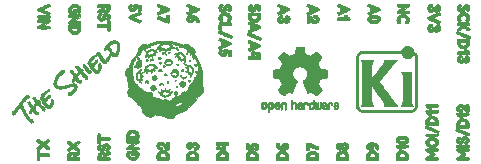
<source format=gbr>
G04 #@! TF.GenerationSoftware,KiCad,Pcbnew,5.1.5-52549c5~84~ubuntu18.04.1*
G04 #@! TF.CreationDate,2020-01-02T10:07:06-07:00*
G04 #@! TF.ProjectId,FeatherWing_KC5,46656174-6865-4725-9769-6e675f4b4335,rev?*
G04 #@! TF.SameCoordinates,Original*
G04 #@! TF.FileFunction,Legend,Top*
G04 #@! TF.FilePolarity,Positive*
%FSLAX46Y46*%
G04 Gerber Fmt 4.6, Leading zero omitted, Abs format (unit mm)*
G04 Created by KiCad (PCBNEW 5.1.5-52549c5~84~ubuntu18.04.1) date 2020-01-02 10:07:06*
%MOMM*%
%LPD*%
G04 APERTURE LIST*
%ADD10C,0.010000*%
G04 APERTURE END LIST*
D10*
G36*
X145620510Y-88504548D02*
G01*
X145699054Y-88504978D01*
X145755898Y-88506142D01*
X145794705Y-88508407D01*
X145819138Y-88512140D01*
X145832862Y-88517706D01*
X145839540Y-88525473D01*
X145842836Y-88535805D01*
X145843156Y-88537143D01*
X145848162Y-88561279D01*
X145857429Y-88608901D01*
X145869992Y-88674941D01*
X145884887Y-88754328D01*
X145901151Y-88841996D01*
X145901719Y-88845075D01*
X145918010Y-88930989D01*
X145933252Y-89006896D01*
X145946461Y-89068245D01*
X145956654Y-89110482D01*
X145962848Y-89129055D01*
X145963143Y-89129384D01*
X145981388Y-89138453D01*
X146019005Y-89153567D01*
X146067871Y-89171462D01*
X146068143Y-89171558D01*
X146129693Y-89194693D01*
X146202257Y-89224165D01*
X146270657Y-89253797D01*
X146273894Y-89255262D01*
X146385302Y-89305826D01*
X146631999Y-89137360D01*
X146707677Y-89086003D01*
X146776231Y-89040089D01*
X146833688Y-89002230D01*
X146876076Y-88975037D01*
X146899425Y-88961121D01*
X146901642Y-88960089D01*
X146918610Y-88964684D01*
X146950301Y-88986855D01*
X146997952Y-89027647D01*
X147062798Y-89088105D01*
X147128997Y-89152427D01*
X147192814Y-89215812D01*
X147249929Y-89273651D01*
X147296905Y-89322375D01*
X147330303Y-89358410D01*
X147346685Y-89378184D01*
X147347294Y-89379202D01*
X147349105Y-89392772D01*
X147342283Y-89414933D01*
X147325140Y-89448678D01*
X147295993Y-89497000D01*
X147253155Y-89562892D01*
X147196048Y-89647717D01*
X147145366Y-89722377D01*
X147100061Y-89789340D01*
X147062750Y-89844716D01*
X147036052Y-89884620D01*
X147022585Y-89905162D01*
X147021737Y-89906556D01*
X147023381Y-89926238D01*
X147035845Y-89964493D01*
X147056648Y-90014089D01*
X147064062Y-90029928D01*
X147096414Y-90100490D01*
X147130928Y-90180553D01*
X147158965Y-90249829D01*
X147179168Y-90301245D01*
X147195215Y-90340319D01*
X147204488Y-90360741D01*
X147205641Y-90362314D01*
X147222696Y-90364921D01*
X147262898Y-90372063D01*
X147320902Y-90382723D01*
X147391363Y-90395885D01*
X147468935Y-90410533D01*
X147548272Y-90425649D01*
X147624031Y-90440218D01*
X147690864Y-90453222D01*
X147743428Y-90463645D01*
X147776376Y-90470470D01*
X147784457Y-90472399D01*
X147792805Y-90477162D01*
X147799106Y-90487918D01*
X147803645Y-90508298D01*
X147806704Y-90541934D01*
X147808567Y-90592455D01*
X147809518Y-90663492D01*
X147809840Y-90758676D01*
X147809857Y-90797692D01*
X147809857Y-91114999D01*
X147733657Y-91130039D01*
X147691263Y-91138195D01*
X147628000Y-91150099D01*
X147551562Y-91164316D01*
X147469643Y-91179410D01*
X147447000Y-91183555D01*
X147371406Y-91198253D01*
X147305553Y-91212705D01*
X147254966Y-91225575D01*
X147225174Y-91235522D01*
X147220212Y-91238487D01*
X147208026Y-91259483D01*
X147190553Y-91300167D01*
X147171177Y-91352522D01*
X147167334Y-91363800D01*
X147141939Y-91433723D01*
X147110417Y-91512618D01*
X147079569Y-91583466D01*
X147079417Y-91583795D01*
X147028047Y-91694933D01*
X147196999Y-91943453D01*
X147365952Y-92191972D01*
X147149029Y-92409258D01*
X147083419Y-92473926D01*
X147023579Y-92530933D01*
X146972867Y-92577233D01*
X146934646Y-92609784D01*
X146912275Y-92625543D01*
X146909066Y-92626543D01*
X146890226Y-92618669D01*
X146851780Y-92596778D01*
X146797930Y-92563467D01*
X146732876Y-92521331D01*
X146662540Y-92474143D01*
X146591155Y-92426010D01*
X146527508Y-92384128D01*
X146475641Y-92351071D01*
X146439595Y-92329418D01*
X146423467Y-92321743D01*
X146403789Y-92328237D01*
X146366475Y-92345350D01*
X146319221Y-92369526D01*
X146314212Y-92372213D01*
X146250577Y-92404127D01*
X146206941Y-92419779D01*
X146179802Y-92419945D01*
X146165657Y-92405404D01*
X146165575Y-92405200D01*
X146158505Y-92387979D01*
X146141642Y-92347099D01*
X146116295Y-92285725D01*
X146083771Y-92207019D01*
X146045378Y-92114147D01*
X146002422Y-92010272D01*
X145960822Y-91909702D01*
X145915104Y-91798716D01*
X145873126Y-91695903D01*
X145836148Y-91604415D01*
X145805427Y-91527401D01*
X145782222Y-91468015D01*
X145767790Y-91429409D01*
X145763343Y-91415000D01*
X145774496Y-91398472D01*
X145803669Y-91372130D01*
X145842571Y-91343087D01*
X145953357Y-91251239D01*
X146039951Y-91145959D01*
X146101316Y-91029466D01*
X146136415Y-90903976D01*
X146144208Y-90771707D01*
X146138543Y-90710657D01*
X146107678Y-90583995D01*
X146054520Y-90472141D01*
X145982367Y-90376201D01*
X145894517Y-90297276D01*
X145794265Y-90236470D01*
X145684910Y-90194887D01*
X145569747Y-90173628D01*
X145452075Y-90173799D01*
X145335190Y-90196501D01*
X145222389Y-90242838D01*
X145116969Y-90313913D01*
X145072968Y-90354111D01*
X144988579Y-90457329D01*
X144929822Y-90570125D01*
X144896304Y-90689210D01*
X144887635Y-90811295D01*
X144903423Y-90933093D01*
X144943278Y-91051316D01*
X145006807Y-91162675D01*
X145093621Y-91263884D01*
X145190629Y-91343087D01*
X145231037Y-91373362D01*
X145259582Y-91399419D01*
X145269857Y-91415025D01*
X145264477Y-91432043D01*
X145249175Y-91472700D01*
X145225212Y-91533842D01*
X145193844Y-91612319D01*
X145156332Y-91704980D01*
X145113933Y-91808672D01*
X145072263Y-91909726D01*
X145026290Y-92020807D01*
X144983707Y-92123741D01*
X144945821Y-92215365D01*
X144913940Y-92292516D01*
X144889371Y-92352031D01*
X144873420Y-92390744D01*
X144867510Y-92405200D01*
X144853548Y-92419885D01*
X144826540Y-92419842D01*
X144783013Y-92404299D01*
X144719490Y-92372484D01*
X144718988Y-92372213D01*
X144671160Y-92347523D01*
X144632497Y-92329538D01*
X144610695Y-92321814D01*
X144609733Y-92321743D01*
X144593321Y-92329578D01*
X144557087Y-92351365D01*
X144505074Y-92384528D01*
X144441325Y-92426491D01*
X144370660Y-92474143D01*
X144298716Y-92522391D01*
X144233874Y-92564351D01*
X144180335Y-92597427D01*
X144142297Y-92619021D01*
X144124133Y-92626543D01*
X144107408Y-92616657D01*
X144073780Y-92589026D01*
X144026610Y-92546695D01*
X143969258Y-92492705D01*
X143905084Y-92430099D01*
X143884097Y-92409183D01*
X143667099Y-92191823D01*
X143832268Y-91949420D01*
X143882464Y-91874981D01*
X143926519Y-91808172D01*
X143961962Y-91752865D01*
X143986319Y-91712929D01*
X143997122Y-91692236D01*
X143997438Y-91690763D01*
X143991743Y-91671258D01*
X143976426Y-91632022D01*
X143954137Y-91579630D01*
X143938493Y-91544555D01*
X143909241Y-91477401D01*
X143881694Y-91409558D01*
X143860337Y-91352234D01*
X143854535Y-91334772D01*
X143838052Y-91288138D01*
X143821940Y-91252105D01*
X143813090Y-91238487D01*
X143793560Y-91230152D01*
X143750934Y-91218337D01*
X143690745Y-91204381D01*
X143618522Y-91189622D01*
X143586200Y-91183555D01*
X143504122Y-91168473D01*
X143425395Y-91153869D01*
X143357709Y-91141180D01*
X143308760Y-91131842D01*
X143299543Y-91130039D01*
X143223343Y-91114999D01*
X143223343Y-90797692D01*
X143223514Y-90693354D01*
X143224216Y-90614413D01*
X143225734Y-90557238D01*
X143228349Y-90518199D01*
X143232346Y-90493665D01*
X143238009Y-90480005D01*
X143245620Y-90473589D01*
X143248743Y-90472399D01*
X143267578Y-90468180D01*
X143309188Y-90459762D01*
X143368230Y-90448161D01*
X143439357Y-90434395D01*
X143517225Y-90419480D01*
X143596487Y-90404432D01*
X143671798Y-90390269D01*
X143737813Y-90378006D01*
X143789187Y-90368661D01*
X143820575Y-90363250D01*
X143827559Y-90362314D01*
X143833885Y-90349796D01*
X143847890Y-90316446D01*
X143866955Y-90268577D01*
X143874234Y-90249829D01*
X143903596Y-90177395D01*
X143938171Y-90097370D01*
X143969137Y-90029928D01*
X143991923Y-89978359D01*
X144007082Y-89935985D01*
X144012142Y-89910034D01*
X144011336Y-89906556D01*
X144000641Y-89890136D01*
X143976220Y-89853617D01*
X143940695Y-89800887D01*
X143896687Y-89735835D01*
X143846817Y-89662351D01*
X143836956Y-89647845D01*
X143779092Y-89561904D01*
X143736556Y-89496461D01*
X143707654Y-89448504D01*
X143690690Y-89415020D01*
X143683967Y-89392995D01*
X143685790Y-89379417D01*
X143685836Y-89379331D01*
X143700186Y-89361497D01*
X143731923Y-89327017D01*
X143777610Y-89279468D01*
X143833804Y-89222422D01*
X143897068Y-89159455D01*
X143904202Y-89152427D01*
X143983930Y-89075220D01*
X144045457Y-89018530D01*
X144090021Y-88981310D01*
X144118857Y-88962515D01*
X144131558Y-88960089D01*
X144150094Y-88970671D01*
X144188561Y-88995116D01*
X144242986Y-89030812D01*
X144309398Y-89075147D01*
X144383825Y-89125511D01*
X144401201Y-89137360D01*
X144647897Y-89305826D01*
X144759306Y-89255262D01*
X144827057Y-89225795D01*
X144899783Y-89196159D01*
X144962303Y-89172530D01*
X144965057Y-89171558D01*
X145013960Y-89153657D01*
X145051657Y-89138520D01*
X145070025Y-89129410D01*
X145070056Y-89129384D01*
X145075885Y-89112917D01*
X145085792Y-89072419D01*
X145098795Y-89012442D01*
X145113909Y-88937540D01*
X145130152Y-88852264D01*
X145131481Y-88845075D01*
X145147775Y-88757214D01*
X145162733Y-88677460D01*
X145175391Y-88610881D01*
X145184786Y-88562547D01*
X145189954Y-88537525D01*
X145190044Y-88537143D01*
X145193189Y-88526499D01*
X145199304Y-88518462D01*
X145212053Y-88512667D01*
X145235100Y-88508747D01*
X145272109Y-88506335D01*
X145326744Y-88505065D01*
X145402667Y-88504571D01*
X145503544Y-88504486D01*
X145516600Y-88504486D01*
X145620510Y-88504548D01*
G37*
X145620510Y-88504548D02*
X145699054Y-88504978D01*
X145755898Y-88506142D01*
X145794705Y-88508407D01*
X145819138Y-88512140D01*
X145832862Y-88517706D01*
X145839540Y-88525473D01*
X145842836Y-88535805D01*
X145843156Y-88537143D01*
X145848162Y-88561279D01*
X145857429Y-88608901D01*
X145869992Y-88674941D01*
X145884887Y-88754328D01*
X145901151Y-88841996D01*
X145901719Y-88845075D01*
X145918010Y-88930989D01*
X145933252Y-89006896D01*
X145946461Y-89068245D01*
X145956654Y-89110482D01*
X145962848Y-89129055D01*
X145963143Y-89129384D01*
X145981388Y-89138453D01*
X146019005Y-89153567D01*
X146067871Y-89171462D01*
X146068143Y-89171558D01*
X146129693Y-89194693D01*
X146202257Y-89224165D01*
X146270657Y-89253797D01*
X146273894Y-89255262D01*
X146385302Y-89305826D01*
X146631999Y-89137360D01*
X146707677Y-89086003D01*
X146776231Y-89040089D01*
X146833688Y-89002230D01*
X146876076Y-88975037D01*
X146899425Y-88961121D01*
X146901642Y-88960089D01*
X146918610Y-88964684D01*
X146950301Y-88986855D01*
X146997952Y-89027647D01*
X147062798Y-89088105D01*
X147128997Y-89152427D01*
X147192814Y-89215812D01*
X147249929Y-89273651D01*
X147296905Y-89322375D01*
X147330303Y-89358410D01*
X147346685Y-89378184D01*
X147347294Y-89379202D01*
X147349105Y-89392772D01*
X147342283Y-89414933D01*
X147325140Y-89448678D01*
X147295993Y-89497000D01*
X147253155Y-89562892D01*
X147196048Y-89647717D01*
X147145366Y-89722377D01*
X147100061Y-89789340D01*
X147062750Y-89844716D01*
X147036052Y-89884620D01*
X147022585Y-89905162D01*
X147021737Y-89906556D01*
X147023381Y-89926238D01*
X147035845Y-89964493D01*
X147056648Y-90014089D01*
X147064062Y-90029928D01*
X147096414Y-90100490D01*
X147130928Y-90180553D01*
X147158965Y-90249829D01*
X147179168Y-90301245D01*
X147195215Y-90340319D01*
X147204488Y-90360741D01*
X147205641Y-90362314D01*
X147222696Y-90364921D01*
X147262898Y-90372063D01*
X147320902Y-90382723D01*
X147391363Y-90395885D01*
X147468935Y-90410533D01*
X147548272Y-90425649D01*
X147624031Y-90440218D01*
X147690864Y-90453222D01*
X147743428Y-90463645D01*
X147776376Y-90470470D01*
X147784457Y-90472399D01*
X147792805Y-90477162D01*
X147799106Y-90487918D01*
X147803645Y-90508298D01*
X147806704Y-90541934D01*
X147808567Y-90592455D01*
X147809518Y-90663492D01*
X147809840Y-90758676D01*
X147809857Y-90797692D01*
X147809857Y-91114999D01*
X147733657Y-91130039D01*
X147691263Y-91138195D01*
X147628000Y-91150099D01*
X147551562Y-91164316D01*
X147469643Y-91179410D01*
X147447000Y-91183555D01*
X147371406Y-91198253D01*
X147305553Y-91212705D01*
X147254966Y-91225575D01*
X147225174Y-91235522D01*
X147220212Y-91238487D01*
X147208026Y-91259483D01*
X147190553Y-91300167D01*
X147171177Y-91352522D01*
X147167334Y-91363800D01*
X147141939Y-91433723D01*
X147110417Y-91512618D01*
X147079569Y-91583466D01*
X147079417Y-91583795D01*
X147028047Y-91694933D01*
X147196999Y-91943453D01*
X147365952Y-92191972D01*
X147149029Y-92409258D01*
X147083419Y-92473926D01*
X147023579Y-92530933D01*
X146972867Y-92577233D01*
X146934646Y-92609784D01*
X146912275Y-92625543D01*
X146909066Y-92626543D01*
X146890226Y-92618669D01*
X146851780Y-92596778D01*
X146797930Y-92563467D01*
X146732876Y-92521331D01*
X146662540Y-92474143D01*
X146591155Y-92426010D01*
X146527508Y-92384128D01*
X146475641Y-92351071D01*
X146439595Y-92329418D01*
X146423467Y-92321743D01*
X146403789Y-92328237D01*
X146366475Y-92345350D01*
X146319221Y-92369526D01*
X146314212Y-92372213D01*
X146250577Y-92404127D01*
X146206941Y-92419779D01*
X146179802Y-92419945D01*
X146165657Y-92405404D01*
X146165575Y-92405200D01*
X146158505Y-92387979D01*
X146141642Y-92347099D01*
X146116295Y-92285725D01*
X146083771Y-92207019D01*
X146045378Y-92114147D01*
X146002422Y-92010272D01*
X145960822Y-91909702D01*
X145915104Y-91798716D01*
X145873126Y-91695903D01*
X145836148Y-91604415D01*
X145805427Y-91527401D01*
X145782222Y-91468015D01*
X145767790Y-91429409D01*
X145763343Y-91415000D01*
X145774496Y-91398472D01*
X145803669Y-91372130D01*
X145842571Y-91343087D01*
X145953357Y-91251239D01*
X146039951Y-91145959D01*
X146101316Y-91029466D01*
X146136415Y-90903976D01*
X146144208Y-90771707D01*
X146138543Y-90710657D01*
X146107678Y-90583995D01*
X146054520Y-90472141D01*
X145982367Y-90376201D01*
X145894517Y-90297276D01*
X145794265Y-90236470D01*
X145684910Y-90194887D01*
X145569747Y-90173628D01*
X145452075Y-90173799D01*
X145335190Y-90196501D01*
X145222389Y-90242838D01*
X145116969Y-90313913D01*
X145072968Y-90354111D01*
X144988579Y-90457329D01*
X144929822Y-90570125D01*
X144896304Y-90689210D01*
X144887635Y-90811295D01*
X144903423Y-90933093D01*
X144943278Y-91051316D01*
X145006807Y-91162675D01*
X145093621Y-91263884D01*
X145190629Y-91343087D01*
X145231037Y-91373362D01*
X145259582Y-91399419D01*
X145269857Y-91415025D01*
X145264477Y-91432043D01*
X145249175Y-91472700D01*
X145225212Y-91533842D01*
X145193844Y-91612319D01*
X145156332Y-91704980D01*
X145113933Y-91808672D01*
X145072263Y-91909726D01*
X145026290Y-92020807D01*
X144983707Y-92123741D01*
X144945821Y-92215365D01*
X144913940Y-92292516D01*
X144889371Y-92352031D01*
X144873420Y-92390744D01*
X144867510Y-92405200D01*
X144853548Y-92419885D01*
X144826540Y-92419842D01*
X144783013Y-92404299D01*
X144719490Y-92372484D01*
X144718988Y-92372213D01*
X144671160Y-92347523D01*
X144632497Y-92329538D01*
X144610695Y-92321814D01*
X144609733Y-92321743D01*
X144593321Y-92329578D01*
X144557087Y-92351365D01*
X144505074Y-92384528D01*
X144441325Y-92426491D01*
X144370660Y-92474143D01*
X144298716Y-92522391D01*
X144233874Y-92564351D01*
X144180335Y-92597427D01*
X144142297Y-92619021D01*
X144124133Y-92626543D01*
X144107408Y-92616657D01*
X144073780Y-92589026D01*
X144026610Y-92546695D01*
X143969258Y-92492705D01*
X143905084Y-92430099D01*
X143884097Y-92409183D01*
X143667099Y-92191823D01*
X143832268Y-91949420D01*
X143882464Y-91874981D01*
X143926519Y-91808172D01*
X143961962Y-91752865D01*
X143986319Y-91712929D01*
X143997122Y-91692236D01*
X143997438Y-91690763D01*
X143991743Y-91671258D01*
X143976426Y-91632022D01*
X143954137Y-91579630D01*
X143938493Y-91544555D01*
X143909241Y-91477401D01*
X143881694Y-91409558D01*
X143860337Y-91352234D01*
X143854535Y-91334772D01*
X143838052Y-91288138D01*
X143821940Y-91252105D01*
X143813090Y-91238487D01*
X143793560Y-91230152D01*
X143750934Y-91218337D01*
X143690745Y-91204381D01*
X143618522Y-91189622D01*
X143586200Y-91183555D01*
X143504122Y-91168473D01*
X143425395Y-91153869D01*
X143357709Y-91141180D01*
X143308760Y-91131842D01*
X143299543Y-91130039D01*
X143223343Y-91114999D01*
X143223343Y-90797692D01*
X143223514Y-90693354D01*
X143224216Y-90614413D01*
X143225734Y-90557238D01*
X143228349Y-90518199D01*
X143232346Y-90493665D01*
X143238009Y-90480005D01*
X143245620Y-90473589D01*
X143248743Y-90472399D01*
X143267578Y-90468180D01*
X143309188Y-90459762D01*
X143368230Y-90448161D01*
X143439357Y-90434395D01*
X143517225Y-90419480D01*
X143596487Y-90404432D01*
X143671798Y-90390269D01*
X143737813Y-90378006D01*
X143789187Y-90368661D01*
X143820575Y-90363250D01*
X143827559Y-90362314D01*
X143833885Y-90349796D01*
X143847890Y-90316446D01*
X143866955Y-90268577D01*
X143874234Y-90249829D01*
X143903596Y-90177395D01*
X143938171Y-90097370D01*
X143969137Y-90029928D01*
X143991923Y-89978359D01*
X144007082Y-89935985D01*
X144012142Y-89910034D01*
X144011336Y-89906556D01*
X144000641Y-89890136D01*
X143976220Y-89853617D01*
X143940695Y-89800887D01*
X143896687Y-89735835D01*
X143846817Y-89662351D01*
X143836956Y-89647845D01*
X143779092Y-89561904D01*
X143736556Y-89496461D01*
X143707654Y-89448504D01*
X143690690Y-89415020D01*
X143683967Y-89392995D01*
X143685790Y-89379417D01*
X143685836Y-89379331D01*
X143700186Y-89361497D01*
X143731923Y-89327017D01*
X143777610Y-89279468D01*
X143833804Y-89222422D01*
X143897068Y-89159455D01*
X143904202Y-89152427D01*
X143983930Y-89075220D01*
X144045457Y-89018530D01*
X144090021Y-88981310D01*
X144118857Y-88962515D01*
X144131558Y-88960089D01*
X144150094Y-88970671D01*
X144188561Y-88995116D01*
X144242986Y-89030812D01*
X144309398Y-89075147D01*
X144383825Y-89125511D01*
X144401201Y-89137360D01*
X144647897Y-89305826D01*
X144759306Y-89255262D01*
X144827057Y-89225795D01*
X144899783Y-89196159D01*
X144962303Y-89172530D01*
X144965057Y-89171558D01*
X145013960Y-89153657D01*
X145051657Y-89138520D01*
X145070025Y-89129410D01*
X145070056Y-89129384D01*
X145075885Y-89112917D01*
X145085792Y-89072419D01*
X145098795Y-89012442D01*
X145113909Y-88937540D01*
X145130152Y-88852264D01*
X145131481Y-88845075D01*
X145147775Y-88757214D01*
X145162733Y-88677460D01*
X145175391Y-88610881D01*
X145184786Y-88562547D01*
X145189954Y-88537525D01*
X145190044Y-88537143D01*
X145193189Y-88526499D01*
X145199304Y-88518462D01*
X145212053Y-88512667D01*
X145235100Y-88508747D01*
X145272109Y-88506335D01*
X145326744Y-88505065D01*
X145402667Y-88504571D01*
X145503544Y-88504486D01*
X145516600Y-88504486D01*
X145620510Y-88504548D01*
G36*
X148670195Y-93229166D02*
G01*
X148727621Y-93266697D01*
X148755319Y-93300296D01*
X148777262Y-93361264D01*
X148779005Y-93409508D01*
X148775057Y-93474016D01*
X148626286Y-93539134D01*
X148553949Y-93572402D01*
X148506684Y-93599164D01*
X148482107Y-93622344D01*
X148477837Y-93644867D01*
X148491489Y-93669655D01*
X148506543Y-93686086D01*
X148550346Y-93712435D01*
X148597989Y-93714281D01*
X148641745Y-93693746D01*
X148673889Y-93652952D01*
X148679638Y-93638547D01*
X148707176Y-93593556D01*
X148738858Y-93574382D01*
X148782314Y-93557979D01*
X148782314Y-93620166D01*
X148778472Y-93662483D01*
X148763423Y-93698169D01*
X148731880Y-93739143D01*
X148727192Y-93744467D01*
X148692106Y-93780920D01*
X148661947Y-93800483D01*
X148624215Y-93809483D01*
X148592935Y-93812430D01*
X148536985Y-93813165D01*
X148497155Y-93803860D01*
X148472308Y-93790046D01*
X148433256Y-93759667D01*
X148406225Y-93726813D01*
X148389117Y-93685494D01*
X148379838Y-93629721D01*
X148376293Y-93553505D01*
X148376010Y-93514822D01*
X148376972Y-93468447D01*
X148464607Y-93468447D01*
X148465623Y-93493326D01*
X148468156Y-93497400D01*
X148484874Y-93491865D01*
X148520849Y-93477217D01*
X148568931Y-93456390D01*
X148578986Y-93451914D01*
X148639752Y-93421014D01*
X148673232Y-93393857D01*
X148680590Y-93368420D01*
X148662991Y-93342681D01*
X148648456Y-93331309D01*
X148596010Y-93308564D01*
X148546922Y-93312322D01*
X148505827Y-93340084D01*
X148477358Y-93389352D01*
X148468231Y-93428457D01*
X148464607Y-93468447D01*
X148376972Y-93468447D01*
X148377885Y-93424449D01*
X148384796Y-93357584D01*
X148398484Y-93308895D01*
X148420696Y-93273049D01*
X148453174Y-93244713D01*
X148467333Y-93235555D01*
X148531653Y-93211707D01*
X148602073Y-93210206D01*
X148670195Y-93229166D01*
G37*
X148670195Y-93229166D02*
X148727621Y-93266697D01*
X148755319Y-93300296D01*
X148777262Y-93361264D01*
X148779005Y-93409508D01*
X148775057Y-93474016D01*
X148626286Y-93539134D01*
X148553949Y-93572402D01*
X148506684Y-93599164D01*
X148482107Y-93622344D01*
X148477837Y-93644867D01*
X148491489Y-93669655D01*
X148506543Y-93686086D01*
X148550346Y-93712435D01*
X148597989Y-93714281D01*
X148641745Y-93693746D01*
X148673889Y-93652952D01*
X148679638Y-93638547D01*
X148707176Y-93593556D01*
X148738858Y-93574382D01*
X148782314Y-93557979D01*
X148782314Y-93620166D01*
X148778472Y-93662483D01*
X148763423Y-93698169D01*
X148731880Y-93739143D01*
X148727192Y-93744467D01*
X148692106Y-93780920D01*
X148661947Y-93800483D01*
X148624215Y-93809483D01*
X148592935Y-93812430D01*
X148536985Y-93813165D01*
X148497155Y-93803860D01*
X148472308Y-93790046D01*
X148433256Y-93759667D01*
X148406225Y-93726813D01*
X148389117Y-93685494D01*
X148379838Y-93629721D01*
X148376293Y-93553505D01*
X148376010Y-93514822D01*
X148376972Y-93468447D01*
X148464607Y-93468447D01*
X148465623Y-93493326D01*
X148468156Y-93497400D01*
X148484874Y-93491865D01*
X148520849Y-93477217D01*
X148568931Y-93456390D01*
X148578986Y-93451914D01*
X148639752Y-93421014D01*
X148673232Y-93393857D01*
X148680590Y-93368420D01*
X148662991Y-93342681D01*
X148648456Y-93331309D01*
X148596010Y-93308564D01*
X148546922Y-93312322D01*
X148505827Y-93340084D01*
X148477358Y-93389352D01*
X148468231Y-93428457D01*
X148464607Y-93468447D01*
X148376972Y-93468447D01*
X148377885Y-93424449D01*
X148384796Y-93357584D01*
X148398484Y-93308895D01*
X148420696Y-93273049D01*
X148453174Y-93244713D01*
X148467333Y-93235555D01*
X148531653Y-93211707D01*
X148602073Y-93210206D01*
X148670195Y-93229166D01*
G36*
X148169200Y-93220952D02*
G01*
X148186548Y-93228534D01*
X148227956Y-93261328D01*
X148263365Y-93308747D01*
X148285264Y-93359351D01*
X148288829Y-93384298D01*
X148276879Y-93419127D01*
X148250667Y-93437557D01*
X148222564Y-93448716D01*
X148209695Y-93450772D01*
X148203429Y-93435849D01*
X148191056Y-93403375D01*
X148185628Y-93388702D01*
X148155190Y-93337944D01*
X148111120Y-93312627D01*
X148054610Y-93313406D01*
X148050425Y-93314403D01*
X148020255Y-93328707D01*
X147998076Y-93356593D01*
X147982927Y-93401487D01*
X147973850Y-93466815D01*
X147969886Y-93556004D01*
X147969514Y-93603461D01*
X147969330Y-93678271D01*
X147968122Y-93729269D01*
X147964909Y-93761671D01*
X147958709Y-93780695D01*
X147948540Y-93791556D01*
X147933419Y-93799472D01*
X147932546Y-93799870D01*
X147903428Y-93812181D01*
X147889003Y-93816714D01*
X147886786Y-93803009D01*
X147884889Y-93765125D01*
X147883447Y-93707915D01*
X147882598Y-93636227D01*
X147882429Y-93583765D01*
X147883292Y-93482247D01*
X147886670Y-93405232D01*
X147893742Y-93348223D01*
X147905688Y-93306726D01*
X147923690Y-93276243D01*
X147948927Y-93252280D01*
X147973847Y-93235555D01*
X148033771Y-93213297D01*
X148103511Y-93208276D01*
X148169200Y-93220952D01*
G37*
X148169200Y-93220952D02*
X148186548Y-93228534D01*
X148227956Y-93261328D01*
X148263365Y-93308747D01*
X148285264Y-93359351D01*
X148288829Y-93384298D01*
X148276879Y-93419127D01*
X148250667Y-93437557D01*
X148222564Y-93448716D01*
X148209695Y-93450772D01*
X148203429Y-93435849D01*
X148191056Y-93403375D01*
X148185628Y-93388702D01*
X148155190Y-93337944D01*
X148111120Y-93312627D01*
X148054610Y-93313406D01*
X148050425Y-93314403D01*
X148020255Y-93328707D01*
X147998076Y-93356593D01*
X147982927Y-93401487D01*
X147973850Y-93466815D01*
X147969886Y-93556004D01*
X147969514Y-93603461D01*
X147969330Y-93678271D01*
X147968122Y-93729269D01*
X147964909Y-93761671D01*
X147958709Y-93780695D01*
X147948540Y-93791556D01*
X147933419Y-93799472D01*
X147932546Y-93799870D01*
X147903428Y-93812181D01*
X147889003Y-93816714D01*
X147886786Y-93803009D01*
X147884889Y-93765125D01*
X147883447Y-93707915D01*
X147882598Y-93636227D01*
X147882429Y-93583765D01*
X147883292Y-93482247D01*
X147886670Y-93405232D01*
X147893742Y-93348223D01*
X147905688Y-93306726D01*
X147923690Y-93276243D01*
X147948927Y-93252280D01*
X147973847Y-93235555D01*
X148033771Y-93213297D01*
X148103511Y-93208276D01*
X148169200Y-93220952D01*
G36*
X147661476Y-93218535D02*
G01*
X147703267Y-93237544D01*
X147736069Y-93260578D01*
X147760103Y-93286333D01*
X147776697Y-93319558D01*
X147787177Y-93365000D01*
X147792871Y-93427407D01*
X147795107Y-93511527D01*
X147795343Y-93566921D01*
X147795343Y-93783026D01*
X147758374Y-93799870D01*
X147729256Y-93812181D01*
X147714831Y-93816714D01*
X147712072Y-93803225D01*
X147709882Y-93766853D01*
X147708542Y-93713742D01*
X147708257Y-93671572D01*
X147707034Y-93610647D01*
X147703736Y-93562315D01*
X147698921Y-93532718D01*
X147695096Y-93526429D01*
X147669383Y-93532852D01*
X147629018Y-93549325D01*
X147582279Y-93571658D01*
X147537445Y-93595657D01*
X147502793Y-93617130D01*
X147486602Y-93631885D01*
X147486538Y-93632045D01*
X147487930Y-93659352D01*
X147500418Y-93685419D01*
X147522343Y-93706592D01*
X147554343Y-93713674D01*
X147581692Y-93712849D01*
X147620426Y-93712242D01*
X147640758Y-93721316D01*
X147652969Y-93745292D01*
X147654509Y-93749813D01*
X147659803Y-93784006D01*
X147645647Y-93804768D01*
X147608748Y-93814662D01*
X147568889Y-93816492D01*
X147497162Y-93802927D01*
X147460032Y-93783555D01*
X147414176Y-93738045D01*
X147389856Y-93682183D01*
X147387673Y-93623157D01*
X147408229Y-93568153D01*
X147439149Y-93533686D01*
X147470020Y-93514389D01*
X147518542Y-93489959D01*
X147575085Y-93465185D01*
X147584510Y-93461399D01*
X147646619Y-93433991D01*
X147682422Y-93409834D01*
X147693937Y-93385819D01*
X147683180Y-93358835D01*
X147664714Y-93337743D01*
X147621069Y-93311772D01*
X147573046Y-93309824D01*
X147529006Y-93329837D01*
X147497309Y-93369751D01*
X147493149Y-93380048D01*
X147468927Y-93417924D01*
X147433565Y-93446042D01*
X147388943Y-93469117D01*
X147388943Y-93403685D01*
X147391569Y-93363706D01*
X147402830Y-93332197D01*
X147427799Y-93298578D01*
X147451769Y-93272684D01*
X147489041Y-93236017D01*
X147518001Y-93216321D01*
X147549105Y-93208420D01*
X147584313Y-93207114D01*
X147661476Y-93218535D01*
G37*
X147661476Y-93218535D02*
X147703267Y-93237544D01*
X147736069Y-93260578D01*
X147760103Y-93286333D01*
X147776697Y-93319558D01*
X147787177Y-93365000D01*
X147792871Y-93427407D01*
X147795107Y-93511527D01*
X147795343Y-93566921D01*
X147795343Y-93783026D01*
X147758374Y-93799870D01*
X147729256Y-93812181D01*
X147714831Y-93816714D01*
X147712072Y-93803225D01*
X147709882Y-93766853D01*
X147708542Y-93713742D01*
X147708257Y-93671572D01*
X147707034Y-93610647D01*
X147703736Y-93562315D01*
X147698921Y-93532718D01*
X147695096Y-93526429D01*
X147669383Y-93532852D01*
X147629018Y-93549325D01*
X147582279Y-93571658D01*
X147537445Y-93595657D01*
X147502793Y-93617130D01*
X147486602Y-93631885D01*
X147486538Y-93632045D01*
X147487930Y-93659352D01*
X147500418Y-93685419D01*
X147522343Y-93706592D01*
X147554343Y-93713674D01*
X147581692Y-93712849D01*
X147620426Y-93712242D01*
X147640758Y-93721316D01*
X147652969Y-93745292D01*
X147654509Y-93749813D01*
X147659803Y-93784006D01*
X147645647Y-93804768D01*
X147608748Y-93814662D01*
X147568889Y-93816492D01*
X147497162Y-93802927D01*
X147460032Y-93783555D01*
X147414176Y-93738045D01*
X147389856Y-93682183D01*
X147387673Y-93623157D01*
X147408229Y-93568153D01*
X147439149Y-93533686D01*
X147470020Y-93514389D01*
X147518542Y-93489959D01*
X147575085Y-93465185D01*
X147584510Y-93461399D01*
X147646619Y-93433991D01*
X147682422Y-93409834D01*
X147693937Y-93385819D01*
X147683180Y-93358835D01*
X147664714Y-93337743D01*
X147621069Y-93311772D01*
X147573046Y-93309824D01*
X147529006Y-93329837D01*
X147497309Y-93369751D01*
X147493149Y-93380048D01*
X147468927Y-93417924D01*
X147433565Y-93446042D01*
X147388943Y-93469117D01*
X147388943Y-93403685D01*
X147391569Y-93363706D01*
X147402830Y-93332197D01*
X147427799Y-93298578D01*
X147451769Y-93272684D01*
X147489041Y-93236017D01*
X147518001Y-93216321D01*
X147549105Y-93208420D01*
X147584313Y-93207114D01*
X147661476Y-93218535D01*
G36*
X147296433Y-93220863D02*
G01*
X147298648Y-93259050D01*
X147300384Y-93317086D01*
X147301499Y-93390380D01*
X147301857Y-93467255D01*
X147301857Y-93727396D01*
X147255926Y-93773327D01*
X147224275Y-93801629D01*
X147196490Y-93813093D01*
X147158515Y-93812368D01*
X147143440Y-93810521D01*
X147096326Y-93805148D01*
X147057356Y-93802069D01*
X147047857Y-93801785D01*
X147015833Y-93803645D01*
X146970032Y-93808314D01*
X146952274Y-93810521D01*
X146908657Y-93813935D01*
X146879345Y-93806520D01*
X146850280Y-93783627D01*
X146839788Y-93773327D01*
X146793857Y-93727396D01*
X146793857Y-93240802D01*
X146830826Y-93223958D01*
X146862659Y-93211482D01*
X146881283Y-93207114D01*
X146886058Y-93220918D01*
X146890521Y-93259486D01*
X146894375Y-93318556D01*
X146897322Y-93393863D01*
X146898743Y-93457486D01*
X146902714Y-93707857D01*
X146937359Y-93712756D01*
X146968868Y-93709331D01*
X146984308Y-93698241D01*
X146988623Y-93677508D01*
X146992308Y-93633345D01*
X146995069Y-93571346D01*
X146996612Y-93497109D01*
X146996835Y-93458906D01*
X146997057Y-93238983D01*
X147042766Y-93223049D01*
X147075118Y-93212215D01*
X147092715Y-93207162D01*
X147093223Y-93207114D01*
X147094988Y-93220848D01*
X147096929Y-93258930D01*
X147098882Y-93316682D01*
X147100684Y-93389427D01*
X147101943Y-93457486D01*
X147105914Y-93707857D01*
X147193000Y-93707857D01*
X147196996Y-93479440D01*
X147200992Y-93251022D01*
X147243447Y-93229068D01*
X147274792Y-93213993D01*
X147293344Y-93207151D01*
X147293879Y-93207114D01*
X147296433Y-93220863D01*
G37*
X147296433Y-93220863D02*
X147298648Y-93259050D01*
X147300384Y-93317086D01*
X147301499Y-93390380D01*
X147301857Y-93467255D01*
X147301857Y-93727396D01*
X147255926Y-93773327D01*
X147224275Y-93801629D01*
X147196490Y-93813093D01*
X147158515Y-93812368D01*
X147143440Y-93810521D01*
X147096326Y-93805148D01*
X147057356Y-93802069D01*
X147047857Y-93801785D01*
X147015833Y-93803645D01*
X146970032Y-93808314D01*
X146952274Y-93810521D01*
X146908657Y-93813935D01*
X146879345Y-93806520D01*
X146850280Y-93783627D01*
X146839788Y-93773327D01*
X146793857Y-93727396D01*
X146793857Y-93240802D01*
X146830826Y-93223958D01*
X146862659Y-93211482D01*
X146881283Y-93207114D01*
X146886058Y-93220918D01*
X146890521Y-93259486D01*
X146894375Y-93318556D01*
X146897322Y-93393863D01*
X146898743Y-93457486D01*
X146902714Y-93707857D01*
X146937359Y-93712756D01*
X146968868Y-93709331D01*
X146984308Y-93698241D01*
X146988623Y-93677508D01*
X146992308Y-93633345D01*
X146995069Y-93571346D01*
X146996612Y-93497109D01*
X146996835Y-93458906D01*
X146997057Y-93238983D01*
X147042766Y-93223049D01*
X147075118Y-93212215D01*
X147092715Y-93207162D01*
X147093223Y-93207114D01*
X147094988Y-93220848D01*
X147096929Y-93258930D01*
X147098882Y-93316682D01*
X147100684Y-93389427D01*
X147101943Y-93457486D01*
X147105914Y-93707857D01*
X147193000Y-93707857D01*
X147196996Y-93479440D01*
X147200992Y-93251022D01*
X147243447Y-93229068D01*
X147274792Y-93213993D01*
X147293344Y-93207151D01*
X147293879Y-93207114D01*
X147296433Y-93220863D01*
G36*
X146706717Y-93327558D02*
G01*
X146706533Y-93436037D01*
X146705819Y-93519487D01*
X146704275Y-93581904D01*
X146701601Y-93627285D01*
X146697494Y-93659629D01*
X146691655Y-93682933D01*
X146683782Y-93701195D01*
X146677821Y-93711618D01*
X146628455Y-93768145D01*
X146565864Y-93803577D01*
X146496613Y-93816290D01*
X146427268Y-93804663D01*
X146385975Y-93783768D01*
X146342625Y-93747622D01*
X146313081Y-93703476D01*
X146295255Y-93645662D01*
X146287063Y-93568513D01*
X146285902Y-93511914D01*
X146286058Y-93507847D01*
X146387457Y-93507847D01*
X146388076Y-93572750D01*
X146390914Y-93615714D01*
X146397440Y-93643822D01*
X146409123Y-93664153D01*
X146423083Y-93679488D01*
X146469965Y-93709090D01*
X146520301Y-93711619D01*
X146567876Y-93686905D01*
X146571579Y-93683556D01*
X146587383Y-93666135D01*
X146597293Y-93645409D01*
X146602658Y-93614562D01*
X146604828Y-93566777D01*
X146605171Y-93513948D01*
X146604427Y-93447581D01*
X146601348Y-93403306D01*
X146594661Y-93374209D01*
X146583096Y-93353373D01*
X146573613Y-93342307D01*
X146529560Y-93314398D01*
X146478824Y-93311043D01*
X146430396Y-93332359D01*
X146421050Y-93340273D01*
X146405140Y-93357847D01*
X146395210Y-93378787D01*
X146389878Y-93409982D01*
X146387763Y-93458322D01*
X146387457Y-93507847D01*
X146286058Y-93507847D01*
X146289410Y-93420768D01*
X146301326Y-93352286D01*
X146323735Y-93300800D01*
X146358724Y-93260643D01*
X146385975Y-93240061D01*
X146435507Y-93217825D01*
X146492916Y-93207504D01*
X146546282Y-93210267D01*
X146576143Y-93221412D01*
X146587861Y-93224583D01*
X146595637Y-93212757D01*
X146601065Y-93181066D01*
X146605171Y-93132793D01*
X146609667Y-93079029D01*
X146615913Y-93046682D01*
X146627276Y-93028185D01*
X146647128Y-93015970D01*
X146659600Y-93010562D01*
X146706771Y-92990801D01*
X146706717Y-93327558D01*
G37*
X146706717Y-93327558D02*
X146706533Y-93436037D01*
X146705819Y-93519487D01*
X146704275Y-93581904D01*
X146701601Y-93627285D01*
X146697494Y-93659629D01*
X146691655Y-93682933D01*
X146683782Y-93701195D01*
X146677821Y-93711618D01*
X146628455Y-93768145D01*
X146565864Y-93803577D01*
X146496613Y-93816290D01*
X146427268Y-93804663D01*
X146385975Y-93783768D01*
X146342625Y-93747622D01*
X146313081Y-93703476D01*
X146295255Y-93645662D01*
X146287063Y-93568513D01*
X146285902Y-93511914D01*
X146286058Y-93507847D01*
X146387457Y-93507847D01*
X146388076Y-93572750D01*
X146390914Y-93615714D01*
X146397440Y-93643822D01*
X146409123Y-93664153D01*
X146423083Y-93679488D01*
X146469965Y-93709090D01*
X146520301Y-93711619D01*
X146567876Y-93686905D01*
X146571579Y-93683556D01*
X146587383Y-93666135D01*
X146597293Y-93645409D01*
X146602658Y-93614562D01*
X146604828Y-93566777D01*
X146605171Y-93513948D01*
X146604427Y-93447581D01*
X146601348Y-93403306D01*
X146594661Y-93374209D01*
X146583096Y-93353373D01*
X146573613Y-93342307D01*
X146529560Y-93314398D01*
X146478824Y-93311043D01*
X146430396Y-93332359D01*
X146421050Y-93340273D01*
X146405140Y-93357847D01*
X146395210Y-93378787D01*
X146389878Y-93409982D01*
X146387763Y-93458322D01*
X146387457Y-93507847D01*
X146286058Y-93507847D01*
X146289410Y-93420768D01*
X146301326Y-93352286D01*
X146323735Y-93300800D01*
X146358724Y-93260643D01*
X146385975Y-93240061D01*
X146435507Y-93217825D01*
X146492916Y-93207504D01*
X146546282Y-93210267D01*
X146576143Y-93221412D01*
X146587861Y-93224583D01*
X146595637Y-93212757D01*
X146601065Y-93181066D01*
X146605171Y-93132793D01*
X146609667Y-93079029D01*
X146615913Y-93046682D01*
X146627276Y-93028185D01*
X146647128Y-93015970D01*
X146659600Y-93010562D01*
X146706771Y-92990801D01*
X146706717Y-93327558D01*
G36*
X146046526Y-93211955D02*
G01*
X146112458Y-93236284D01*
X146165873Y-93279317D01*
X146186764Y-93309609D01*
X146209539Y-93365194D01*
X146209066Y-93405386D01*
X146185162Y-93432417D01*
X146176317Y-93437013D01*
X146138130Y-93451344D01*
X146118628Y-93447672D01*
X146112022Y-93423607D01*
X146111686Y-93410314D01*
X146099592Y-93361410D01*
X146068071Y-93327199D01*
X146024259Y-93310676D01*
X145975295Y-93314834D01*
X145935494Y-93336427D01*
X145922050Y-93348744D01*
X145912521Y-93363687D01*
X145906085Y-93386275D01*
X145901917Y-93421528D01*
X145899197Y-93474466D01*
X145897102Y-93550107D01*
X145896560Y-93574057D01*
X145894581Y-93655990D01*
X145892331Y-93713655D01*
X145888957Y-93751808D01*
X145883606Y-93775204D01*
X145875424Y-93788598D01*
X145863559Y-93796745D01*
X145855962Y-93800344D01*
X145823702Y-93812652D01*
X145804711Y-93816714D01*
X145798436Y-93803148D01*
X145794606Y-93762134D01*
X145793200Y-93693199D01*
X145794198Y-93595869D01*
X145794508Y-93580857D01*
X145796701Y-93492059D01*
X145799293Y-93427219D01*
X145802982Y-93381267D01*
X145808464Y-93349135D01*
X145816435Y-93325753D01*
X145827593Y-93306052D01*
X145833430Y-93297610D01*
X145866896Y-93260257D01*
X145904327Y-93231203D01*
X145908909Y-93228667D01*
X145976026Y-93208643D01*
X146046526Y-93211955D01*
G37*
X146046526Y-93211955D02*
X146112458Y-93236284D01*
X146165873Y-93279317D01*
X146186764Y-93309609D01*
X146209539Y-93365194D01*
X146209066Y-93405386D01*
X146185162Y-93432417D01*
X146176317Y-93437013D01*
X146138130Y-93451344D01*
X146118628Y-93447672D01*
X146112022Y-93423607D01*
X146111686Y-93410314D01*
X146099592Y-93361410D01*
X146068071Y-93327199D01*
X146024259Y-93310676D01*
X145975295Y-93314834D01*
X145935494Y-93336427D01*
X145922050Y-93348744D01*
X145912521Y-93363687D01*
X145906085Y-93386275D01*
X145901917Y-93421528D01*
X145899197Y-93474466D01*
X145897102Y-93550107D01*
X145896560Y-93574057D01*
X145894581Y-93655990D01*
X145892331Y-93713655D01*
X145888957Y-93751808D01*
X145883606Y-93775204D01*
X145875424Y-93788598D01*
X145863559Y-93796745D01*
X145855962Y-93800344D01*
X145823702Y-93812652D01*
X145804711Y-93816714D01*
X145798436Y-93803148D01*
X145794606Y-93762134D01*
X145793200Y-93693199D01*
X145794198Y-93595869D01*
X145794508Y-93580857D01*
X145796701Y-93492059D01*
X145799293Y-93427219D01*
X145802982Y-93381267D01*
X145808464Y-93349135D01*
X145816435Y-93325753D01*
X145827593Y-93306052D01*
X145833430Y-93297610D01*
X145866896Y-93260257D01*
X145904327Y-93231203D01*
X145908909Y-93228667D01*
X145976026Y-93208643D01*
X146046526Y-93211955D01*
G36*
X145556344Y-93213168D02*
G01*
X145613216Y-93234287D01*
X145613867Y-93234693D01*
X145649040Y-93260580D01*
X145675007Y-93290833D01*
X145693270Y-93330258D01*
X145705332Y-93383662D01*
X145712696Y-93455851D01*
X145716864Y-93551632D01*
X145717229Y-93565278D01*
X145722476Y-93771042D01*
X145678316Y-93793878D01*
X145646363Y-93809310D01*
X145627070Y-93816623D01*
X145626178Y-93816714D01*
X145622839Y-93803222D01*
X145620187Y-93766826D01*
X145618556Y-93713652D01*
X145618200Y-93670593D01*
X145618192Y-93600841D01*
X145615003Y-93557037D01*
X145603888Y-93536144D01*
X145580101Y-93535125D01*
X145538896Y-93550941D01*
X145476686Y-93580015D01*
X145430941Y-93604163D01*
X145407413Y-93625113D01*
X145400496Y-93647947D01*
X145400486Y-93649077D01*
X145411899Y-93688412D01*
X145445692Y-93709662D01*
X145497409Y-93712739D01*
X145534661Y-93712206D01*
X145554303Y-93722935D01*
X145566552Y-93748705D01*
X145573602Y-93781537D01*
X145563442Y-93800166D01*
X145559617Y-93802832D01*
X145523601Y-93813540D01*
X145473166Y-93815056D01*
X145421226Y-93807959D01*
X145384422Y-93794988D01*
X145333538Y-93751785D01*
X145304614Y-93691646D01*
X145298886Y-93644662D01*
X145303257Y-93602282D01*
X145319075Y-93567688D01*
X145350397Y-93536963D01*
X145401278Y-93506190D01*
X145475776Y-93471452D01*
X145480314Y-93469488D01*
X145547421Y-93438487D01*
X145588832Y-93413062D01*
X145606581Y-93390214D01*
X145602707Y-93366945D01*
X145579243Y-93340256D01*
X145572227Y-93334114D01*
X145525230Y-93310300D01*
X145476533Y-93311303D01*
X145434122Y-93334651D01*
X145405984Y-93377875D01*
X145403369Y-93386360D01*
X145377908Y-93427508D01*
X145345601Y-93447328D01*
X145298886Y-93466970D01*
X145298886Y-93416150D01*
X145313096Y-93342282D01*
X145355275Y-93274527D01*
X145377224Y-93251861D01*
X145427117Y-93222769D01*
X145490567Y-93209600D01*
X145556344Y-93213168D01*
G37*
X145556344Y-93213168D02*
X145613216Y-93234287D01*
X145613867Y-93234693D01*
X145649040Y-93260580D01*
X145675007Y-93290833D01*
X145693270Y-93330258D01*
X145705332Y-93383662D01*
X145712696Y-93455851D01*
X145716864Y-93551632D01*
X145717229Y-93565278D01*
X145722476Y-93771042D01*
X145678316Y-93793878D01*
X145646363Y-93809310D01*
X145627070Y-93816623D01*
X145626178Y-93816714D01*
X145622839Y-93803222D01*
X145620187Y-93766826D01*
X145618556Y-93713652D01*
X145618200Y-93670593D01*
X145618192Y-93600841D01*
X145615003Y-93557037D01*
X145603888Y-93536144D01*
X145580101Y-93535125D01*
X145538896Y-93550941D01*
X145476686Y-93580015D01*
X145430941Y-93604163D01*
X145407413Y-93625113D01*
X145400496Y-93647947D01*
X145400486Y-93649077D01*
X145411899Y-93688412D01*
X145445692Y-93709662D01*
X145497409Y-93712739D01*
X145534661Y-93712206D01*
X145554303Y-93722935D01*
X145566552Y-93748705D01*
X145573602Y-93781537D01*
X145563442Y-93800166D01*
X145559617Y-93802832D01*
X145523601Y-93813540D01*
X145473166Y-93815056D01*
X145421226Y-93807959D01*
X145384422Y-93794988D01*
X145333538Y-93751785D01*
X145304614Y-93691646D01*
X145298886Y-93644662D01*
X145303257Y-93602282D01*
X145319075Y-93567688D01*
X145350397Y-93536963D01*
X145401278Y-93506190D01*
X145475776Y-93471452D01*
X145480314Y-93469488D01*
X145547421Y-93438487D01*
X145588832Y-93413062D01*
X145606581Y-93390214D01*
X145602707Y-93366945D01*
X145579243Y-93340256D01*
X145572227Y-93334114D01*
X145525230Y-93310300D01*
X145476533Y-93311303D01*
X145434122Y-93334651D01*
X145405984Y-93377875D01*
X145403369Y-93386360D01*
X145377908Y-93427508D01*
X145345601Y-93447328D01*
X145298886Y-93466970D01*
X145298886Y-93416150D01*
X145313096Y-93342282D01*
X145355275Y-93274527D01*
X145377224Y-93251861D01*
X145427117Y-93222769D01*
X145490567Y-93209600D01*
X145556344Y-93213168D01*
G36*
X144892486Y-93113489D02*
G01*
X144896739Y-93172813D01*
X144901625Y-93207772D01*
X144908395Y-93223020D01*
X144918302Y-93223215D01*
X144921514Y-93221395D01*
X144964244Y-93208215D01*
X145019827Y-93208985D01*
X145076337Y-93222533D01*
X145111682Y-93240061D01*
X145147921Y-93268061D01*
X145174413Y-93299749D01*
X145192599Y-93340013D01*
X145203922Y-93393743D01*
X145209822Y-93465826D01*
X145211743Y-93561151D01*
X145211777Y-93579437D01*
X145211800Y-93784846D01*
X145166091Y-93800780D01*
X145133627Y-93811620D01*
X145115815Y-93816668D01*
X145115291Y-93816714D01*
X145113537Y-93803028D01*
X145112044Y-93765276D01*
X145110926Y-93708424D01*
X145110297Y-93637434D01*
X145110200Y-93594273D01*
X145109998Y-93509173D01*
X145108958Y-93448181D01*
X145106431Y-93406377D01*
X145101764Y-93378842D01*
X145094307Y-93360656D01*
X145083411Y-93346898D01*
X145076607Y-93340273D01*
X145029872Y-93313575D01*
X144978872Y-93311575D01*
X144932601Y-93334155D01*
X144924044Y-93342307D01*
X144911493Y-93357636D01*
X144902788Y-93375818D01*
X144897231Y-93402109D01*
X144894126Y-93441762D01*
X144892776Y-93500032D01*
X144892486Y-93580373D01*
X144892486Y-93784846D01*
X144846777Y-93800780D01*
X144814313Y-93811620D01*
X144796501Y-93816668D01*
X144795977Y-93816714D01*
X144794637Y-93802823D01*
X144793428Y-93763639D01*
X144792401Y-93702900D01*
X144791602Y-93624341D01*
X144791081Y-93531698D01*
X144790886Y-93428709D01*
X144790886Y-93031542D01*
X144838057Y-93011644D01*
X144885229Y-92991747D01*
X144892486Y-93113489D01*
G37*
X144892486Y-93113489D02*
X144896739Y-93172813D01*
X144901625Y-93207772D01*
X144908395Y-93223020D01*
X144918302Y-93223215D01*
X144921514Y-93221395D01*
X144964244Y-93208215D01*
X145019827Y-93208985D01*
X145076337Y-93222533D01*
X145111682Y-93240061D01*
X145147921Y-93268061D01*
X145174413Y-93299749D01*
X145192599Y-93340013D01*
X145203922Y-93393743D01*
X145209822Y-93465826D01*
X145211743Y-93561151D01*
X145211777Y-93579437D01*
X145211800Y-93784846D01*
X145166091Y-93800780D01*
X145133627Y-93811620D01*
X145115815Y-93816668D01*
X145115291Y-93816714D01*
X145113537Y-93803028D01*
X145112044Y-93765276D01*
X145110926Y-93708424D01*
X145110297Y-93637434D01*
X145110200Y-93594273D01*
X145109998Y-93509173D01*
X145108958Y-93448181D01*
X145106431Y-93406377D01*
X145101764Y-93378842D01*
X145094307Y-93360656D01*
X145083411Y-93346898D01*
X145076607Y-93340273D01*
X145029872Y-93313575D01*
X144978872Y-93311575D01*
X144932601Y-93334155D01*
X144924044Y-93342307D01*
X144911493Y-93357636D01*
X144902788Y-93375818D01*
X144897231Y-93402109D01*
X144894126Y-93441762D01*
X144892776Y-93500032D01*
X144892486Y-93580373D01*
X144892486Y-93784846D01*
X144846777Y-93800780D01*
X144814313Y-93811620D01*
X144796501Y-93816668D01*
X144795977Y-93816714D01*
X144794637Y-93802823D01*
X144793428Y-93763639D01*
X144792401Y-93702900D01*
X144791602Y-93624341D01*
X144791081Y-93531698D01*
X144790886Y-93428709D01*
X144790886Y-93031542D01*
X144838057Y-93011644D01*
X144885229Y-92991747D01*
X144892486Y-93113489D01*
G36*
X143684903Y-93193439D02*
G01*
X143742127Y-93231935D01*
X143786349Y-93287535D01*
X143812767Y-93358286D01*
X143818110Y-93410362D01*
X143817503Y-93432093D01*
X143812422Y-93448731D01*
X143798455Y-93463637D01*
X143771189Y-93480173D01*
X143726212Y-93501698D01*
X143659111Y-93531574D01*
X143658771Y-93531724D01*
X143597007Y-93560013D01*
X143546359Y-93585133D01*
X143512004Y-93604379D01*
X143499118Y-93615048D01*
X143499114Y-93615134D01*
X143510472Y-93638366D01*
X143537031Y-93663974D01*
X143567523Y-93682421D01*
X143582970Y-93686086D01*
X143625115Y-93673412D01*
X143661408Y-93641671D01*
X143679117Y-93606772D01*
X143696152Y-93581045D01*
X143729522Y-93551746D01*
X143768749Y-93526435D01*
X143803356Y-93512671D01*
X143810593Y-93511914D01*
X143818739Y-93524360D01*
X143819230Y-93556172D01*
X143813243Y-93599066D01*
X143801957Y-93644758D01*
X143786550Y-93684961D01*
X143785771Y-93686522D01*
X143739404Y-93751262D01*
X143679311Y-93795297D01*
X143611065Y-93816911D01*
X143540238Y-93814385D01*
X143472404Y-93786004D01*
X143469388Y-93784008D01*
X143416027Y-93735648D01*
X143380940Y-93672552D01*
X143361522Y-93589587D01*
X143358916Y-93566278D01*
X143354301Y-93456255D01*
X143359833Y-93404948D01*
X143499114Y-93404948D01*
X143500924Y-93436953D01*
X143510822Y-93446293D01*
X143535498Y-93439305D01*
X143574395Y-93422787D01*
X143617875Y-93402081D01*
X143618956Y-93401533D01*
X143655809Y-93382149D01*
X143670600Y-93369213D01*
X143666953Y-93355651D01*
X143651595Y-93337832D01*
X143612523Y-93312045D01*
X143570446Y-93310150D01*
X143532703Y-93328917D01*
X143506634Y-93365115D01*
X143499114Y-93404948D01*
X143359833Y-93404948D01*
X143363794Y-93368227D01*
X143388150Y-93298412D01*
X143422056Y-93249502D01*
X143483253Y-93200078D01*
X143550663Y-93175559D01*
X143619480Y-93173997D01*
X143684903Y-93193439D01*
G37*
X143684903Y-93193439D02*
X143742127Y-93231935D01*
X143786349Y-93287535D01*
X143812767Y-93358286D01*
X143818110Y-93410362D01*
X143817503Y-93432093D01*
X143812422Y-93448731D01*
X143798455Y-93463637D01*
X143771189Y-93480173D01*
X143726212Y-93501698D01*
X143659111Y-93531574D01*
X143658771Y-93531724D01*
X143597007Y-93560013D01*
X143546359Y-93585133D01*
X143512004Y-93604379D01*
X143499118Y-93615048D01*
X143499114Y-93615134D01*
X143510472Y-93638366D01*
X143537031Y-93663974D01*
X143567523Y-93682421D01*
X143582970Y-93686086D01*
X143625115Y-93673412D01*
X143661408Y-93641671D01*
X143679117Y-93606772D01*
X143696152Y-93581045D01*
X143729522Y-93551746D01*
X143768749Y-93526435D01*
X143803356Y-93512671D01*
X143810593Y-93511914D01*
X143818739Y-93524360D01*
X143819230Y-93556172D01*
X143813243Y-93599066D01*
X143801957Y-93644758D01*
X143786550Y-93684961D01*
X143785771Y-93686522D01*
X143739404Y-93751262D01*
X143679311Y-93795297D01*
X143611065Y-93816911D01*
X143540238Y-93814385D01*
X143472404Y-93786004D01*
X143469388Y-93784008D01*
X143416027Y-93735648D01*
X143380940Y-93672552D01*
X143361522Y-93589587D01*
X143358916Y-93566278D01*
X143354301Y-93456255D01*
X143359833Y-93404948D01*
X143499114Y-93404948D01*
X143500924Y-93436953D01*
X143510822Y-93446293D01*
X143535498Y-93439305D01*
X143574395Y-93422787D01*
X143617875Y-93402081D01*
X143618956Y-93401533D01*
X143655809Y-93382149D01*
X143670600Y-93369213D01*
X143666953Y-93355651D01*
X143651595Y-93337832D01*
X143612523Y-93312045D01*
X143570446Y-93310150D01*
X143532703Y-93328917D01*
X143506634Y-93365115D01*
X143499114Y-93404948D01*
X143359833Y-93404948D01*
X143363794Y-93368227D01*
X143388150Y-93298412D01*
X143422056Y-93249502D01*
X143483253Y-93200078D01*
X143550663Y-93175559D01*
X143619480Y-93173997D01*
X143684903Y-93193439D01*
G36*
X142557715Y-93184162D02*
G01*
X142625745Y-93219933D01*
X142675951Y-93277501D01*
X142693785Y-93314512D01*
X142707663Y-93370082D01*
X142714767Y-93440296D01*
X142715440Y-93516927D01*
X142710027Y-93591752D01*
X142698870Y-93656542D01*
X142682314Y-93703073D01*
X142677226Y-93711087D01*
X142616955Y-93770907D01*
X142545369Y-93806735D01*
X142467692Y-93817220D01*
X142389148Y-93801010D01*
X142367289Y-93791292D01*
X142324722Y-93761343D01*
X142287363Y-93721633D01*
X142283832Y-93716597D01*
X142269481Y-93692324D01*
X142259994Y-93666378D01*
X142254390Y-93632222D01*
X142251686Y-93583319D01*
X142250899Y-93513135D01*
X142250886Y-93497400D01*
X142250922Y-93492392D01*
X142396029Y-93492392D01*
X142396873Y-93558630D01*
X142400196Y-93602586D01*
X142407183Y-93630979D01*
X142419016Y-93650525D01*
X142425057Y-93657057D01*
X142459786Y-93681880D01*
X142493503Y-93680748D01*
X142527595Y-93659216D01*
X142547929Y-93636229D01*
X142559971Y-93602678D01*
X142566734Y-93549769D01*
X142567198Y-93543599D01*
X142568352Y-93447713D01*
X142556288Y-93376499D01*
X142531170Y-93330394D01*
X142493160Y-93309835D01*
X142479592Y-93308714D01*
X142443964Y-93314352D01*
X142419594Y-93333886D01*
X142404693Y-93371242D01*
X142397475Y-93430350D01*
X142396029Y-93492392D01*
X142250922Y-93492392D01*
X142251426Y-93422613D01*
X142253696Y-93370359D01*
X142258668Y-93334149D01*
X142267313Y-93307499D01*
X142280605Y-93283922D01*
X142283543Y-93279538D01*
X142332913Y-93220449D01*
X142386709Y-93186147D01*
X142452202Y-93172531D01*
X142474442Y-93171865D01*
X142557715Y-93184162D01*
G37*
X142557715Y-93184162D02*
X142625745Y-93219933D01*
X142675951Y-93277501D01*
X142693785Y-93314512D01*
X142707663Y-93370082D01*
X142714767Y-93440296D01*
X142715440Y-93516927D01*
X142710027Y-93591752D01*
X142698870Y-93656542D01*
X142682314Y-93703073D01*
X142677226Y-93711087D01*
X142616955Y-93770907D01*
X142545369Y-93806735D01*
X142467692Y-93817220D01*
X142389148Y-93801010D01*
X142367289Y-93791292D01*
X142324722Y-93761343D01*
X142287363Y-93721633D01*
X142283832Y-93716597D01*
X142269481Y-93692324D01*
X142259994Y-93666378D01*
X142254390Y-93632222D01*
X142251686Y-93583319D01*
X142250899Y-93513135D01*
X142250886Y-93497400D01*
X142250922Y-93492392D01*
X142396029Y-93492392D01*
X142396873Y-93558630D01*
X142400196Y-93602586D01*
X142407183Y-93630979D01*
X142419016Y-93650525D01*
X142425057Y-93657057D01*
X142459786Y-93681880D01*
X142493503Y-93680748D01*
X142527595Y-93659216D01*
X142547929Y-93636229D01*
X142559971Y-93602678D01*
X142566734Y-93549769D01*
X142567198Y-93543599D01*
X142568352Y-93447713D01*
X142556288Y-93376499D01*
X142531170Y-93330394D01*
X142493160Y-93309835D01*
X142479592Y-93308714D01*
X142443964Y-93314352D01*
X142419594Y-93333886D01*
X142404693Y-93371242D01*
X142397475Y-93430350D01*
X142396029Y-93492392D01*
X142250922Y-93492392D01*
X142251426Y-93422613D01*
X142253696Y-93370359D01*
X142258668Y-93334149D01*
X142267313Y-93307499D01*
X142280605Y-93283922D01*
X142283543Y-93279538D01*
X142332913Y-93220449D01*
X142386709Y-93186147D01*
X142452202Y-93172531D01*
X142474442Y-93171865D01*
X142557715Y-93184162D01*
G36*
X144232693Y-93189980D02*
G01*
X144279272Y-93216923D01*
X144311657Y-93243666D01*
X144335342Y-93271684D01*
X144351659Y-93305948D01*
X144361939Y-93351427D01*
X144367514Y-93413092D01*
X144369716Y-93495911D01*
X144369971Y-93555446D01*
X144369971Y-93774591D01*
X144308286Y-93802244D01*
X144246600Y-93829897D01*
X144239343Y-93589870D01*
X144236344Y-93500228D01*
X144233198Y-93435162D01*
X144229301Y-93390226D01*
X144224047Y-93360970D01*
X144216831Y-93342948D01*
X144207050Y-93331711D01*
X144203912Y-93329279D01*
X144156361Y-93310283D01*
X144108297Y-93317800D01*
X144079686Y-93337743D01*
X144068047Y-93351875D01*
X144059991Y-93370420D01*
X144054871Y-93398534D01*
X144052041Y-93441373D01*
X144050856Y-93504095D01*
X144050657Y-93569461D01*
X144050618Y-93651468D01*
X144049214Y-93709516D01*
X144044514Y-93748665D01*
X144034587Y-93773980D01*
X144017503Y-93790523D01*
X143991332Y-93803356D01*
X143956375Y-93816691D01*
X143918196Y-93831207D01*
X143922741Y-93573589D01*
X143924571Y-93480719D01*
X143926712Y-93412089D01*
X143929781Y-93362911D01*
X143934394Y-93328398D01*
X143941168Y-93303762D01*
X143950719Y-93284216D01*
X143962234Y-93266970D01*
X144017790Y-93211880D01*
X144085580Y-93180022D01*
X144159313Y-93172391D01*
X144232693Y-93189980D01*
G37*
X144232693Y-93189980D02*
X144279272Y-93216923D01*
X144311657Y-93243666D01*
X144335342Y-93271684D01*
X144351659Y-93305948D01*
X144361939Y-93351427D01*
X144367514Y-93413092D01*
X144369716Y-93495911D01*
X144369971Y-93555446D01*
X144369971Y-93774591D01*
X144308286Y-93802244D01*
X144246600Y-93829897D01*
X144239343Y-93589870D01*
X144236344Y-93500228D01*
X144233198Y-93435162D01*
X144229301Y-93390226D01*
X144224047Y-93360970D01*
X144216831Y-93342948D01*
X144207050Y-93331711D01*
X144203912Y-93329279D01*
X144156361Y-93310283D01*
X144108297Y-93317800D01*
X144079686Y-93337743D01*
X144068047Y-93351875D01*
X144059991Y-93370420D01*
X144054871Y-93398534D01*
X144052041Y-93441373D01*
X144050856Y-93504095D01*
X144050657Y-93569461D01*
X144050618Y-93651468D01*
X144049214Y-93709516D01*
X144044514Y-93748665D01*
X144034587Y-93773980D01*
X144017503Y-93790523D01*
X143991332Y-93803356D01*
X143956375Y-93816691D01*
X143918196Y-93831207D01*
X143922741Y-93573589D01*
X143924571Y-93480719D01*
X143926712Y-93412089D01*
X143929781Y-93362911D01*
X143934394Y-93328398D01*
X143941168Y-93303762D01*
X143950719Y-93284216D01*
X143962234Y-93266970D01*
X144017790Y-93211880D01*
X144085580Y-93180022D01*
X144159313Y-93172391D01*
X144232693Y-93189980D01*
G36*
X143116344Y-93182118D02*
G01*
X143171801Y-93209768D01*
X143220748Y-93260680D01*
X143234229Y-93279538D01*
X143248914Y-93304215D01*
X143258442Y-93331016D01*
X143263893Y-93366787D01*
X143266347Y-93418369D01*
X143266886Y-93486467D01*
X143264452Y-93579788D01*
X143255994Y-93649857D01*
X143239774Y-93702131D01*
X143214054Y-93742069D01*
X143177097Y-93775129D01*
X143174382Y-93777086D01*
X143137960Y-93797108D01*
X143094102Y-93807015D01*
X143038324Y-93809457D01*
X142947648Y-93809457D01*
X142947610Y-93897483D01*
X142946766Y-93946508D01*
X142941624Y-93975265D01*
X142928187Y-93992511D01*
X142902458Y-94007008D01*
X142896279Y-94009969D01*
X142867364Y-94023848D01*
X142844976Y-94032614D01*
X142828329Y-94033371D01*
X142816636Y-94023223D01*
X142809110Y-93999273D01*
X142804966Y-93958626D01*
X142803415Y-93898386D01*
X142803671Y-93815655D01*
X142804949Y-93707539D01*
X142805348Y-93675200D01*
X142806785Y-93563724D01*
X142808072Y-93490803D01*
X142947571Y-93490803D01*
X142948355Y-93552699D01*
X142951840Y-93593197D01*
X142959724Y-93619908D01*
X142973705Y-93640444D01*
X142983197Y-93650460D01*
X143022004Y-93679767D01*
X143056363Y-93682152D01*
X143091816Y-93657950D01*
X143092714Y-93657057D01*
X143107139Y-93638353D01*
X143115913Y-93612932D01*
X143120339Y-93573784D01*
X143121718Y-93513897D01*
X143121743Y-93500630D01*
X143118412Y-93418101D01*
X143107569Y-93360891D01*
X143087940Y-93325966D01*
X143058250Y-93310294D01*
X143041091Y-93308714D01*
X143000366Y-93316126D01*
X142972432Y-93340530D01*
X142955617Y-93385180D01*
X142948250Y-93453330D01*
X142947571Y-93490803D01*
X142808072Y-93490803D01*
X142808308Y-93477445D01*
X142810277Y-93412533D01*
X142813050Y-93365158D01*
X142816988Y-93331490D01*
X142822449Y-93307698D01*
X142829792Y-93289953D01*
X142839377Y-93274424D01*
X142843487Y-93268581D01*
X142898005Y-93213385D01*
X142966936Y-93182090D01*
X143046672Y-93173365D01*
X143116344Y-93182118D01*
G37*
X143116344Y-93182118D02*
X143171801Y-93209768D01*
X143220748Y-93260680D01*
X143234229Y-93279538D01*
X143248914Y-93304215D01*
X143258442Y-93331016D01*
X143263893Y-93366787D01*
X143266347Y-93418369D01*
X143266886Y-93486467D01*
X143264452Y-93579788D01*
X143255994Y-93649857D01*
X143239774Y-93702131D01*
X143214054Y-93742069D01*
X143177097Y-93775129D01*
X143174382Y-93777086D01*
X143137960Y-93797108D01*
X143094102Y-93807015D01*
X143038324Y-93809457D01*
X142947648Y-93809457D01*
X142947610Y-93897483D01*
X142946766Y-93946508D01*
X142941624Y-93975265D01*
X142928187Y-93992511D01*
X142902458Y-94007008D01*
X142896279Y-94009969D01*
X142867364Y-94023848D01*
X142844976Y-94032614D01*
X142828329Y-94033371D01*
X142816636Y-94023223D01*
X142809110Y-93999273D01*
X142804966Y-93958626D01*
X142803415Y-93898386D01*
X142803671Y-93815655D01*
X142804949Y-93707539D01*
X142805348Y-93675200D01*
X142806785Y-93563724D01*
X142808072Y-93490803D01*
X142947571Y-93490803D01*
X142948355Y-93552699D01*
X142951840Y-93593197D01*
X142959724Y-93619908D01*
X142973705Y-93640444D01*
X142983197Y-93650460D01*
X143022004Y-93679767D01*
X143056363Y-93682152D01*
X143091816Y-93657950D01*
X143092714Y-93657057D01*
X143107139Y-93638353D01*
X143115913Y-93612932D01*
X143120339Y-93573784D01*
X143121718Y-93513897D01*
X143121743Y-93500630D01*
X143118412Y-93418101D01*
X143107569Y-93360891D01*
X143087940Y-93325966D01*
X143058250Y-93310294D01*
X143041091Y-93308714D01*
X143000366Y-93316126D01*
X142972432Y-93340530D01*
X142955617Y-93385180D01*
X142948250Y-93453330D01*
X142947571Y-93490803D01*
X142808072Y-93490803D01*
X142808308Y-93477445D01*
X142810277Y-93412533D01*
X142813050Y-93365158D01*
X142816988Y-93331490D01*
X142822449Y-93307698D01*
X142829792Y-93289953D01*
X142839377Y-93274424D01*
X142843487Y-93268581D01*
X142898005Y-93213385D01*
X142966936Y-93182090D01*
X143046672Y-93173365D01*
X143116344Y-93182118D01*
G36*
X154957522Y-91981020D02*
G01*
X154960320Y-93294200D01*
X154983042Y-93349746D01*
X155002103Y-93390194D01*
X155025171Y-93430936D01*
X155036872Y-93448609D01*
X155067980Y-93491926D01*
X154589967Y-93494663D01*
X154493591Y-93495130D01*
X154403714Y-93495402D01*
X154322318Y-93495484D01*
X154251387Y-93495382D01*
X154192903Y-93495103D01*
X154148850Y-93494651D01*
X154121210Y-93494032D01*
X154111957Y-93493279D01*
X154117512Y-93483352D01*
X154131309Y-93463817D01*
X154135894Y-93457719D01*
X154182690Y-93379763D01*
X154211287Y-93292789D01*
X154213107Y-93283790D01*
X154215042Y-93267079D01*
X154216741Y-93237927D01*
X154218210Y-93195637D01*
X154219453Y-93139514D01*
X154220475Y-93068860D01*
X154221281Y-92982980D01*
X154221876Y-92881177D01*
X154222264Y-92762756D01*
X154222451Y-92627019D01*
X154222441Y-92473271D01*
X154222238Y-92300814D01*
X154221849Y-92108954D01*
X154221689Y-92044520D01*
X154218640Y-90865960D01*
X154195917Y-90810413D01*
X154176818Y-90769905D01*
X154153670Y-90729053D01*
X154141946Y-90711353D01*
X154110697Y-90667840D01*
X154954725Y-90667840D01*
X154957522Y-91981020D01*
G37*
X154957522Y-91981020D02*
X154960320Y-93294200D01*
X154983042Y-93349746D01*
X155002103Y-93390194D01*
X155025171Y-93430936D01*
X155036872Y-93448609D01*
X155067980Y-93491926D01*
X154589967Y-93494663D01*
X154493591Y-93495130D01*
X154403714Y-93495402D01*
X154322318Y-93495484D01*
X154251387Y-93495382D01*
X154192903Y-93495103D01*
X154148850Y-93494651D01*
X154121210Y-93494032D01*
X154111957Y-93493279D01*
X154117512Y-93483352D01*
X154131309Y-93463817D01*
X154135894Y-93457719D01*
X154182690Y-93379763D01*
X154211287Y-93292789D01*
X154213107Y-93283790D01*
X154215042Y-93267079D01*
X154216741Y-93237927D01*
X154218210Y-93195637D01*
X154219453Y-93139514D01*
X154220475Y-93068860D01*
X154221281Y-92982980D01*
X154221876Y-92881177D01*
X154222264Y-92762756D01*
X154222451Y-92627019D01*
X154222441Y-92473271D01*
X154222238Y-92300814D01*
X154221849Y-92108954D01*
X154221689Y-92044520D01*
X154218640Y-90865960D01*
X154195917Y-90810413D01*
X154176818Y-90769905D01*
X154153670Y-90729053D01*
X154141946Y-90711353D01*
X154110697Y-90667840D01*
X154954725Y-90667840D01*
X154957522Y-91981020D01*
G36*
X151689613Y-89689998D02*
G01*
X151651454Y-89753604D01*
X151621773Y-89827736D01*
X151598801Y-89916864D01*
X151597599Y-89922779D01*
X151594183Y-89942260D01*
X151591309Y-89964961D01*
X151588943Y-89992582D01*
X151587053Y-90026821D01*
X151585605Y-90069377D01*
X151584568Y-90121948D01*
X151583907Y-90186234D01*
X151583591Y-90263934D01*
X151583586Y-90356746D01*
X151583859Y-90466369D01*
X151584378Y-90594501D01*
X151584419Y-90603492D01*
X151587200Y-91204624D01*
X151725072Y-91030212D01*
X151760272Y-90985689D01*
X151806068Y-90927773D01*
X151860450Y-90859005D01*
X151921406Y-90781929D01*
X151986928Y-90699086D01*
X152055002Y-90613018D01*
X152123620Y-90526269D01*
X152176389Y-90459560D01*
X152256166Y-90358532D01*
X152324343Y-90271735D01*
X152382079Y-90197587D01*
X152430533Y-90134504D01*
X152470867Y-90080903D01*
X152504238Y-90035202D01*
X152531807Y-89995817D01*
X152554733Y-89961166D01*
X152574177Y-89929665D01*
X152591297Y-89899732D01*
X152604356Y-89875360D01*
X152619077Y-89844622D01*
X152627867Y-89817163D01*
X152632195Y-89785691D01*
X152633534Y-89742917D01*
X152633574Y-89730580D01*
X152633608Y-89641680D01*
X153189904Y-89641680D01*
X153325751Y-89641864D01*
X153443143Y-89642415D01*
X153541796Y-89643326D01*
X153621424Y-89644593D01*
X153681743Y-89646209D01*
X153722466Y-89648171D01*
X153743310Y-89650473D01*
X153746200Y-89651840D01*
X153738384Y-89661603D01*
X153735404Y-89662000D01*
X153722709Y-89669170D01*
X153698605Y-89689201D01*
X153665301Y-89719873D01*
X153625006Y-89758967D01*
X153579929Y-89804262D01*
X153532281Y-89853539D01*
X153484270Y-89904579D01*
X153438106Y-89955162D01*
X153396607Y-90002360D01*
X153363318Y-90041552D01*
X153319603Y-90093703D01*
X153267812Y-90155973D01*
X153210295Y-90225520D01*
X153149403Y-90299504D01*
X153087487Y-90375083D01*
X153035171Y-90439240D01*
X152970413Y-90518807D01*
X152896130Y-90610013D01*
X152815660Y-90708764D01*
X152732341Y-90810966D01*
X152649510Y-90912526D01*
X152570503Y-91009350D01*
X152502168Y-91093047D01*
X152442879Y-91165716D01*
X152387653Y-91233554D01*
X152337798Y-91294942D01*
X152294625Y-91348259D01*
X152259444Y-91391887D01*
X152233564Y-91424206D01*
X152218295Y-91443595D01*
X152214605Y-91448647D01*
X152220192Y-91457526D01*
X152237122Y-91481655D01*
X152264620Y-91519976D01*
X152301908Y-91571430D01*
X152348212Y-91634957D01*
X152402753Y-91709498D01*
X152464757Y-91793994D01*
X152533446Y-91887387D01*
X152608046Y-91988616D01*
X152687778Y-92096623D01*
X152771868Y-92210348D01*
X152859538Y-92328733D01*
X152867266Y-92339160D01*
X152981435Y-92493041D01*
X153084361Y-92631419D01*
X153176773Y-92755212D01*
X153259397Y-92865340D01*
X153332959Y-92962719D01*
X153398186Y-93048270D01*
X153455806Y-93122909D01*
X153506543Y-93187556D01*
X153551126Y-93243129D01*
X153590280Y-93290546D01*
X153624733Y-93330726D01*
X153655212Y-93364587D01*
X153682442Y-93393047D01*
X153707151Y-93417026D01*
X153730065Y-93437440D01*
X153747782Y-93451973D01*
X153772522Y-93472521D01*
X153788514Y-93487743D01*
X153792227Y-93493709D01*
X153781676Y-93494341D01*
X153752623Y-93494847D01*
X153706885Y-93495222D01*
X153646279Y-93495465D01*
X153572623Y-93495571D01*
X153487735Y-93495538D01*
X153393431Y-93495362D01*
X153291528Y-93495041D01*
X153209687Y-93494696D01*
X152630833Y-93491993D01*
X152640783Y-93448976D01*
X152647700Y-93374563D01*
X152635490Y-93295518D01*
X152604394Y-93213359D01*
X152602871Y-93210252D01*
X152590653Y-93189271D01*
X152567373Y-93153062D01*
X152533887Y-93102859D01*
X152491049Y-93039895D01*
X152439712Y-92965402D01*
X152380732Y-92880613D01*
X152314962Y-92786762D01*
X152243256Y-92685080D01*
X152166470Y-92576801D01*
X152085456Y-92463157D01*
X152077647Y-92452233D01*
X152002758Y-92347515D01*
X151931277Y-92247592D01*
X151864083Y-92153696D01*
X151802058Y-92067055D01*
X151746082Y-91988898D01*
X151697036Y-91920455D01*
X151655800Y-91862955D01*
X151623257Y-91817627D01*
X151600286Y-91785702D01*
X151587768Y-91768407D01*
X151585661Y-91765579D01*
X151584998Y-91774698D01*
X151584458Y-91802540D01*
X151584045Y-91847511D01*
X151583759Y-91908015D01*
X151583603Y-91982457D01*
X151583579Y-92069242D01*
X151583689Y-92166773D01*
X151583935Y-92273455D01*
X151584319Y-92387693D01*
X151584744Y-92486939D01*
X151585432Y-92627109D01*
X151586119Y-92748459D01*
X151586847Y-92852492D01*
X151587657Y-92940708D01*
X151588589Y-93014609D01*
X151589686Y-93075695D01*
X151590989Y-93125467D01*
X151592539Y-93165427D01*
X151594378Y-93197076D01*
X151596546Y-93221914D01*
X151599085Y-93241443D01*
X151602036Y-93257165D01*
X151605441Y-93270579D01*
X151606408Y-93273880D01*
X151628364Y-93336660D01*
X151654414Y-93394476D01*
X151681813Y-93441726D01*
X151700167Y-93465342D01*
X151724844Y-93491955D01*
X151206439Y-93494677D01*
X151105954Y-93495136D01*
X151011888Y-93495433D01*
X150926146Y-93495571D01*
X150850632Y-93495553D01*
X150787250Y-93495383D01*
X150737905Y-93495063D01*
X150704501Y-93494598D01*
X150688941Y-93493991D01*
X150688037Y-93493782D01*
X150693773Y-93484425D01*
X150708350Y-93464719D01*
X150718186Y-93452101D01*
X150756170Y-93395196D01*
X150789369Y-93329117D01*
X150811236Y-93268370D01*
X150812848Y-93252502D01*
X150814409Y-93217661D01*
X150815917Y-93165193D01*
X150817365Y-93096445D01*
X150818750Y-93012763D01*
X150820068Y-92915495D01*
X150821314Y-92805986D01*
X150822484Y-92685584D01*
X150823575Y-92555634D01*
X150824581Y-92417484D01*
X150825498Y-92272480D01*
X150826322Y-92121969D01*
X150827049Y-91967297D01*
X150827675Y-91809811D01*
X150828195Y-91650857D01*
X150828605Y-91491783D01*
X150828901Y-91333934D01*
X150829078Y-91178658D01*
X150829132Y-91027301D01*
X150829060Y-90881209D01*
X150828856Y-90741729D01*
X150828517Y-90610209D01*
X150828038Y-90487993D01*
X150827414Y-90376430D01*
X150826643Y-90276865D01*
X150825718Y-90190645D01*
X150824637Y-90119118D01*
X150823395Y-90063628D01*
X150821988Y-90025524D01*
X150821528Y-90017624D01*
X150814728Y-89937707D01*
X150805313Y-89873649D01*
X150791964Y-89821030D01*
X150773360Y-89775432D01*
X150748183Y-89732433D01*
X150727909Y-89704103D01*
X150707487Y-89676429D01*
X150693109Y-89655623D01*
X150688039Y-89646553D01*
X150697882Y-89645608D01*
X150726140Y-89644724D01*
X150770908Y-89643918D01*
X150830282Y-89643207D01*
X150902357Y-89642612D01*
X150985229Y-89642148D01*
X151076991Y-89641834D01*
X151175741Y-89641688D01*
X151206183Y-89641679D01*
X151724326Y-89641679D01*
X151689613Y-89689998D01*
G37*
X151689613Y-89689998D02*
X151651454Y-89753604D01*
X151621773Y-89827736D01*
X151598801Y-89916864D01*
X151597599Y-89922779D01*
X151594183Y-89942260D01*
X151591309Y-89964961D01*
X151588943Y-89992582D01*
X151587053Y-90026821D01*
X151585605Y-90069377D01*
X151584568Y-90121948D01*
X151583907Y-90186234D01*
X151583591Y-90263934D01*
X151583586Y-90356746D01*
X151583859Y-90466369D01*
X151584378Y-90594501D01*
X151584419Y-90603492D01*
X151587200Y-91204624D01*
X151725072Y-91030212D01*
X151760272Y-90985689D01*
X151806068Y-90927773D01*
X151860450Y-90859005D01*
X151921406Y-90781929D01*
X151986928Y-90699086D01*
X152055002Y-90613018D01*
X152123620Y-90526269D01*
X152176389Y-90459560D01*
X152256166Y-90358532D01*
X152324343Y-90271735D01*
X152382079Y-90197587D01*
X152430533Y-90134504D01*
X152470867Y-90080903D01*
X152504238Y-90035202D01*
X152531807Y-89995817D01*
X152554733Y-89961166D01*
X152574177Y-89929665D01*
X152591297Y-89899732D01*
X152604356Y-89875360D01*
X152619077Y-89844622D01*
X152627867Y-89817163D01*
X152632195Y-89785691D01*
X152633534Y-89742917D01*
X152633574Y-89730580D01*
X152633608Y-89641680D01*
X153189904Y-89641680D01*
X153325751Y-89641864D01*
X153443143Y-89642415D01*
X153541796Y-89643326D01*
X153621424Y-89644593D01*
X153681743Y-89646209D01*
X153722466Y-89648171D01*
X153743310Y-89650473D01*
X153746200Y-89651840D01*
X153738384Y-89661603D01*
X153735404Y-89662000D01*
X153722709Y-89669170D01*
X153698605Y-89689201D01*
X153665301Y-89719873D01*
X153625006Y-89758967D01*
X153579929Y-89804262D01*
X153532281Y-89853539D01*
X153484270Y-89904579D01*
X153438106Y-89955162D01*
X153396607Y-90002360D01*
X153363318Y-90041552D01*
X153319603Y-90093703D01*
X153267812Y-90155973D01*
X153210295Y-90225520D01*
X153149403Y-90299504D01*
X153087487Y-90375083D01*
X153035171Y-90439240D01*
X152970413Y-90518807D01*
X152896130Y-90610013D01*
X152815660Y-90708764D01*
X152732341Y-90810966D01*
X152649510Y-90912526D01*
X152570503Y-91009350D01*
X152502168Y-91093047D01*
X152442879Y-91165716D01*
X152387653Y-91233554D01*
X152337798Y-91294942D01*
X152294625Y-91348259D01*
X152259444Y-91391887D01*
X152233564Y-91424206D01*
X152218295Y-91443595D01*
X152214605Y-91448647D01*
X152220192Y-91457526D01*
X152237122Y-91481655D01*
X152264620Y-91519976D01*
X152301908Y-91571430D01*
X152348212Y-91634957D01*
X152402753Y-91709498D01*
X152464757Y-91793994D01*
X152533446Y-91887387D01*
X152608046Y-91988616D01*
X152687778Y-92096623D01*
X152771868Y-92210348D01*
X152859538Y-92328733D01*
X152867266Y-92339160D01*
X152981435Y-92493041D01*
X153084361Y-92631419D01*
X153176773Y-92755212D01*
X153259397Y-92865340D01*
X153332959Y-92962719D01*
X153398186Y-93048270D01*
X153455806Y-93122909D01*
X153506543Y-93187556D01*
X153551126Y-93243129D01*
X153590280Y-93290546D01*
X153624733Y-93330726D01*
X153655212Y-93364587D01*
X153682442Y-93393047D01*
X153707151Y-93417026D01*
X153730065Y-93437440D01*
X153747782Y-93451973D01*
X153772522Y-93472521D01*
X153788514Y-93487743D01*
X153792227Y-93493709D01*
X153781676Y-93494341D01*
X153752623Y-93494847D01*
X153706885Y-93495222D01*
X153646279Y-93495465D01*
X153572623Y-93495571D01*
X153487735Y-93495538D01*
X153393431Y-93495362D01*
X153291528Y-93495041D01*
X153209687Y-93494696D01*
X152630833Y-93491993D01*
X152640783Y-93448976D01*
X152647700Y-93374563D01*
X152635490Y-93295518D01*
X152604394Y-93213359D01*
X152602871Y-93210252D01*
X152590653Y-93189271D01*
X152567373Y-93153062D01*
X152533887Y-93102859D01*
X152491049Y-93039895D01*
X152439712Y-92965402D01*
X152380732Y-92880613D01*
X152314962Y-92786762D01*
X152243256Y-92685080D01*
X152166470Y-92576801D01*
X152085456Y-92463157D01*
X152077647Y-92452233D01*
X152002758Y-92347515D01*
X151931277Y-92247592D01*
X151864083Y-92153696D01*
X151802058Y-92067055D01*
X151746082Y-91988898D01*
X151697036Y-91920455D01*
X151655800Y-91862955D01*
X151623257Y-91817627D01*
X151600286Y-91785702D01*
X151587768Y-91768407D01*
X151585661Y-91765579D01*
X151584998Y-91774698D01*
X151584458Y-91802540D01*
X151584045Y-91847511D01*
X151583759Y-91908015D01*
X151583603Y-91982457D01*
X151583579Y-92069242D01*
X151583689Y-92166773D01*
X151583935Y-92273455D01*
X151584319Y-92387693D01*
X151584744Y-92486939D01*
X151585432Y-92627109D01*
X151586119Y-92748459D01*
X151586847Y-92852492D01*
X151587657Y-92940708D01*
X151588589Y-93014609D01*
X151589686Y-93075695D01*
X151590989Y-93125467D01*
X151592539Y-93165427D01*
X151594378Y-93197076D01*
X151596546Y-93221914D01*
X151599085Y-93241443D01*
X151602036Y-93257165D01*
X151605441Y-93270579D01*
X151606408Y-93273880D01*
X151628364Y-93336660D01*
X151654414Y-93394476D01*
X151681813Y-93441726D01*
X151700167Y-93465342D01*
X151724844Y-93491955D01*
X151206439Y-93494677D01*
X151105954Y-93495136D01*
X151011888Y-93495433D01*
X150926146Y-93495571D01*
X150850632Y-93495553D01*
X150787250Y-93495383D01*
X150737905Y-93495063D01*
X150704501Y-93494598D01*
X150688941Y-93493991D01*
X150688037Y-93493782D01*
X150693773Y-93484425D01*
X150708350Y-93464719D01*
X150718186Y-93452101D01*
X150756170Y-93395196D01*
X150789369Y-93329117D01*
X150811236Y-93268370D01*
X150812848Y-93252502D01*
X150814409Y-93217661D01*
X150815917Y-93165193D01*
X150817365Y-93096445D01*
X150818750Y-93012763D01*
X150820068Y-92915495D01*
X150821314Y-92805986D01*
X150822484Y-92685584D01*
X150823575Y-92555634D01*
X150824581Y-92417484D01*
X150825498Y-92272480D01*
X150826322Y-92121969D01*
X150827049Y-91967297D01*
X150827675Y-91809811D01*
X150828195Y-91650857D01*
X150828605Y-91491783D01*
X150828901Y-91333934D01*
X150829078Y-91178658D01*
X150829132Y-91027301D01*
X150829060Y-90881209D01*
X150828856Y-90741729D01*
X150828517Y-90610209D01*
X150828038Y-90487993D01*
X150827414Y-90376430D01*
X150826643Y-90276865D01*
X150825718Y-90190645D01*
X150824637Y-90119118D01*
X150823395Y-90063628D01*
X150821988Y-90025524D01*
X150821528Y-90017624D01*
X150814728Y-89937707D01*
X150805313Y-89873649D01*
X150791964Y-89821030D01*
X150773360Y-89775432D01*
X150748183Y-89732433D01*
X150727909Y-89704103D01*
X150707487Y-89676429D01*
X150693109Y-89655623D01*
X150688039Y-89646553D01*
X150697882Y-89645608D01*
X150726140Y-89644724D01*
X150770908Y-89643918D01*
X150830282Y-89643207D01*
X150902357Y-89642612D01*
X150985229Y-89642148D01*
X151076991Y-89641834D01*
X151175741Y-89641688D01*
X151206183Y-89641679D01*
X151724326Y-89641679D01*
X151689613Y-89689998D01*
G36*
X154699203Y-88445297D02*
G01*
X154789544Y-88466636D01*
X154875125Y-88503575D01*
X154953601Y-88555705D01*
X155022626Y-88622619D01*
X155079856Y-88703909D01*
X155095032Y-88732360D01*
X155115144Y-88782776D01*
X155132219Y-88843518D01*
X155144012Y-88905116D01*
X155148280Y-88956934D01*
X155142285Y-89020640D01*
X155125753Y-89091571D01*
X155100862Y-89161100D01*
X155091573Y-89181470D01*
X155074417Y-89211212D01*
X155050060Y-89246350D01*
X155021773Y-89282966D01*
X154992823Y-89317142D01*
X154966480Y-89344960D01*
X154946012Y-89362503D01*
X154937141Y-89366562D01*
X154922398Y-89375525D01*
X154918296Y-89382541D01*
X154909462Y-89393346D01*
X154904914Y-89393052D01*
X154892969Y-89395836D01*
X154875498Y-89408747D01*
X154860218Y-89421056D01*
X154853645Y-89422532D01*
X154853640Y-89422391D01*
X154847452Y-89421905D01*
X154840005Y-89426987D01*
X154825190Y-89433432D01*
X154819685Y-89431618D01*
X154813600Y-89432844D01*
X154813000Y-89437386D01*
X154807040Y-89445035D01*
X154802840Y-89443560D01*
X154793494Y-89444750D01*
X154792679Y-89448725D01*
X154784825Y-89455579D01*
X154772360Y-89453719D01*
X154755914Y-89452790D01*
X154752040Y-89458308D01*
X154743673Y-89464815D01*
X154726640Y-89462972D01*
X154707875Y-89461142D01*
X154701240Y-89465382D01*
X154691882Y-89469540D01*
X154667015Y-89472820D01*
X154631448Y-89474662D01*
X154619959Y-89474846D01*
X154582218Y-89474177D01*
X154553796Y-89471797D01*
X154539498Y-89468174D01*
X154538680Y-89466969D01*
X154530349Y-89462737D01*
X154513280Y-89464787D01*
X154493542Y-89466136D01*
X154487880Y-89460220D01*
X154480477Y-89453686D01*
X154472640Y-89455125D01*
X154459583Y-89454827D01*
X154457400Y-89450045D01*
X154449996Y-89443524D01*
X154442160Y-89444965D01*
X154429126Y-89444241D01*
X154426920Y-89438967D01*
X154420759Y-89431890D01*
X154416760Y-89433400D01*
X154407412Y-89432257D01*
X154406599Y-89428320D01*
X154400410Y-89421694D01*
X154396440Y-89423239D01*
X154387092Y-89422097D01*
X154386280Y-89418159D01*
X154380090Y-89411534D01*
X154376120Y-89413079D01*
X154366772Y-89411937D01*
X154365960Y-89407999D01*
X154359770Y-89401374D01*
X154355800Y-89402919D01*
X154346437Y-89402114D01*
X154345640Y-89398439D01*
X154337502Y-89388706D01*
X154331487Y-89387680D01*
X154315802Y-89379484D01*
X154311485Y-89372440D01*
X154300549Y-89358973D01*
X154294820Y-89357200D01*
X154278233Y-89349048D01*
X154254202Y-89326840D01*
X154225732Y-89293943D01*
X154195830Y-89253729D01*
X154176961Y-89225120D01*
X154142103Y-89156756D01*
X154114522Y-89077061D01*
X154098238Y-89001600D01*
X154095416Y-88984833D01*
X154094008Y-88987299D01*
X154093023Y-89004022D01*
X154091640Y-89031844D01*
X152398306Y-89034502D01*
X152173220Y-89034882D01*
X151967678Y-89035291D01*
X151780900Y-89035734D01*
X151612110Y-89036220D01*
X151460531Y-89036754D01*
X151325384Y-89037345D01*
X151205892Y-89037999D01*
X151101279Y-89038723D01*
X151010766Y-89039524D01*
X150933575Y-89040410D01*
X150868931Y-89041387D01*
X150816054Y-89042463D01*
X150774168Y-89043644D01*
X150742495Y-89044938D01*
X150720258Y-89046352D01*
X150706680Y-89047892D01*
X150700982Y-89049566D01*
X150700718Y-89049923D01*
X150691306Y-89058059D01*
X150686868Y-89056755D01*
X150671026Y-89057633D01*
X150645126Y-89069872D01*
X150613562Y-89090547D01*
X150580724Y-89116734D01*
X150551007Y-89145507D01*
X150547143Y-89149804D01*
X150519767Y-89186654D01*
X150495260Y-89229184D01*
X150485178Y-89251946D01*
X150482810Y-89258475D01*
X150480630Y-89265434D01*
X150478630Y-89273655D01*
X150476803Y-89283966D01*
X150475141Y-89297195D01*
X150473636Y-89314174D01*
X150472281Y-89335729D01*
X150471067Y-89362691D01*
X150469986Y-89395890D01*
X150469032Y-89436153D01*
X150468196Y-89484311D01*
X150467470Y-89541192D01*
X150466847Y-89607625D01*
X150466318Y-89684441D01*
X150465876Y-89772468D01*
X150465514Y-89872535D01*
X150465223Y-89985471D01*
X150464995Y-90112106D01*
X150464824Y-90253269D01*
X150464700Y-90409789D01*
X150464616Y-90582496D01*
X150464565Y-90772217D01*
X150464538Y-90979784D01*
X150464528Y-91206024D01*
X150464528Y-91448001D01*
X150464536Y-93588840D01*
X150493672Y-93650428D01*
X150532053Y-93712222D01*
X150583640Y-93767410D01*
X150643312Y-93811396D01*
X150703616Y-93838869D01*
X150711132Y-93841050D01*
X150719690Y-93843055D01*
X150730126Y-93844890D01*
X150743272Y-93846561D01*
X150759964Y-93848075D01*
X150781035Y-93849438D01*
X150807321Y-93850657D01*
X150839654Y-93851736D01*
X150878870Y-93852684D01*
X150925802Y-93853505D01*
X150981284Y-93854207D01*
X151046152Y-93854795D01*
X151121239Y-93855276D01*
X151207379Y-93855656D01*
X151305407Y-93855941D01*
X151416157Y-93856138D01*
X151540462Y-93856252D01*
X151679158Y-93856290D01*
X151833078Y-93856259D01*
X152003057Y-93856164D01*
X152189929Y-93856012D01*
X152394527Y-93855809D01*
X152617687Y-93855561D01*
X152860243Y-93855275D01*
X152887680Y-93855242D01*
X153094280Y-93854957D01*
X153295663Y-93854609D01*
X153490870Y-93854201D01*
X153678943Y-93853740D01*
X153858926Y-93853228D01*
X154029861Y-93852671D01*
X154190790Y-93852074D01*
X154340756Y-93851440D01*
X154478802Y-93850774D01*
X154603970Y-93850082D01*
X154715302Y-93849366D01*
X154811842Y-93848633D01*
X154892631Y-93847887D01*
X154956713Y-93847131D01*
X155003129Y-93846371D01*
X155030923Y-93845611D01*
X155039039Y-93845027D01*
X155056764Y-93839195D01*
X155076255Y-93830127D01*
X155102037Y-93815368D01*
X155138635Y-93792462D01*
X155153700Y-93782797D01*
X155189328Y-93751803D01*
X155224454Y-93707257D01*
X155254445Y-93655503D01*
X155266111Y-93628794D01*
X155268332Y-93622593D01*
X155270376Y-93615427D01*
X155272251Y-93606467D01*
X155273963Y-93594884D01*
X155275521Y-93579852D01*
X155276931Y-93560541D01*
X155278201Y-93536122D01*
X155279338Y-93505768D01*
X155280349Y-93468651D01*
X155281242Y-93423941D01*
X155282025Y-93370811D01*
X155282703Y-93308432D01*
X155283286Y-93235975D01*
X155283780Y-93152614D01*
X155284192Y-93057518D01*
X155284529Y-92949860D01*
X155284800Y-92828811D01*
X155285012Y-92693543D01*
X155285171Y-92543229D01*
X155285285Y-92377038D01*
X155285361Y-92194143D01*
X155285408Y-91993716D01*
X155285431Y-91774929D01*
X155285439Y-91536952D01*
X155285440Y-91445080D01*
X155285434Y-91199677D01*
X155285413Y-90973765D01*
X155285370Y-90766516D01*
X155285297Y-90577102D01*
X155285188Y-90404693D01*
X155285035Y-90248461D01*
X155284831Y-90107578D01*
X155284570Y-89981215D01*
X155284244Y-89868543D01*
X155283846Y-89768734D01*
X155283370Y-89680959D01*
X155282807Y-89604390D01*
X155282152Y-89538198D01*
X155281396Y-89481554D01*
X155280534Y-89433631D01*
X155279557Y-89393598D01*
X155278459Y-89360628D01*
X155277234Y-89333893D01*
X155275873Y-89312563D01*
X155274369Y-89295810D01*
X155272717Y-89282805D01*
X155270908Y-89272721D01*
X155268936Y-89264727D01*
X155266843Y-89258140D01*
X155255114Y-89228909D01*
X155244392Y-89209535D01*
X155238903Y-89204800D01*
X155229826Y-89197044D01*
X155229560Y-89194640D01*
X155222873Y-89182426D01*
X155205600Y-89161464D01*
X155188277Y-89143197D01*
X155146995Y-89101915D01*
X155154021Y-89018737D01*
X155157637Y-88979952D01*
X155161087Y-88949811D01*
X155163775Y-88933336D01*
X155164364Y-88931785D01*
X155174156Y-88934341D01*
X155195788Y-88944943D01*
X155214350Y-88955360D01*
X155280712Y-89004472D01*
X155341097Y-89068518D01*
X155391635Y-89142221D01*
X155428454Y-89220306D01*
X155442053Y-89265760D01*
X155443456Y-89281680D01*
X155444760Y-89316876D01*
X155445965Y-89371423D01*
X155447071Y-89445398D01*
X155448079Y-89538878D01*
X155448989Y-89651939D01*
X155449801Y-89784659D01*
X155450517Y-89937114D01*
X155451135Y-90109380D01*
X155451658Y-90301535D01*
X155452084Y-90513654D01*
X155452415Y-90745816D01*
X155452650Y-90998095D01*
X155452791Y-91270570D01*
X155452831Y-91451629D01*
X155452857Y-91697109D01*
X155452869Y-91923102D01*
X155452862Y-92130442D01*
X155452826Y-92319961D01*
X155452754Y-92492494D01*
X155452640Y-92648873D01*
X155452474Y-92789932D01*
X155452251Y-92916504D01*
X155451962Y-93029422D01*
X155451600Y-93129520D01*
X155451157Y-93217630D01*
X155450625Y-93294587D01*
X155449998Y-93361223D01*
X155449268Y-93418372D01*
X155448427Y-93466867D01*
X155447467Y-93507541D01*
X155446382Y-93541228D01*
X155445163Y-93568761D01*
X155443803Y-93590973D01*
X155442294Y-93608697D01*
X155440630Y-93622767D01*
X155438802Y-93634016D01*
X155436803Y-93643277D01*
X155434625Y-93651384D01*
X155432909Y-93657082D01*
X155397746Y-93740720D01*
X155347137Y-93818687D01*
X155284599Y-93886723D01*
X155213643Y-93940568D01*
X155186550Y-93955742D01*
X155174779Y-93961926D01*
X155164238Y-93967628D01*
X155154099Y-93972866D01*
X155143536Y-93977660D01*
X155131721Y-93982030D01*
X155117826Y-93985994D01*
X155101026Y-93989572D01*
X155080491Y-93992783D01*
X155055396Y-93995646D01*
X155024912Y-93998180D01*
X154988213Y-94000404D01*
X154944471Y-94002339D01*
X154892859Y-94004002D01*
X154832551Y-94005413D01*
X154762717Y-94006592D01*
X154682532Y-94007557D01*
X154591168Y-94008328D01*
X154487798Y-94008924D01*
X154371594Y-94009364D01*
X154241730Y-94009667D01*
X154097377Y-94009853D01*
X153937710Y-94009940D01*
X153761900Y-94009949D01*
X153569120Y-94009898D01*
X153358543Y-94009806D01*
X153129342Y-94009692D01*
X152880689Y-94009577D01*
X152867765Y-94009571D01*
X152612378Y-94009442D01*
X152376594Y-94009276D01*
X152159693Y-94009069D01*
X151960957Y-94008815D01*
X151779669Y-94008511D01*
X151615111Y-94008152D01*
X151466563Y-94007733D01*
X151333309Y-94007249D01*
X151214629Y-94006697D01*
X151109807Y-94006070D01*
X151018123Y-94005366D01*
X150938859Y-94004579D01*
X150871298Y-94003705D01*
X150814721Y-94002739D01*
X150768410Y-94001676D01*
X150731647Y-94000513D01*
X150703714Y-93999244D01*
X150683893Y-93997864D01*
X150671465Y-93996370D01*
X150667720Y-93995556D01*
X150570861Y-93957844D01*
X150485835Y-93904054D01*
X150413831Y-93835165D01*
X150356043Y-93752155D01*
X150344537Y-93730470D01*
X150338534Y-93718873D01*
X150333003Y-93708418D01*
X150327925Y-93698271D01*
X150323282Y-93687595D01*
X150319053Y-93675558D01*
X150315219Y-93661324D01*
X150311761Y-93644058D01*
X150308660Y-93622926D01*
X150305896Y-93597092D01*
X150303450Y-93565723D01*
X150301302Y-93527983D01*
X150299434Y-93483039D01*
X150297826Y-93430054D01*
X150296459Y-93368194D01*
X150295313Y-93296625D01*
X150294369Y-93214512D01*
X150293608Y-93121020D01*
X150293011Y-93015315D01*
X150292557Y-92896561D01*
X150292228Y-92763925D01*
X150292005Y-92616570D01*
X150291868Y-92453663D01*
X150291798Y-92274369D01*
X150291775Y-92077853D01*
X150291780Y-91863281D01*
X150291795Y-91629817D01*
X150291800Y-91451733D01*
X150291835Y-91184125D01*
X150291944Y-90936366D01*
X150292128Y-90707986D01*
X150292391Y-90498515D01*
X150292734Y-90307483D01*
X150293160Y-90134418D01*
X150293671Y-89978850D01*
X150294271Y-89840309D01*
X150294960Y-89718325D01*
X150295743Y-89612427D01*
X150296621Y-89522145D01*
X150297597Y-89447008D01*
X150298673Y-89386546D01*
X150299852Y-89340289D01*
X150301136Y-89307766D01*
X150302528Y-89288506D01*
X150303190Y-89284040D01*
X150333325Y-89189260D01*
X150380954Y-89103189D01*
X150444434Y-89027701D01*
X150522122Y-88964670D01*
X150612376Y-88915973D01*
X150632980Y-88907664D01*
X150693120Y-88884760D01*
X154090256Y-88879332D01*
X154094506Y-88907446D01*
X154097524Y-88925852D01*
X154099029Y-88925274D01*
X154100244Y-88905063D01*
X154100277Y-88904384D01*
X154112011Y-88834109D01*
X154138952Y-88759549D01*
X154178431Y-88686073D01*
X154227776Y-88619051D01*
X154258181Y-88586860D01*
X154337144Y-88524087D01*
X154423072Y-88478952D01*
X154513622Y-88451047D01*
X154606447Y-88439965D01*
X154699203Y-88445297D01*
G37*
X154699203Y-88445297D02*
X154789544Y-88466636D01*
X154875125Y-88503575D01*
X154953601Y-88555705D01*
X155022626Y-88622619D01*
X155079856Y-88703909D01*
X155095032Y-88732360D01*
X155115144Y-88782776D01*
X155132219Y-88843518D01*
X155144012Y-88905116D01*
X155148280Y-88956934D01*
X155142285Y-89020640D01*
X155125753Y-89091571D01*
X155100862Y-89161100D01*
X155091573Y-89181470D01*
X155074417Y-89211212D01*
X155050060Y-89246350D01*
X155021773Y-89282966D01*
X154992823Y-89317142D01*
X154966480Y-89344960D01*
X154946012Y-89362503D01*
X154937141Y-89366562D01*
X154922398Y-89375525D01*
X154918296Y-89382541D01*
X154909462Y-89393346D01*
X154904914Y-89393052D01*
X154892969Y-89395836D01*
X154875498Y-89408747D01*
X154860218Y-89421056D01*
X154853645Y-89422532D01*
X154853640Y-89422391D01*
X154847452Y-89421905D01*
X154840005Y-89426987D01*
X154825190Y-89433432D01*
X154819685Y-89431618D01*
X154813600Y-89432844D01*
X154813000Y-89437386D01*
X154807040Y-89445035D01*
X154802840Y-89443560D01*
X154793494Y-89444750D01*
X154792679Y-89448725D01*
X154784825Y-89455579D01*
X154772360Y-89453719D01*
X154755914Y-89452790D01*
X154752040Y-89458308D01*
X154743673Y-89464815D01*
X154726640Y-89462972D01*
X154707875Y-89461142D01*
X154701240Y-89465382D01*
X154691882Y-89469540D01*
X154667015Y-89472820D01*
X154631448Y-89474662D01*
X154619959Y-89474846D01*
X154582218Y-89474177D01*
X154553796Y-89471797D01*
X154539498Y-89468174D01*
X154538680Y-89466969D01*
X154530349Y-89462737D01*
X154513280Y-89464787D01*
X154493542Y-89466136D01*
X154487880Y-89460220D01*
X154480477Y-89453686D01*
X154472640Y-89455125D01*
X154459583Y-89454827D01*
X154457400Y-89450045D01*
X154449996Y-89443524D01*
X154442160Y-89444965D01*
X154429126Y-89444241D01*
X154426920Y-89438967D01*
X154420759Y-89431890D01*
X154416760Y-89433400D01*
X154407412Y-89432257D01*
X154406599Y-89428320D01*
X154400410Y-89421694D01*
X154396440Y-89423239D01*
X154387092Y-89422097D01*
X154386280Y-89418159D01*
X154380090Y-89411534D01*
X154376120Y-89413079D01*
X154366772Y-89411937D01*
X154365960Y-89407999D01*
X154359770Y-89401374D01*
X154355800Y-89402919D01*
X154346437Y-89402114D01*
X154345640Y-89398439D01*
X154337502Y-89388706D01*
X154331487Y-89387680D01*
X154315802Y-89379484D01*
X154311485Y-89372440D01*
X154300549Y-89358973D01*
X154294820Y-89357200D01*
X154278233Y-89349048D01*
X154254202Y-89326840D01*
X154225732Y-89293943D01*
X154195830Y-89253729D01*
X154176961Y-89225120D01*
X154142103Y-89156756D01*
X154114522Y-89077061D01*
X154098238Y-89001600D01*
X154095416Y-88984833D01*
X154094008Y-88987299D01*
X154093023Y-89004022D01*
X154091640Y-89031844D01*
X152398306Y-89034502D01*
X152173220Y-89034882D01*
X151967678Y-89035291D01*
X151780900Y-89035734D01*
X151612110Y-89036220D01*
X151460531Y-89036754D01*
X151325384Y-89037345D01*
X151205892Y-89037999D01*
X151101279Y-89038723D01*
X151010766Y-89039524D01*
X150933575Y-89040410D01*
X150868931Y-89041387D01*
X150816054Y-89042463D01*
X150774168Y-89043644D01*
X150742495Y-89044938D01*
X150720258Y-89046352D01*
X150706680Y-89047892D01*
X150700982Y-89049566D01*
X150700718Y-89049923D01*
X150691306Y-89058059D01*
X150686868Y-89056755D01*
X150671026Y-89057633D01*
X150645126Y-89069872D01*
X150613562Y-89090547D01*
X150580724Y-89116734D01*
X150551007Y-89145507D01*
X150547143Y-89149804D01*
X150519767Y-89186654D01*
X150495260Y-89229184D01*
X150485178Y-89251946D01*
X150482810Y-89258475D01*
X150480630Y-89265434D01*
X150478630Y-89273655D01*
X150476803Y-89283966D01*
X150475141Y-89297195D01*
X150473636Y-89314174D01*
X150472281Y-89335729D01*
X150471067Y-89362691D01*
X150469986Y-89395890D01*
X150469032Y-89436153D01*
X150468196Y-89484311D01*
X150467470Y-89541192D01*
X150466847Y-89607625D01*
X150466318Y-89684441D01*
X150465876Y-89772468D01*
X150465514Y-89872535D01*
X150465223Y-89985471D01*
X150464995Y-90112106D01*
X150464824Y-90253269D01*
X150464700Y-90409789D01*
X150464616Y-90582496D01*
X150464565Y-90772217D01*
X150464538Y-90979784D01*
X150464528Y-91206024D01*
X150464528Y-91448001D01*
X150464536Y-93588840D01*
X150493672Y-93650428D01*
X150532053Y-93712222D01*
X150583640Y-93767410D01*
X150643312Y-93811396D01*
X150703616Y-93838869D01*
X150711132Y-93841050D01*
X150719690Y-93843055D01*
X150730126Y-93844890D01*
X150743272Y-93846561D01*
X150759964Y-93848075D01*
X150781035Y-93849438D01*
X150807321Y-93850657D01*
X150839654Y-93851736D01*
X150878870Y-93852684D01*
X150925802Y-93853505D01*
X150981284Y-93854207D01*
X151046152Y-93854795D01*
X151121239Y-93855276D01*
X151207379Y-93855656D01*
X151305407Y-93855941D01*
X151416157Y-93856138D01*
X151540462Y-93856252D01*
X151679158Y-93856290D01*
X151833078Y-93856259D01*
X152003057Y-93856164D01*
X152189929Y-93856012D01*
X152394527Y-93855809D01*
X152617687Y-93855561D01*
X152860243Y-93855275D01*
X152887680Y-93855242D01*
X153094280Y-93854957D01*
X153295663Y-93854609D01*
X153490870Y-93854201D01*
X153678943Y-93853740D01*
X153858926Y-93853228D01*
X154029861Y-93852671D01*
X154190790Y-93852074D01*
X154340756Y-93851440D01*
X154478802Y-93850774D01*
X154603970Y-93850082D01*
X154715302Y-93849366D01*
X154811842Y-93848633D01*
X154892631Y-93847887D01*
X154956713Y-93847131D01*
X155003129Y-93846371D01*
X155030923Y-93845611D01*
X155039039Y-93845027D01*
X155056764Y-93839195D01*
X155076255Y-93830127D01*
X155102037Y-93815368D01*
X155138635Y-93792462D01*
X155153700Y-93782797D01*
X155189328Y-93751803D01*
X155224454Y-93707257D01*
X155254445Y-93655503D01*
X155266111Y-93628794D01*
X155268332Y-93622593D01*
X155270376Y-93615427D01*
X155272251Y-93606467D01*
X155273963Y-93594884D01*
X155275521Y-93579852D01*
X155276931Y-93560541D01*
X155278201Y-93536122D01*
X155279338Y-93505768D01*
X155280349Y-93468651D01*
X155281242Y-93423941D01*
X155282025Y-93370811D01*
X155282703Y-93308432D01*
X155283286Y-93235975D01*
X155283780Y-93152614D01*
X155284192Y-93057518D01*
X155284529Y-92949860D01*
X155284800Y-92828811D01*
X155285012Y-92693543D01*
X155285171Y-92543229D01*
X155285285Y-92377038D01*
X155285361Y-92194143D01*
X155285408Y-91993716D01*
X155285431Y-91774929D01*
X155285439Y-91536952D01*
X155285440Y-91445080D01*
X155285434Y-91199677D01*
X155285413Y-90973765D01*
X155285370Y-90766516D01*
X155285297Y-90577102D01*
X155285188Y-90404693D01*
X155285035Y-90248461D01*
X155284831Y-90107578D01*
X155284570Y-89981215D01*
X155284244Y-89868543D01*
X155283846Y-89768734D01*
X155283370Y-89680959D01*
X155282807Y-89604390D01*
X155282152Y-89538198D01*
X155281396Y-89481554D01*
X155280534Y-89433631D01*
X155279557Y-89393598D01*
X155278459Y-89360628D01*
X155277234Y-89333893D01*
X155275873Y-89312563D01*
X155274369Y-89295810D01*
X155272717Y-89282805D01*
X155270908Y-89272721D01*
X155268936Y-89264727D01*
X155266843Y-89258140D01*
X155255114Y-89228909D01*
X155244392Y-89209535D01*
X155238903Y-89204800D01*
X155229826Y-89197044D01*
X155229560Y-89194640D01*
X155222873Y-89182426D01*
X155205600Y-89161464D01*
X155188277Y-89143197D01*
X155146995Y-89101915D01*
X155154021Y-89018737D01*
X155157637Y-88979952D01*
X155161087Y-88949811D01*
X155163775Y-88933336D01*
X155164364Y-88931785D01*
X155174156Y-88934341D01*
X155195788Y-88944943D01*
X155214350Y-88955360D01*
X155280712Y-89004472D01*
X155341097Y-89068518D01*
X155391635Y-89142221D01*
X155428454Y-89220306D01*
X155442053Y-89265760D01*
X155443456Y-89281680D01*
X155444760Y-89316876D01*
X155445965Y-89371423D01*
X155447071Y-89445398D01*
X155448079Y-89538878D01*
X155448989Y-89651939D01*
X155449801Y-89784659D01*
X155450517Y-89937114D01*
X155451135Y-90109380D01*
X155451658Y-90301535D01*
X155452084Y-90513654D01*
X155452415Y-90745816D01*
X155452650Y-90998095D01*
X155452791Y-91270570D01*
X155452831Y-91451629D01*
X155452857Y-91697109D01*
X155452869Y-91923102D01*
X155452862Y-92130442D01*
X155452826Y-92319961D01*
X155452754Y-92492494D01*
X155452640Y-92648873D01*
X155452474Y-92789932D01*
X155452251Y-92916504D01*
X155451962Y-93029422D01*
X155451600Y-93129520D01*
X155451157Y-93217630D01*
X155450625Y-93294587D01*
X155449998Y-93361223D01*
X155449268Y-93418372D01*
X155448427Y-93466867D01*
X155447467Y-93507541D01*
X155446382Y-93541228D01*
X155445163Y-93568761D01*
X155443803Y-93590973D01*
X155442294Y-93608697D01*
X155440630Y-93622767D01*
X155438802Y-93634016D01*
X155436803Y-93643277D01*
X155434625Y-93651384D01*
X155432909Y-93657082D01*
X155397746Y-93740720D01*
X155347137Y-93818687D01*
X155284599Y-93886723D01*
X155213643Y-93940568D01*
X155186550Y-93955742D01*
X155174779Y-93961926D01*
X155164238Y-93967628D01*
X155154099Y-93972866D01*
X155143536Y-93977660D01*
X155131721Y-93982030D01*
X155117826Y-93985994D01*
X155101026Y-93989572D01*
X155080491Y-93992783D01*
X155055396Y-93995646D01*
X155024912Y-93998180D01*
X154988213Y-94000404D01*
X154944471Y-94002339D01*
X154892859Y-94004002D01*
X154832551Y-94005413D01*
X154762717Y-94006592D01*
X154682532Y-94007557D01*
X154591168Y-94008328D01*
X154487798Y-94008924D01*
X154371594Y-94009364D01*
X154241730Y-94009667D01*
X154097377Y-94009853D01*
X153937710Y-94009940D01*
X153761900Y-94009949D01*
X153569120Y-94009898D01*
X153358543Y-94009806D01*
X153129342Y-94009692D01*
X152880689Y-94009577D01*
X152867765Y-94009571D01*
X152612378Y-94009442D01*
X152376594Y-94009276D01*
X152159693Y-94009069D01*
X151960957Y-94008815D01*
X151779669Y-94008511D01*
X151615111Y-94008152D01*
X151466563Y-94007733D01*
X151333309Y-94007249D01*
X151214629Y-94006697D01*
X151109807Y-94006070D01*
X151018123Y-94005366D01*
X150938859Y-94004579D01*
X150871298Y-94003705D01*
X150814721Y-94002739D01*
X150768410Y-94001676D01*
X150731647Y-94000513D01*
X150703714Y-93999244D01*
X150683893Y-93997864D01*
X150671465Y-93996370D01*
X150667720Y-93995556D01*
X150570861Y-93957844D01*
X150485835Y-93904054D01*
X150413831Y-93835165D01*
X150356043Y-93752155D01*
X150344537Y-93730470D01*
X150338534Y-93718873D01*
X150333003Y-93708418D01*
X150327925Y-93698271D01*
X150323282Y-93687595D01*
X150319053Y-93675558D01*
X150315219Y-93661324D01*
X150311761Y-93644058D01*
X150308660Y-93622926D01*
X150305896Y-93597092D01*
X150303450Y-93565723D01*
X150301302Y-93527983D01*
X150299434Y-93483039D01*
X150297826Y-93430054D01*
X150296459Y-93368194D01*
X150295313Y-93296625D01*
X150294369Y-93214512D01*
X150293608Y-93121020D01*
X150293011Y-93015315D01*
X150292557Y-92896561D01*
X150292228Y-92763925D01*
X150292005Y-92616570D01*
X150291868Y-92453663D01*
X150291798Y-92274369D01*
X150291775Y-92077853D01*
X150291780Y-91863281D01*
X150291795Y-91629817D01*
X150291800Y-91451733D01*
X150291835Y-91184125D01*
X150291944Y-90936366D01*
X150292128Y-90707986D01*
X150292391Y-90498515D01*
X150292734Y-90307483D01*
X150293160Y-90134418D01*
X150293671Y-89978850D01*
X150294271Y-89840309D01*
X150294960Y-89718325D01*
X150295743Y-89612427D01*
X150296621Y-89522145D01*
X150297597Y-89447008D01*
X150298673Y-89386546D01*
X150299852Y-89340289D01*
X150301136Y-89307766D01*
X150302528Y-89288506D01*
X150303190Y-89284040D01*
X150333325Y-89189260D01*
X150380954Y-89103189D01*
X150444434Y-89027701D01*
X150522122Y-88964670D01*
X150612376Y-88915973D01*
X150632980Y-88907664D01*
X150693120Y-88884760D01*
X154090256Y-88879332D01*
X154094506Y-88907446D01*
X154097524Y-88925852D01*
X154099029Y-88925274D01*
X154100244Y-88905063D01*
X154100277Y-88904384D01*
X154112011Y-88834109D01*
X154138952Y-88759549D01*
X154178431Y-88686073D01*
X154227776Y-88619051D01*
X154258181Y-88586860D01*
X154337144Y-88524087D01*
X154423072Y-88478952D01*
X154513622Y-88451047D01*
X154606447Y-88439965D01*
X154699203Y-88445297D01*
G36*
X129837923Y-87985143D02*
G01*
X129924655Y-88000812D01*
X130008562Y-88027367D01*
X130081371Y-88060571D01*
X130134811Y-88096187D01*
X130160610Y-88129979D01*
X130158435Y-88149295D01*
X130161288Y-88166747D01*
X130166767Y-88167633D01*
X130186820Y-88187079D01*
X130206673Y-88238636D01*
X130224054Y-88312132D01*
X130236694Y-88397395D01*
X130242322Y-88484254D01*
X130242351Y-88506300D01*
X130233802Y-88619701D01*
X130212927Y-88745806D01*
X130182365Y-88876244D01*
X130144756Y-89002645D01*
X130102739Y-89116637D01*
X130058954Y-89209851D01*
X130016040Y-89273916D01*
X129994136Y-89293457D01*
X129957554Y-89302233D01*
X129895605Y-89305193D01*
X129824813Y-89302639D01*
X129761700Y-89294879D01*
X129736850Y-89288705D01*
X129679644Y-89269349D01*
X129650508Y-89259334D01*
X129623402Y-89236753D01*
X129579220Y-89185232D01*
X129523389Y-89111690D01*
X129461337Y-89023042D01*
X129440222Y-88991351D01*
X129377298Y-88897353D01*
X129319445Y-88813931D01*
X129272054Y-88748646D01*
X129240513Y-88709059D01*
X129234805Y-88703194D01*
X129208151Y-88683471D01*
X129184965Y-88686198D01*
X129152349Y-88715472D01*
X129134075Y-88735202D01*
X129070216Y-88788320D01*
X129014255Y-88800739D01*
X128968133Y-88772656D01*
X128937450Y-88715237D01*
X128942155Y-88678140D01*
X128969203Y-88619412D01*
X128997664Y-88573197D01*
X129036461Y-88511745D01*
X129059184Y-88469588D01*
X129357103Y-88469588D01*
X129361274Y-88479569D01*
X129379473Y-88497565D01*
X129377648Y-88505278D01*
X129383794Y-88529868D01*
X129409266Y-88559668D01*
X129440875Y-88598145D01*
X129451100Y-88625997D01*
X129462831Y-88652003D01*
X129470840Y-88654466D01*
X129491858Y-88672052D01*
X129505328Y-88700931D01*
X129532999Y-88763809D01*
X129578816Y-88844679D01*
X129633707Y-88929104D01*
X129688600Y-89002652D01*
X129711562Y-89029080D01*
X129778945Y-89082150D01*
X129841816Y-89093705D01*
X129898217Y-89063873D01*
X129935160Y-89014300D01*
X129974370Y-88925799D01*
X130008239Y-88815002D01*
X130035067Y-88692718D01*
X130053158Y-88569756D01*
X130060813Y-88456927D01*
X130056334Y-88365038D01*
X130044579Y-88317761D01*
X130007281Y-88259277D01*
X129962251Y-88217083D01*
X129887709Y-88189317D01*
X129793099Y-88184543D01*
X129693179Y-88201687D01*
X129602705Y-88239671D01*
X129595987Y-88243787D01*
X129532188Y-88288787D01*
X129469465Y-88340834D01*
X129414753Y-88392962D01*
X129374987Y-88438202D01*
X129357103Y-88469588D01*
X129059184Y-88469588D01*
X129063383Y-88461798D01*
X129071719Y-88438343D01*
X129087621Y-88414730D01*
X129129777Y-88370369D01*
X129191848Y-88311524D01*
X129267494Y-88244461D01*
X129270629Y-88241768D01*
X129405650Y-88133154D01*
X129522816Y-88056119D01*
X129628720Y-88007680D01*
X129729954Y-87984856D01*
X129833110Y-87984665D01*
X129837923Y-87985143D01*
G37*
X129837923Y-87985143D02*
X129924655Y-88000812D01*
X130008562Y-88027367D01*
X130081371Y-88060571D01*
X130134811Y-88096187D01*
X130160610Y-88129979D01*
X130158435Y-88149295D01*
X130161288Y-88166747D01*
X130166767Y-88167633D01*
X130186820Y-88187079D01*
X130206673Y-88238636D01*
X130224054Y-88312132D01*
X130236694Y-88397395D01*
X130242322Y-88484254D01*
X130242351Y-88506300D01*
X130233802Y-88619701D01*
X130212927Y-88745806D01*
X130182365Y-88876244D01*
X130144756Y-89002645D01*
X130102739Y-89116637D01*
X130058954Y-89209851D01*
X130016040Y-89273916D01*
X129994136Y-89293457D01*
X129957554Y-89302233D01*
X129895605Y-89305193D01*
X129824813Y-89302639D01*
X129761700Y-89294879D01*
X129736850Y-89288705D01*
X129679644Y-89269349D01*
X129650508Y-89259334D01*
X129623402Y-89236753D01*
X129579220Y-89185232D01*
X129523389Y-89111690D01*
X129461337Y-89023042D01*
X129440222Y-88991351D01*
X129377298Y-88897353D01*
X129319445Y-88813931D01*
X129272054Y-88748646D01*
X129240513Y-88709059D01*
X129234805Y-88703194D01*
X129208151Y-88683471D01*
X129184965Y-88686198D01*
X129152349Y-88715472D01*
X129134075Y-88735202D01*
X129070216Y-88788320D01*
X129014255Y-88800739D01*
X128968133Y-88772656D01*
X128937450Y-88715237D01*
X128942155Y-88678140D01*
X128969203Y-88619412D01*
X128997664Y-88573197D01*
X129036461Y-88511745D01*
X129059184Y-88469588D01*
X129357103Y-88469588D01*
X129361274Y-88479569D01*
X129379473Y-88497565D01*
X129377648Y-88505278D01*
X129383794Y-88529868D01*
X129409266Y-88559668D01*
X129440875Y-88598145D01*
X129451100Y-88625997D01*
X129462831Y-88652003D01*
X129470840Y-88654466D01*
X129491858Y-88672052D01*
X129505328Y-88700931D01*
X129532999Y-88763809D01*
X129578816Y-88844679D01*
X129633707Y-88929104D01*
X129688600Y-89002652D01*
X129711562Y-89029080D01*
X129778945Y-89082150D01*
X129841816Y-89093705D01*
X129898217Y-89063873D01*
X129935160Y-89014300D01*
X129974370Y-88925799D01*
X130008239Y-88815002D01*
X130035067Y-88692718D01*
X130053158Y-88569756D01*
X130060813Y-88456927D01*
X130056334Y-88365038D01*
X130044579Y-88317761D01*
X130007281Y-88259277D01*
X129962251Y-88217083D01*
X129887709Y-88189317D01*
X129793099Y-88184543D01*
X129693179Y-88201687D01*
X129602705Y-88239671D01*
X129595987Y-88243787D01*
X129532188Y-88288787D01*
X129469465Y-88340834D01*
X129414753Y-88392962D01*
X129374987Y-88438202D01*
X129357103Y-88469588D01*
X129059184Y-88469588D01*
X129063383Y-88461798D01*
X129071719Y-88438343D01*
X129087621Y-88414730D01*
X129129777Y-88370369D01*
X129191848Y-88311524D01*
X129267494Y-88244461D01*
X129270629Y-88241768D01*
X129405650Y-88133154D01*
X129522816Y-88056119D01*
X129628720Y-88007680D01*
X129729954Y-87984856D01*
X129833110Y-87984665D01*
X129837923Y-87985143D01*
G36*
X128492800Y-88969756D02*
G01*
X128534641Y-88994237D01*
X128588060Y-89051296D01*
X128648195Y-89134500D01*
X128710184Y-89237418D01*
X128744909Y-89303285D01*
X128804623Y-89414014D01*
X128864421Y-89509936D01*
X128919871Y-89585015D01*
X128966543Y-89633219D01*
X128998516Y-89648631D01*
X129038057Y-89629645D01*
X129091619Y-89578837D01*
X129154033Y-89502115D01*
X129220127Y-89405388D01*
X129241082Y-89371390D01*
X129292458Y-89291000D01*
X129342960Y-89220577D01*
X129384375Y-89171275D01*
X129396980Y-89159631D01*
X129451276Y-89116922D01*
X129469416Y-89165957D01*
X129478137Y-89207656D01*
X129473060Y-89257732D01*
X129451994Y-89324404D01*
X129412748Y-89415890D01*
X129389674Y-89465036D01*
X129357344Y-89535486D01*
X129333922Y-89591686D01*
X129324150Y-89622204D01*
X129324100Y-89623121D01*
X129310004Y-89646800D01*
X129272596Y-89691170D01*
X129219201Y-89747708D01*
X129203984Y-89762970D01*
X129135899Y-89826781D01*
X129085052Y-89863762D01*
X129041964Y-89879926D01*
X129016068Y-89882133D01*
X128903616Y-89863055D01*
X128801998Y-89805172D01*
X128709995Y-89707509D01*
X128627342Y-89570984D01*
X128558766Y-89446562D01*
X128490644Y-89344591D01*
X128427689Y-89271579D01*
X128387933Y-89240438D01*
X128348112Y-89221759D01*
X128329459Y-89221231D01*
X128329267Y-89222387D01*
X128312917Y-89242757D01*
X128273194Y-89271100D01*
X128269574Y-89273267D01*
X128210901Y-89315914D01*
X128139387Y-89379903D01*
X128061092Y-89458323D01*
X127982071Y-89544267D01*
X127908383Y-89630825D01*
X127846085Y-89711088D01*
X127801234Y-89778147D01*
X127779888Y-89825094D01*
X127778934Y-89832874D01*
X127791781Y-89865035D01*
X127823244Y-89909970D01*
X127828590Y-89916335D01*
X127878247Y-89974065D01*
X128003215Y-89856339D01*
X128076170Y-89787765D01*
X128149863Y-89718745D01*
X128208966Y-89663634D01*
X128211529Y-89661254D01*
X128280951Y-89608368D01*
X128335721Y-89590432D01*
X128372859Y-89607587D01*
X128388714Y-89652864D01*
X128384163Y-89691778D01*
X128360099Y-89743731D01*
X128312915Y-89815377D01*
X128267349Y-89876693D01*
X128203049Y-89957748D01*
X128138605Y-90033829D01*
X128084197Y-90093109D01*
X128065026Y-90111766D01*
X128021198Y-90154727D01*
X127994454Y-90186877D01*
X127990600Y-90195436D01*
X128004901Y-90230892D01*
X128042096Y-90284959D01*
X128093626Y-90347915D01*
X128150929Y-90410040D01*
X128205446Y-90461612D01*
X128248616Y-90492910D01*
X128255184Y-90495900D01*
X128315535Y-90498962D01*
X128370798Y-90460211D01*
X128407828Y-90405380D01*
X128453332Y-90310186D01*
X128475058Y-90231058D01*
X128476282Y-90151501D01*
X128468815Y-90098248D01*
X128462096Y-90007370D01*
X128480397Y-89950609D01*
X128523754Y-89927904D01*
X128569965Y-89932476D01*
X128608002Y-89955005D01*
X128634254Y-90003479D01*
X128650058Y-90082644D01*
X128656751Y-90197244D01*
X128657187Y-90241966D01*
X128650736Y-90345998D01*
X128627120Y-90437483D01*
X128598024Y-90506550D01*
X128544439Y-90604255D01*
X128486705Y-90667565D01*
X128414806Y-90704008D01*
X128318727Y-90721115D01*
X128311856Y-90721700D01*
X128230974Y-90724111D01*
X128172088Y-90712999D01*
X128117600Y-90685779D01*
X128019080Y-90608047D01*
X127925369Y-90504269D01*
X127849589Y-90389906D01*
X127826296Y-90342508D01*
X127802133Y-90301157D01*
X127780203Y-90284300D01*
X127762479Y-90265860D01*
X127742661Y-90219536D01*
X127735924Y-90197123D01*
X127709309Y-90131910D01*
X127665369Y-90055444D01*
X127629275Y-90004722D01*
X127585782Y-89945783D01*
X127555678Y-89897504D01*
X127546100Y-89873147D01*
X127556875Y-89831496D01*
X127585069Y-89766179D01*
X127624485Y-89688664D01*
X127668926Y-89610420D01*
X127712197Y-89542914D01*
X127748100Y-89497615D01*
X127750042Y-89495702D01*
X127841046Y-89411139D01*
X127927577Y-89338436D01*
X128022966Y-89267099D01*
X128140548Y-89186635D01*
X128154642Y-89177284D01*
X128233537Y-89122685D01*
X128297225Y-89074098D01*
X128338457Y-89037351D01*
X128350434Y-89019872D01*
X128368609Y-88999125D01*
X128411596Y-88980253D01*
X128462082Y-88969350D01*
X128492800Y-88969756D01*
G37*
X128492800Y-88969756D02*
X128534641Y-88994237D01*
X128588060Y-89051296D01*
X128648195Y-89134500D01*
X128710184Y-89237418D01*
X128744909Y-89303285D01*
X128804623Y-89414014D01*
X128864421Y-89509936D01*
X128919871Y-89585015D01*
X128966543Y-89633219D01*
X128998516Y-89648631D01*
X129038057Y-89629645D01*
X129091619Y-89578837D01*
X129154033Y-89502115D01*
X129220127Y-89405388D01*
X129241082Y-89371390D01*
X129292458Y-89291000D01*
X129342960Y-89220577D01*
X129384375Y-89171275D01*
X129396980Y-89159631D01*
X129451276Y-89116922D01*
X129469416Y-89165957D01*
X129478137Y-89207656D01*
X129473060Y-89257732D01*
X129451994Y-89324404D01*
X129412748Y-89415890D01*
X129389674Y-89465036D01*
X129357344Y-89535486D01*
X129333922Y-89591686D01*
X129324150Y-89622204D01*
X129324100Y-89623121D01*
X129310004Y-89646800D01*
X129272596Y-89691170D01*
X129219201Y-89747708D01*
X129203984Y-89762970D01*
X129135899Y-89826781D01*
X129085052Y-89863762D01*
X129041964Y-89879926D01*
X129016068Y-89882133D01*
X128903616Y-89863055D01*
X128801998Y-89805172D01*
X128709995Y-89707509D01*
X128627342Y-89570984D01*
X128558766Y-89446562D01*
X128490644Y-89344591D01*
X128427689Y-89271579D01*
X128387933Y-89240438D01*
X128348112Y-89221759D01*
X128329459Y-89221231D01*
X128329267Y-89222387D01*
X128312917Y-89242757D01*
X128273194Y-89271100D01*
X128269574Y-89273267D01*
X128210901Y-89315914D01*
X128139387Y-89379903D01*
X128061092Y-89458323D01*
X127982071Y-89544267D01*
X127908383Y-89630825D01*
X127846085Y-89711088D01*
X127801234Y-89778147D01*
X127779888Y-89825094D01*
X127778934Y-89832874D01*
X127791781Y-89865035D01*
X127823244Y-89909970D01*
X127828590Y-89916335D01*
X127878247Y-89974065D01*
X128003215Y-89856339D01*
X128076170Y-89787765D01*
X128149863Y-89718745D01*
X128208966Y-89663634D01*
X128211529Y-89661254D01*
X128280951Y-89608368D01*
X128335721Y-89590432D01*
X128372859Y-89607587D01*
X128388714Y-89652864D01*
X128384163Y-89691778D01*
X128360099Y-89743731D01*
X128312915Y-89815377D01*
X128267349Y-89876693D01*
X128203049Y-89957748D01*
X128138605Y-90033829D01*
X128084197Y-90093109D01*
X128065026Y-90111766D01*
X128021198Y-90154727D01*
X127994454Y-90186877D01*
X127990600Y-90195436D01*
X128004901Y-90230892D01*
X128042096Y-90284959D01*
X128093626Y-90347915D01*
X128150929Y-90410040D01*
X128205446Y-90461612D01*
X128248616Y-90492910D01*
X128255184Y-90495900D01*
X128315535Y-90498962D01*
X128370798Y-90460211D01*
X128407828Y-90405380D01*
X128453332Y-90310186D01*
X128475058Y-90231058D01*
X128476282Y-90151501D01*
X128468815Y-90098248D01*
X128462096Y-90007370D01*
X128480397Y-89950609D01*
X128523754Y-89927904D01*
X128569965Y-89932476D01*
X128608002Y-89955005D01*
X128634254Y-90003479D01*
X128650058Y-90082644D01*
X128656751Y-90197244D01*
X128657187Y-90241966D01*
X128650736Y-90345998D01*
X128627120Y-90437483D01*
X128598024Y-90506550D01*
X128544439Y-90604255D01*
X128486705Y-90667565D01*
X128414806Y-90704008D01*
X128318727Y-90721115D01*
X128311856Y-90721700D01*
X128230974Y-90724111D01*
X128172088Y-90712999D01*
X128117600Y-90685779D01*
X128019080Y-90608047D01*
X127925369Y-90504269D01*
X127849589Y-90389906D01*
X127826296Y-90342508D01*
X127802133Y-90301157D01*
X127780203Y-90284300D01*
X127762479Y-90265860D01*
X127742661Y-90219536D01*
X127735924Y-90197123D01*
X127709309Y-90131910D01*
X127665369Y-90055444D01*
X127629275Y-90004722D01*
X127585782Y-89945783D01*
X127555678Y-89897504D01*
X127546100Y-89873147D01*
X127556875Y-89831496D01*
X127585069Y-89766179D01*
X127624485Y-89688664D01*
X127668926Y-89610420D01*
X127712197Y-89542914D01*
X127748100Y-89497615D01*
X127750042Y-89495702D01*
X127841046Y-89411139D01*
X127927577Y-89338436D01*
X128022966Y-89267099D01*
X128140548Y-89186635D01*
X128154642Y-89177284D01*
X128233537Y-89122685D01*
X128297225Y-89074098D01*
X128338457Y-89037351D01*
X128350434Y-89019872D01*
X128368609Y-88999125D01*
X128411596Y-88980253D01*
X128462082Y-88969350D01*
X128492800Y-88969756D01*
G36*
X127274726Y-89987101D02*
G01*
X127315675Y-90022023D01*
X127355161Y-90068012D01*
X127405945Y-90138402D01*
X127459018Y-90220447D01*
X127476218Y-90249132D01*
X127553174Y-90374376D01*
X127615573Y-90462924D01*
X127662824Y-90514043D01*
X127694340Y-90526998D01*
X127697998Y-90525410D01*
X127731810Y-90525499D01*
X127780332Y-90545842D01*
X127827961Y-90577140D01*
X127859094Y-90610098D01*
X127863600Y-90624090D01*
X127845732Y-90669029D01*
X127802161Y-90712832D01*
X127747943Y-90742910D01*
X127714069Y-90749138D01*
X127657096Y-90739814D01*
X127599017Y-90720212D01*
X127523629Y-90670643D01*
X127447708Y-90587049D01*
X127368454Y-90466133D01*
X127340229Y-90415896D01*
X127290952Y-90331755D01*
X127237091Y-90249672D01*
X127191912Y-90189441D01*
X127140700Y-90112867D01*
X127127118Y-90050617D01*
X127151155Y-90004563D01*
X127193259Y-89981976D01*
X127237480Y-89973412D01*
X127274726Y-89987101D01*
G37*
X127274726Y-89987101D02*
X127315675Y-90022023D01*
X127355161Y-90068012D01*
X127405945Y-90138402D01*
X127459018Y-90220447D01*
X127476218Y-90249132D01*
X127553174Y-90374376D01*
X127615573Y-90462924D01*
X127662824Y-90514043D01*
X127694340Y-90526998D01*
X127697998Y-90525410D01*
X127731810Y-90525499D01*
X127780332Y-90545842D01*
X127827961Y-90577140D01*
X127859094Y-90610098D01*
X127863600Y-90624090D01*
X127845732Y-90669029D01*
X127802161Y-90712832D01*
X127747943Y-90742910D01*
X127714069Y-90749138D01*
X127657096Y-90739814D01*
X127599017Y-90720212D01*
X127523629Y-90670643D01*
X127447708Y-90587049D01*
X127368454Y-90466133D01*
X127340229Y-90415896D01*
X127290952Y-90331755D01*
X127237091Y-90249672D01*
X127191912Y-90189441D01*
X127140700Y-90112867D01*
X127127118Y-90050617D01*
X127151155Y-90004563D01*
X127193259Y-89981976D01*
X127237480Y-89973412D01*
X127274726Y-89987101D01*
G36*
X126648123Y-90115977D02*
G01*
X126680611Y-90137417D01*
X126732930Y-90181802D01*
X126795968Y-90241188D01*
X126824747Y-90270016D01*
X126892335Y-90336925D01*
X126939888Y-90377263D01*
X126975307Y-90396265D01*
X127006492Y-90399169D01*
X127017074Y-90397513D01*
X127080702Y-90402457D01*
X127108719Y-90421442D01*
X127140362Y-90469590D01*
X127133214Y-90519245D01*
X127115100Y-90548474D01*
X127101563Y-90574967D01*
X127105926Y-90603930D01*
X127131925Y-90646739D01*
X127159628Y-90684017D01*
X127237124Y-90777388D01*
X127323638Y-90868642D01*
X127407708Y-90946328D01*
X127469868Y-90993921D01*
X127506851Y-91022986D01*
X127521766Y-91055789D01*
X127520845Y-91109212D01*
X127518963Y-91126947D01*
X127500988Y-91207621D01*
X127470180Y-91248538D01*
X127427259Y-91249295D01*
X127372944Y-91209491D01*
X127372332Y-91208872D01*
X127333563Y-91171992D01*
X127273855Y-91117840D01*
X127204486Y-91056606D01*
X127186267Y-91040790D01*
X127112408Y-90971836D01*
X127042967Y-90898361D01*
X126991220Y-90834559D01*
X126985184Y-90825765D01*
X126945412Y-90772189D01*
X126911053Y-90737121D01*
X126895911Y-90729265D01*
X126870849Y-90745450D01*
X126829937Y-90788823D01*
X126779967Y-90850799D01*
X126727732Y-90922796D01*
X126680024Y-90996231D01*
X126666599Y-91019024D01*
X126627771Y-91086999D01*
X126709206Y-91205238D01*
X126768366Y-91285000D01*
X126816817Y-91332538D01*
X126862938Y-91353411D01*
X126915109Y-91353179D01*
X126928549Y-91350785D01*
X126975354Y-91347044D01*
X126996060Y-91364689D01*
X126999645Y-91377426D01*
X127001361Y-91465235D01*
X126970606Y-91529039D01*
X126912448Y-91564398D01*
X126831956Y-91566872D01*
X126794086Y-91557481D01*
X126733277Y-91525626D01*
X126660996Y-91469949D01*
X126589946Y-91401378D01*
X126535993Y-91335448D01*
X126500776Y-91287675D01*
X126479241Y-91270826D01*
X126462167Y-91280221D01*
X126452548Y-91293114D01*
X126423300Y-91334189D01*
X126408948Y-91353216D01*
X126386246Y-91385098D01*
X126355058Y-91432222D01*
X126354821Y-91432591D01*
X126312910Y-91479884D01*
X126271479Y-91485870D01*
X126225696Y-91451242D01*
X126225577Y-91451111D01*
X126204874Y-91423749D01*
X126200776Y-91395575D01*
X126213284Y-91351297D01*
X126225580Y-91318819D01*
X126252449Y-91255860D01*
X126277788Y-91206418D01*
X126285588Y-91194466D01*
X126328637Y-91132383D01*
X126348337Y-91081953D01*
X126344449Y-91030826D01*
X126316738Y-90966650D01*
X126279971Y-90902180D01*
X126226635Y-90817286D01*
X126169145Y-90733341D01*
X126119648Y-90668057D01*
X126118196Y-90666312D01*
X126076749Y-90613684D01*
X126049537Y-90573343D01*
X126043267Y-90558664D01*
X126060414Y-90531786D01*
X126100599Y-90501812D01*
X126146934Y-90479725D01*
X126172220Y-90474800D01*
X126199034Y-90490259D01*
X126243953Y-90531039D01*
X126299486Y-90588745D01*
X126358139Y-90654981D01*
X126412419Y-90721350D01*
X126454835Y-90779458D01*
X126475126Y-90814215D01*
X126496913Y-90847531D01*
X126510293Y-90855800D01*
X126530805Y-90841178D01*
X126572159Y-90802049D01*
X126627036Y-90745510D01*
X126654966Y-90715437D01*
X126715561Y-90648507D01*
X126751315Y-90604590D01*
X126766163Y-90575647D01*
X126764039Y-90553643D01*
X126748878Y-90530541D01*
X126746800Y-90527865D01*
X126652542Y-90406407D01*
X126582201Y-90314568D01*
X126533242Y-90248914D01*
X126503133Y-90206011D01*
X126489338Y-90182426D01*
X126487767Y-90176860D01*
X126505974Y-90152841D01*
X126549354Y-90130213D01*
X126601044Y-90115380D01*
X126644181Y-90114743D01*
X126648123Y-90115977D01*
G37*
X126648123Y-90115977D02*
X126680611Y-90137417D01*
X126732930Y-90181802D01*
X126795968Y-90241188D01*
X126824747Y-90270016D01*
X126892335Y-90336925D01*
X126939888Y-90377263D01*
X126975307Y-90396265D01*
X127006492Y-90399169D01*
X127017074Y-90397513D01*
X127080702Y-90402457D01*
X127108719Y-90421442D01*
X127140362Y-90469590D01*
X127133214Y-90519245D01*
X127115100Y-90548474D01*
X127101563Y-90574967D01*
X127105926Y-90603930D01*
X127131925Y-90646739D01*
X127159628Y-90684017D01*
X127237124Y-90777388D01*
X127323638Y-90868642D01*
X127407708Y-90946328D01*
X127469868Y-90993921D01*
X127506851Y-91022986D01*
X127521766Y-91055789D01*
X127520845Y-91109212D01*
X127518963Y-91126947D01*
X127500988Y-91207621D01*
X127470180Y-91248538D01*
X127427259Y-91249295D01*
X127372944Y-91209491D01*
X127372332Y-91208872D01*
X127333563Y-91171992D01*
X127273855Y-91117840D01*
X127204486Y-91056606D01*
X127186267Y-91040790D01*
X127112408Y-90971836D01*
X127042967Y-90898361D01*
X126991220Y-90834559D01*
X126985184Y-90825765D01*
X126945412Y-90772189D01*
X126911053Y-90737121D01*
X126895911Y-90729265D01*
X126870849Y-90745450D01*
X126829937Y-90788823D01*
X126779967Y-90850799D01*
X126727732Y-90922796D01*
X126680024Y-90996231D01*
X126666599Y-91019024D01*
X126627771Y-91086999D01*
X126709206Y-91205238D01*
X126768366Y-91285000D01*
X126816817Y-91332538D01*
X126862938Y-91353411D01*
X126915109Y-91353179D01*
X126928549Y-91350785D01*
X126975354Y-91347044D01*
X126996060Y-91364689D01*
X126999645Y-91377426D01*
X127001361Y-91465235D01*
X126970606Y-91529039D01*
X126912448Y-91564398D01*
X126831956Y-91566872D01*
X126794086Y-91557481D01*
X126733277Y-91525626D01*
X126660996Y-91469949D01*
X126589946Y-91401378D01*
X126535993Y-91335448D01*
X126500776Y-91287675D01*
X126479241Y-91270826D01*
X126462167Y-91280221D01*
X126452548Y-91293114D01*
X126423300Y-91334189D01*
X126408948Y-91353216D01*
X126386246Y-91385098D01*
X126355058Y-91432222D01*
X126354821Y-91432591D01*
X126312910Y-91479884D01*
X126271479Y-91485870D01*
X126225696Y-91451242D01*
X126225577Y-91451111D01*
X126204874Y-91423749D01*
X126200776Y-91395575D01*
X126213284Y-91351297D01*
X126225580Y-91318819D01*
X126252449Y-91255860D01*
X126277788Y-91206418D01*
X126285588Y-91194466D01*
X126328637Y-91132383D01*
X126348337Y-91081953D01*
X126344449Y-91030826D01*
X126316738Y-90966650D01*
X126279971Y-90902180D01*
X126226635Y-90817286D01*
X126169145Y-90733341D01*
X126119648Y-90668057D01*
X126118196Y-90666312D01*
X126076749Y-90613684D01*
X126049537Y-90573343D01*
X126043267Y-90558664D01*
X126060414Y-90531786D01*
X126100599Y-90501812D01*
X126146934Y-90479725D01*
X126172220Y-90474800D01*
X126199034Y-90490259D01*
X126243953Y-90531039D01*
X126299486Y-90588745D01*
X126358139Y-90654981D01*
X126412419Y-90721350D01*
X126454835Y-90779458D01*
X126475126Y-90814215D01*
X126496913Y-90847531D01*
X126510293Y-90855800D01*
X126530805Y-90841178D01*
X126572159Y-90802049D01*
X126627036Y-90745510D01*
X126654966Y-90715437D01*
X126715561Y-90648507D01*
X126751315Y-90604590D01*
X126766163Y-90575647D01*
X126764039Y-90553643D01*
X126748878Y-90530541D01*
X126746800Y-90527865D01*
X126652542Y-90406407D01*
X126582201Y-90314568D01*
X126533242Y-90248914D01*
X126503133Y-90206011D01*
X126489338Y-90182426D01*
X126487767Y-90176860D01*
X126505974Y-90152841D01*
X126549354Y-90130213D01*
X126601044Y-90115380D01*
X126644181Y-90114743D01*
X126648123Y-90115977D01*
G36*
X125504570Y-90448798D02*
G01*
X125545142Y-90471947D01*
X125556758Y-90503725D01*
X125565649Y-90555196D01*
X125575966Y-90578713D01*
X125586500Y-90625098D01*
X125558761Y-90661018D01*
X125528444Y-90673484D01*
X125480072Y-90699129D01*
X125416960Y-90750807D01*
X125348976Y-90820108D01*
X125328057Y-90844329D01*
X125286651Y-90871951D01*
X125261729Y-90876966D01*
X125217835Y-90895141D01*
X125162897Y-90944811D01*
X125102854Y-91018697D01*
X125043649Y-91109518D01*
X124992852Y-91206449D01*
X124922564Y-91375897D01*
X124882536Y-91516671D01*
X124873510Y-91630444D01*
X124896226Y-91718887D01*
X124951428Y-91783671D01*
X125039856Y-91826467D01*
X125162252Y-91848947D01*
X125279940Y-91853465D01*
X125435600Y-91843918D01*
X125565428Y-91816011D01*
X125586205Y-91809191D01*
X125660227Y-91786052D01*
X125723987Y-91770366D01*
X125756597Y-91765966D01*
X125802595Y-91757997D01*
X125822075Y-91747540D01*
X125851798Y-91734652D01*
X125913565Y-91716647D01*
X125997721Y-91695703D01*
X126094608Y-91673998D01*
X126194571Y-91653707D01*
X126287953Y-91637007D01*
X126356377Y-91627089D01*
X126429511Y-91621776D01*
X126481125Y-91630214D01*
X126530855Y-91656246D01*
X126541441Y-91663314D01*
X126587359Y-91699009D01*
X126613710Y-91728021D01*
X126616022Y-91734216D01*
X126618807Y-91811552D01*
X126617658Y-91897423D01*
X126613201Y-91976480D01*
X126606061Y-92033373D01*
X126603390Y-92044145D01*
X126564280Y-92130989D01*
X126501853Y-92226595D01*
X126422842Y-92324305D01*
X126333984Y-92417457D01*
X126242012Y-92499394D01*
X126153661Y-92563457D01*
X126075667Y-92602985D01*
X126028572Y-92612524D01*
X125980740Y-92598783D01*
X125930319Y-92565531D01*
X125929741Y-92565008D01*
X125876172Y-92499755D01*
X125864156Y-92438016D01*
X125893287Y-92377692D01*
X125893480Y-92377458D01*
X125922961Y-92345304D01*
X125948106Y-92338773D01*
X125986855Y-92355826D01*
X126003328Y-92364963D01*
X126071483Y-92403043D01*
X126186071Y-92281868D01*
X126264433Y-92191226D01*
X126332779Y-92097630D01*
X126385585Y-92009928D01*
X126417330Y-91936969D01*
X126424068Y-91900552D01*
X126407091Y-91860146D01*
X126355112Y-91840000D01*
X126267225Y-91839928D01*
X126184920Y-91851531D01*
X126067401Y-91875799D01*
X125928023Y-91909522D01*
X125784870Y-91948127D01*
X125683434Y-91978308D01*
X125588299Y-92003915D01*
X125478363Y-92027027D01*
X125364886Y-92045984D01*
X125259132Y-92059125D01*
X125172361Y-92064789D01*
X125117736Y-92061725D01*
X125017942Y-92040343D01*
X124948562Y-92021520D01*
X124898264Y-92000793D01*
X124855715Y-91973696D01*
X124819282Y-91944123D01*
X124735949Y-91854620D01*
X124686081Y-91754334D01*
X124668389Y-91637547D01*
X124681580Y-91498535D01*
X124700138Y-91415872D01*
X124768526Y-91210981D01*
X124863076Y-91014844D01*
X124978826Y-90834378D01*
X125110812Y-90676499D01*
X125254071Y-90548125D01*
X125380549Y-90467604D01*
X125445850Y-90446560D01*
X125504570Y-90448798D01*
G37*
X125504570Y-90448798D02*
X125545142Y-90471947D01*
X125556758Y-90503725D01*
X125565649Y-90555196D01*
X125575966Y-90578713D01*
X125586500Y-90625098D01*
X125558761Y-90661018D01*
X125528444Y-90673484D01*
X125480072Y-90699129D01*
X125416960Y-90750807D01*
X125348976Y-90820108D01*
X125328057Y-90844329D01*
X125286651Y-90871951D01*
X125261729Y-90876966D01*
X125217835Y-90895141D01*
X125162897Y-90944811D01*
X125102854Y-91018697D01*
X125043649Y-91109518D01*
X124992852Y-91206449D01*
X124922564Y-91375897D01*
X124882536Y-91516671D01*
X124873510Y-91630444D01*
X124896226Y-91718887D01*
X124951428Y-91783671D01*
X125039856Y-91826467D01*
X125162252Y-91848947D01*
X125279940Y-91853465D01*
X125435600Y-91843918D01*
X125565428Y-91816011D01*
X125586205Y-91809191D01*
X125660227Y-91786052D01*
X125723987Y-91770366D01*
X125756597Y-91765966D01*
X125802595Y-91757997D01*
X125822075Y-91747540D01*
X125851798Y-91734652D01*
X125913565Y-91716647D01*
X125997721Y-91695703D01*
X126094608Y-91673998D01*
X126194571Y-91653707D01*
X126287953Y-91637007D01*
X126356377Y-91627089D01*
X126429511Y-91621776D01*
X126481125Y-91630214D01*
X126530855Y-91656246D01*
X126541441Y-91663314D01*
X126587359Y-91699009D01*
X126613710Y-91728021D01*
X126616022Y-91734216D01*
X126618807Y-91811552D01*
X126617658Y-91897423D01*
X126613201Y-91976480D01*
X126606061Y-92033373D01*
X126603390Y-92044145D01*
X126564280Y-92130989D01*
X126501853Y-92226595D01*
X126422842Y-92324305D01*
X126333984Y-92417457D01*
X126242012Y-92499394D01*
X126153661Y-92563457D01*
X126075667Y-92602985D01*
X126028572Y-92612524D01*
X125980740Y-92598783D01*
X125930319Y-92565531D01*
X125929741Y-92565008D01*
X125876172Y-92499755D01*
X125864156Y-92438016D01*
X125893287Y-92377692D01*
X125893480Y-92377458D01*
X125922961Y-92345304D01*
X125948106Y-92338773D01*
X125986855Y-92355826D01*
X126003328Y-92364963D01*
X126071483Y-92403043D01*
X126186071Y-92281868D01*
X126264433Y-92191226D01*
X126332779Y-92097630D01*
X126385585Y-92009928D01*
X126417330Y-91936969D01*
X126424068Y-91900552D01*
X126407091Y-91860146D01*
X126355112Y-91840000D01*
X126267225Y-91839928D01*
X126184920Y-91851531D01*
X126067401Y-91875799D01*
X125928023Y-91909522D01*
X125784870Y-91948127D01*
X125683434Y-91978308D01*
X125588299Y-92003915D01*
X125478363Y-92027027D01*
X125364886Y-92045984D01*
X125259132Y-92059125D01*
X125172361Y-92064789D01*
X125117736Y-92061725D01*
X125017942Y-92040343D01*
X124948562Y-92021520D01*
X124898264Y-92000793D01*
X124855715Y-91973696D01*
X124819282Y-91944123D01*
X124735949Y-91854620D01*
X124686081Y-91754334D01*
X124668389Y-91637547D01*
X124681580Y-91498535D01*
X124700138Y-91415872D01*
X124768526Y-91210981D01*
X124863076Y-91014844D01*
X124978826Y-90834378D01*
X125110812Y-90676499D01*
X125254071Y-90548125D01*
X125380549Y-90467604D01*
X125445850Y-90446560D01*
X125504570Y-90448798D01*
G36*
X124291053Y-92080774D02*
G01*
X124301515Y-92089477D01*
X124323080Y-92133217D01*
X124306156Y-92184455D01*
X124249892Y-92244792D01*
X124197255Y-92285770D01*
X124129417Y-92340842D01*
X124052530Y-92413336D01*
X123972612Y-92496308D01*
X123895677Y-92582815D01*
X123827741Y-92665912D01*
X123774820Y-92738656D01*
X123742929Y-92794104D01*
X123736323Y-92817828D01*
X123749006Y-92849573D01*
X123780415Y-92894447D01*
X123786345Y-92901519D01*
X123836590Y-92959932D01*
X123905074Y-92897407D01*
X123955600Y-92850554D01*
X124022156Y-92787892D01*
X124090130Y-92723182D01*
X124174018Y-92646328D01*
X124236042Y-92598594D01*
X124281466Y-92576603D01*
X124315559Y-92576978D01*
X124317188Y-92577572D01*
X124340175Y-92603955D01*
X124353669Y-92650278D01*
X124355253Y-92698299D01*
X124342510Y-92729777D01*
X124337733Y-92732599D01*
X124311239Y-92755212D01*
X124273689Y-92801290D01*
X124252848Y-92831180D01*
X124209634Y-92889429D01*
X124148288Y-92963190D01*
X124080768Y-93038197D01*
X124068362Y-93051271D01*
X123942151Y-93182993D01*
X123980436Y-93241422D01*
X124024213Y-93301180D01*
X124067910Y-93352901D01*
X124101101Y-93391734D01*
X124116889Y-93416183D01*
X124117100Y-93417478D01*
X124135105Y-93440581D01*
X124178319Y-93465467D01*
X124230538Y-93485132D01*
X124275559Y-93492570D01*
X124286919Y-93490896D01*
X124334487Y-93456408D01*
X124377546Y-93391625D01*
X124411508Y-93308584D01*
X124431782Y-93219324D01*
X124433780Y-93135883D01*
X124430335Y-93114718D01*
X124421516Y-93023763D01*
X124437914Y-92956708D01*
X124477956Y-92919425D01*
X124483016Y-92917619D01*
X124531972Y-92921390D01*
X124572619Y-92963569D01*
X124602558Y-93040644D01*
X124615645Y-93111749D01*
X124623129Y-93224770D01*
X124612170Y-93324705D01*
X124579744Y-93429770D01*
X124551891Y-93495839D01*
X124485764Y-93603319D01*
X124400922Y-93679349D01*
X124303167Y-93720737D01*
X124198299Y-93724292D01*
X124155017Y-93714206D01*
X124097768Y-93689146D01*
X124036422Y-93652600D01*
X124032471Y-93649826D01*
X123980136Y-93602941D01*
X123919663Y-93534885D01*
X123861037Y-93458563D01*
X123814247Y-93386881D01*
X123790587Y-93337247D01*
X123762777Y-93290622D01*
X123737567Y-93269585D01*
X123708525Y-93236014D01*
X123688672Y-93181464D01*
X123687631Y-93175692D01*
X123668010Y-93119799D01*
X123629225Y-93049532D01*
X123589481Y-92993067D01*
X123530092Y-92906902D01*
X123505538Y-92842967D01*
X123515957Y-92801785D01*
X123534895Y-92789667D01*
X123557299Y-92771104D01*
X123556588Y-92761453D01*
X123559591Y-92735030D01*
X123577821Y-92683922D01*
X123597574Y-92639818D01*
X123653160Y-92555142D01*
X123743108Y-92457071D01*
X123863157Y-92349544D01*
X124009048Y-92236501D01*
X124110942Y-92165147D01*
X124187627Y-92114626D01*
X124237939Y-92085815D01*
X124269780Y-92075577D01*
X124291053Y-92080774D01*
G37*
X124291053Y-92080774D02*
X124301515Y-92089477D01*
X124323080Y-92133217D01*
X124306156Y-92184455D01*
X124249892Y-92244792D01*
X124197255Y-92285770D01*
X124129417Y-92340842D01*
X124052530Y-92413336D01*
X123972612Y-92496308D01*
X123895677Y-92582815D01*
X123827741Y-92665912D01*
X123774820Y-92738656D01*
X123742929Y-92794104D01*
X123736323Y-92817828D01*
X123749006Y-92849573D01*
X123780415Y-92894447D01*
X123786345Y-92901519D01*
X123836590Y-92959932D01*
X123905074Y-92897407D01*
X123955600Y-92850554D01*
X124022156Y-92787892D01*
X124090130Y-92723182D01*
X124174018Y-92646328D01*
X124236042Y-92598594D01*
X124281466Y-92576603D01*
X124315559Y-92576978D01*
X124317188Y-92577572D01*
X124340175Y-92603955D01*
X124353669Y-92650278D01*
X124355253Y-92698299D01*
X124342510Y-92729777D01*
X124337733Y-92732599D01*
X124311239Y-92755212D01*
X124273689Y-92801290D01*
X124252848Y-92831180D01*
X124209634Y-92889429D01*
X124148288Y-92963190D01*
X124080768Y-93038197D01*
X124068362Y-93051271D01*
X123942151Y-93182993D01*
X123980436Y-93241422D01*
X124024213Y-93301180D01*
X124067910Y-93352901D01*
X124101101Y-93391734D01*
X124116889Y-93416183D01*
X124117100Y-93417478D01*
X124135105Y-93440581D01*
X124178319Y-93465467D01*
X124230538Y-93485132D01*
X124275559Y-93492570D01*
X124286919Y-93490896D01*
X124334487Y-93456408D01*
X124377546Y-93391625D01*
X124411508Y-93308584D01*
X124431782Y-93219324D01*
X124433780Y-93135883D01*
X124430335Y-93114718D01*
X124421516Y-93023763D01*
X124437914Y-92956708D01*
X124477956Y-92919425D01*
X124483016Y-92917619D01*
X124531972Y-92921390D01*
X124572619Y-92963569D01*
X124602558Y-93040644D01*
X124615645Y-93111749D01*
X124623129Y-93224770D01*
X124612170Y-93324705D01*
X124579744Y-93429770D01*
X124551891Y-93495839D01*
X124485764Y-93603319D01*
X124400922Y-93679349D01*
X124303167Y-93720737D01*
X124198299Y-93724292D01*
X124155017Y-93714206D01*
X124097768Y-93689146D01*
X124036422Y-93652600D01*
X124032471Y-93649826D01*
X123980136Y-93602941D01*
X123919663Y-93534885D01*
X123861037Y-93458563D01*
X123814247Y-93386881D01*
X123790587Y-93337247D01*
X123762777Y-93290622D01*
X123737567Y-93269585D01*
X123708525Y-93236014D01*
X123688672Y-93181464D01*
X123687631Y-93175692D01*
X123668010Y-93119799D01*
X123629225Y-93049532D01*
X123589481Y-92993067D01*
X123530092Y-92906902D01*
X123505538Y-92842967D01*
X123515957Y-92801785D01*
X123534895Y-92789667D01*
X123557299Y-92771104D01*
X123556588Y-92761453D01*
X123559591Y-92735030D01*
X123577821Y-92683922D01*
X123597574Y-92639818D01*
X123653160Y-92555142D01*
X123743108Y-92457071D01*
X123863157Y-92349544D01*
X124009048Y-92236501D01*
X124110942Y-92165147D01*
X124187627Y-92114626D01*
X124237939Y-92085815D01*
X124269780Y-92075577D01*
X124291053Y-92080774D01*
G36*
X123055813Y-92780385D02*
G01*
X123085681Y-92803298D01*
X123135943Y-92848718D01*
X123197770Y-92908524D01*
X123225899Y-92936831D01*
X123291711Y-93002361D01*
X123337579Y-93042178D01*
X123372279Y-93061668D01*
X123404586Y-93066221D01*
X123431727Y-93063203D01*
X123482099Y-93059835D01*
X123509049Y-93077354D01*
X123524018Y-93108956D01*
X123534376Y-93164405D01*
X123514849Y-93210297D01*
X123499017Y-93239537D01*
X123501544Y-93267842D01*
X123525980Y-93308147D01*
X123550722Y-93340993D01*
X123612889Y-93415400D01*
X123687962Y-93496328D01*
X123764789Y-93572492D01*
X123832217Y-93632606D01*
X123859691Y-93653656D01*
X123895347Y-93697680D01*
X123912525Y-93758438D01*
X123912237Y-93823568D01*
X123895497Y-93880707D01*
X123863316Y-93917492D01*
X123837498Y-93924642D01*
X123813739Y-93911226D01*
X123776542Y-93878239D01*
X123773998Y-93875675D01*
X123734479Y-93838181D01*
X123674386Y-93784186D01*
X123605620Y-93724349D01*
X123594201Y-93714599D01*
X123517724Y-93643078D01*
X123442569Y-93562257D01*
X123384792Y-93489424D01*
X123384001Y-93488279D01*
X123305117Y-93373743D01*
X123239599Y-93437245D01*
X123192536Y-93490733D01*
X123138848Y-93563121D01*
X123102076Y-93619555D01*
X123063972Y-93684044D01*
X123045499Y-93725207D01*
X123044210Y-93755833D01*
X123057653Y-93788715D01*
X123066521Y-93805206D01*
X123104668Y-93866203D01*
X123152612Y-93931988D01*
X123162623Y-93944425D01*
X123207225Y-93991103D01*
X123250190Y-94010915D01*
X123309855Y-94013369D01*
X123397434Y-94009938D01*
X123397434Y-94100783D01*
X123394305Y-94159395D01*
X123378690Y-94191244D01*
X123341246Y-94211782D01*
X123327139Y-94217047D01*
X123277217Y-94234526D01*
X123247384Y-94239090D01*
X123217576Y-94231238D01*
X123190544Y-94220449D01*
X123114204Y-94176759D01*
X123031941Y-94109222D01*
X122958794Y-94030771D01*
X122938577Y-94003771D01*
X122882886Y-93923825D01*
X122823520Y-93993187D01*
X122786533Y-94041758D01*
X122765245Y-94080045D01*
X122763294Y-94088263D01*
X122745868Y-94117366D01*
X122718339Y-94137575D01*
X122677042Y-94149235D01*
X122638360Y-94128554D01*
X122632474Y-94123371D01*
X122607195Y-94089418D01*
X122602457Y-94046368D01*
X122619772Y-93987294D01*
X122660652Y-93905264D01*
X122691934Y-93850883D01*
X122767063Y-93723883D01*
X122708378Y-93618050D01*
X122594324Y-93435109D01*
X122481862Y-93282923D01*
X122434350Y-93222963D01*
X122484320Y-93182381D01*
X122531868Y-93152928D01*
X122570241Y-93141800D01*
X122601995Y-93157863D01*
X122651429Y-93201211D01*
X122711762Y-93264577D01*
X122776209Y-93340694D01*
X122837990Y-93422297D01*
X122855215Y-93447092D01*
X122908662Y-93525851D01*
X123002407Y-93432106D01*
X123059423Y-93371952D01*
X123108875Y-93314394D01*
X123132884Y-93282302D01*
X123148676Y-93258904D01*
X123157389Y-93240100D01*
X123155877Y-93219266D01*
X123140991Y-93189777D01*
X123109587Y-93145009D01*
X123058517Y-93078338D01*
X123000559Y-93003709D01*
X122950161Y-92936878D01*
X122911693Y-92882436D01*
X122891227Y-92849119D01*
X122889434Y-92843860D01*
X122907626Y-92819456D01*
X122951022Y-92795950D01*
X123002853Y-92779741D01*
X123046348Y-92777228D01*
X123055813Y-92780385D01*
G37*
X123055813Y-92780385D02*
X123085681Y-92803298D01*
X123135943Y-92848718D01*
X123197770Y-92908524D01*
X123225899Y-92936831D01*
X123291711Y-93002361D01*
X123337579Y-93042178D01*
X123372279Y-93061668D01*
X123404586Y-93066221D01*
X123431727Y-93063203D01*
X123482099Y-93059835D01*
X123509049Y-93077354D01*
X123524018Y-93108956D01*
X123534376Y-93164405D01*
X123514849Y-93210297D01*
X123499017Y-93239537D01*
X123501544Y-93267842D01*
X123525980Y-93308147D01*
X123550722Y-93340993D01*
X123612889Y-93415400D01*
X123687962Y-93496328D01*
X123764789Y-93572492D01*
X123832217Y-93632606D01*
X123859691Y-93653656D01*
X123895347Y-93697680D01*
X123912525Y-93758438D01*
X123912237Y-93823568D01*
X123895497Y-93880707D01*
X123863316Y-93917492D01*
X123837498Y-93924642D01*
X123813739Y-93911226D01*
X123776542Y-93878239D01*
X123773998Y-93875675D01*
X123734479Y-93838181D01*
X123674386Y-93784186D01*
X123605620Y-93724349D01*
X123594201Y-93714599D01*
X123517724Y-93643078D01*
X123442569Y-93562257D01*
X123384792Y-93489424D01*
X123384001Y-93488279D01*
X123305117Y-93373743D01*
X123239599Y-93437245D01*
X123192536Y-93490733D01*
X123138848Y-93563121D01*
X123102076Y-93619555D01*
X123063972Y-93684044D01*
X123045499Y-93725207D01*
X123044210Y-93755833D01*
X123057653Y-93788715D01*
X123066521Y-93805206D01*
X123104668Y-93866203D01*
X123152612Y-93931988D01*
X123162623Y-93944425D01*
X123207225Y-93991103D01*
X123250190Y-94010915D01*
X123309855Y-94013369D01*
X123397434Y-94009938D01*
X123397434Y-94100783D01*
X123394305Y-94159395D01*
X123378690Y-94191244D01*
X123341246Y-94211782D01*
X123327139Y-94217047D01*
X123277217Y-94234526D01*
X123247384Y-94239090D01*
X123217576Y-94231238D01*
X123190544Y-94220449D01*
X123114204Y-94176759D01*
X123031941Y-94109222D01*
X122958794Y-94030771D01*
X122938577Y-94003771D01*
X122882886Y-93923825D01*
X122823520Y-93993187D01*
X122786533Y-94041758D01*
X122765245Y-94080045D01*
X122763294Y-94088263D01*
X122745868Y-94117366D01*
X122718339Y-94137575D01*
X122677042Y-94149235D01*
X122638360Y-94128554D01*
X122632474Y-94123371D01*
X122607195Y-94089418D01*
X122602457Y-94046368D01*
X122619772Y-93987294D01*
X122660652Y-93905264D01*
X122691934Y-93850883D01*
X122767063Y-93723883D01*
X122708378Y-93618050D01*
X122594324Y-93435109D01*
X122481862Y-93282923D01*
X122434350Y-93222963D01*
X122484320Y-93182381D01*
X122531868Y-93152928D01*
X122570241Y-93141800D01*
X122601995Y-93157863D01*
X122651429Y-93201211D01*
X122711762Y-93264577D01*
X122776209Y-93340694D01*
X122837990Y-93422297D01*
X122855215Y-93447092D01*
X122908662Y-93525851D01*
X123002407Y-93432106D01*
X123059423Y-93371952D01*
X123108875Y-93314394D01*
X123132884Y-93282302D01*
X123148676Y-93258904D01*
X123157389Y-93240100D01*
X123155877Y-93219266D01*
X123140991Y-93189777D01*
X123109587Y-93145009D01*
X123058517Y-93078338D01*
X123000559Y-93003709D01*
X122950161Y-92936878D01*
X122911693Y-92882436D01*
X122891227Y-92849119D01*
X122889434Y-92843860D01*
X122907626Y-92819456D01*
X122951022Y-92795950D01*
X123002853Y-92779741D01*
X123046348Y-92777228D01*
X123055813Y-92780385D01*
G36*
X122476496Y-92641938D02*
G01*
X122519519Y-92667609D01*
X122534297Y-92685283D01*
X122557221Y-92722282D01*
X122555214Y-92750739D01*
X122527469Y-92790451D01*
X122486370Y-92828762D01*
X122446754Y-92845442D01*
X122445590Y-92845466D01*
X122408515Y-92861414D01*
X122361230Y-92900833D01*
X122315625Y-92951089D01*
X122283589Y-92999546D01*
X122275600Y-93026119D01*
X122261026Y-93054262D01*
X122249142Y-93057958D01*
X122220476Y-93076309D01*
X122172932Y-93128206D01*
X122108980Y-93210638D01*
X122031087Y-93320593D01*
X122017629Y-93340342D01*
X121984197Y-93391738D01*
X121972803Y-93423111D01*
X121981697Y-93449457D01*
X122001754Y-93476369D01*
X122030575Y-93517734D01*
X122042765Y-93544611D01*
X122042767Y-93544787D01*
X122052653Y-93569882D01*
X122078719Y-93620915D01*
X122115574Y-93687399D01*
X122120162Y-93695391D01*
X122164642Y-93773908D01*
X122224072Y-93880726D01*
X122293481Y-94006792D01*
X122367899Y-94143051D01*
X122442355Y-94280452D01*
X122489635Y-94368356D01*
X122524348Y-94422994D01*
X122575789Y-94492589D01*
X122625643Y-94553564D01*
X122682620Y-94615480D01*
X122725885Y-94649926D01*
X122766065Y-94664072D01*
X122792006Y-94665800D01*
X122847554Y-94674711D01*
X122880122Y-94707847D01*
X122886036Y-94719712D01*
X122908065Y-94791399D01*
X122896601Y-94847938D01*
X122859626Y-94893341D01*
X122820805Y-94926678D01*
X122788631Y-94937280D01*
X122746185Y-94926915D01*
X122704569Y-94909554D01*
X122642572Y-94870774D01*
X122567166Y-94806060D01*
X122488044Y-94724951D01*
X122414897Y-94636990D01*
X122383945Y-94593939D01*
X122352767Y-94544131D01*
X122306996Y-94466223D01*
X122251948Y-94369478D01*
X122192935Y-94263157D01*
X122170105Y-94221300D01*
X122076551Y-94049130D01*
X122000965Y-93910952D01*
X121941262Y-93803472D01*
X121895361Y-93723396D01*
X121861179Y-93667431D01*
X121836632Y-93632285D01*
X121819638Y-93614663D01*
X121808114Y-93611273D01*
X121799977Y-93618821D01*
X121795270Y-93628633D01*
X121773460Y-93661572D01*
X121732498Y-93709962D01*
X121706123Y-93737910D01*
X121657710Y-93789021D01*
X121620104Y-93831891D01*
X121608850Y-93846482D01*
X121587703Y-93877928D01*
X121550210Y-93934066D01*
X121503434Y-94004312D01*
X121489200Y-94025725D01*
X121441155Y-94095657D01*
X121399728Y-94151701D01*
X121371952Y-94184479D01*
X121367146Y-94188491D01*
X121352304Y-94212918D01*
X121354812Y-94221238D01*
X121347015Y-94240384D01*
X121323408Y-94251526D01*
X121265301Y-94268011D01*
X121238900Y-94275495D01*
X121202849Y-94272972D01*
X121168130Y-94238492D01*
X121154312Y-94217286D01*
X121122172Y-94155288D01*
X121116417Y-94106617D01*
X121139280Y-94057857D01*
X121190809Y-93997892D01*
X121249246Y-93933126D01*
X121305527Y-93865906D01*
X121325547Y-93840170D01*
X121368865Y-93786436D01*
X121428534Y-93717538D01*
X121489589Y-93650604D01*
X121541961Y-93592753D01*
X121580499Y-93546111D01*
X121597924Y-93519569D01*
X121598267Y-93517839D01*
X121611450Y-93493967D01*
X121645496Y-93450208D01*
X121679447Y-93411202D01*
X121722930Y-93361742D01*
X121771253Y-93303371D01*
X121828899Y-93230363D01*
X121900350Y-93136995D01*
X121990090Y-93017542D01*
X122036797Y-92954876D01*
X122101009Y-92873481D01*
X122174068Y-92787967D01*
X122223500Y-92734341D01*
X122280604Y-92678784D01*
X122324081Y-92648487D01*
X122367420Y-92636205D01*
X122409386Y-92634465D01*
X122476496Y-92641938D01*
G37*
X122476496Y-92641938D02*
X122519519Y-92667609D01*
X122534297Y-92685283D01*
X122557221Y-92722282D01*
X122555214Y-92750739D01*
X122527469Y-92790451D01*
X122486370Y-92828762D01*
X122446754Y-92845442D01*
X122445590Y-92845466D01*
X122408515Y-92861414D01*
X122361230Y-92900833D01*
X122315625Y-92951089D01*
X122283589Y-92999546D01*
X122275600Y-93026119D01*
X122261026Y-93054262D01*
X122249142Y-93057958D01*
X122220476Y-93076309D01*
X122172932Y-93128206D01*
X122108980Y-93210638D01*
X122031087Y-93320593D01*
X122017629Y-93340342D01*
X121984197Y-93391738D01*
X121972803Y-93423111D01*
X121981697Y-93449457D01*
X122001754Y-93476369D01*
X122030575Y-93517734D01*
X122042765Y-93544611D01*
X122042767Y-93544787D01*
X122052653Y-93569882D01*
X122078719Y-93620915D01*
X122115574Y-93687399D01*
X122120162Y-93695391D01*
X122164642Y-93773908D01*
X122224072Y-93880726D01*
X122293481Y-94006792D01*
X122367899Y-94143051D01*
X122442355Y-94280452D01*
X122489635Y-94368356D01*
X122524348Y-94422994D01*
X122575789Y-94492589D01*
X122625643Y-94553564D01*
X122682620Y-94615480D01*
X122725885Y-94649926D01*
X122766065Y-94664072D01*
X122792006Y-94665800D01*
X122847554Y-94674711D01*
X122880122Y-94707847D01*
X122886036Y-94719712D01*
X122908065Y-94791399D01*
X122896601Y-94847938D01*
X122859626Y-94893341D01*
X122820805Y-94926678D01*
X122788631Y-94937280D01*
X122746185Y-94926915D01*
X122704569Y-94909554D01*
X122642572Y-94870774D01*
X122567166Y-94806060D01*
X122488044Y-94724951D01*
X122414897Y-94636990D01*
X122383945Y-94593939D01*
X122352767Y-94544131D01*
X122306996Y-94466223D01*
X122251948Y-94369478D01*
X122192935Y-94263157D01*
X122170105Y-94221300D01*
X122076551Y-94049130D01*
X122000965Y-93910952D01*
X121941262Y-93803472D01*
X121895361Y-93723396D01*
X121861179Y-93667431D01*
X121836632Y-93632285D01*
X121819638Y-93614663D01*
X121808114Y-93611273D01*
X121799977Y-93618821D01*
X121795270Y-93628633D01*
X121773460Y-93661572D01*
X121732498Y-93709962D01*
X121706123Y-93737910D01*
X121657710Y-93789021D01*
X121620104Y-93831891D01*
X121608850Y-93846482D01*
X121587703Y-93877928D01*
X121550210Y-93934066D01*
X121503434Y-94004312D01*
X121489200Y-94025725D01*
X121441155Y-94095657D01*
X121399728Y-94151701D01*
X121371952Y-94184479D01*
X121367146Y-94188491D01*
X121352304Y-94212918D01*
X121354812Y-94221238D01*
X121347015Y-94240384D01*
X121323408Y-94251526D01*
X121265301Y-94268011D01*
X121238900Y-94275495D01*
X121202849Y-94272972D01*
X121168130Y-94238492D01*
X121154312Y-94217286D01*
X121122172Y-94155288D01*
X121116417Y-94106617D01*
X121139280Y-94057857D01*
X121190809Y-93997892D01*
X121249246Y-93933126D01*
X121305527Y-93865906D01*
X121325547Y-93840170D01*
X121368865Y-93786436D01*
X121428534Y-93717538D01*
X121489589Y-93650604D01*
X121541961Y-93592753D01*
X121580499Y-93546111D01*
X121597924Y-93519569D01*
X121598267Y-93517839D01*
X121611450Y-93493967D01*
X121645496Y-93450208D01*
X121679447Y-93411202D01*
X121722930Y-93361742D01*
X121771253Y-93303371D01*
X121828899Y-93230363D01*
X121900350Y-93136995D01*
X121990090Y-93017542D01*
X122036797Y-92954876D01*
X122101009Y-92873481D01*
X122174068Y-92787967D01*
X122223500Y-92734341D01*
X122280604Y-92678784D01*
X122324081Y-92648487D01*
X122367420Y-92636205D01*
X122409386Y-92634465D01*
X122476496Y-92641938D01*
G36*
X136500366Y-92527443D02*
G01*
X136506410Y-92549758D01*
X136500098Y-92590034D01*
X136481533Y-92646607D01*
X136450432Y-92709940D01*
X136414199Y-92767912D01*
X136380237Y-92808404D01*
X136359600Y-92820066D01*
X136345569Y-92801516D01*
X136338836Y-92756151D01*
X136338734Y-92749113D01*
X136351248Y-92683265D01*
X136383032Y-92615112D01*
X136425451Y-92558748D01*
X136469868Y-92528262D01*
X136474844Y-92527027D01*
X136500366Y-92527443D01*
G37*
X136500366Y-92527443D02*
X136506410Y-92549758D01*
X136500098Y-92590034D01*
X136481533Y-92646607D01*
X136450432Y-92709940D01*
X136414199Y-92767912D01*
X136380237Y-92808404D01*
X136359600Y-92820066D01*
X136345569Y-92801516D01*
X136338836Y-92756151D01*
X136338734Y-92749113D01*
X136351248Y-92683265D01*
X136383032Y-92615112D01*
X136425451Y-92558748D01*
X136469868Y-92528262D01*
X136474844Y-92527027D01*
X136500366Y-92527443D01*
G36*
X131841601Y-92660257D02*
G01*
X131905911Y-92702758D01*
X131938557Y-92732909D01*
X131993687Y-92797394D01*
X132018064Y-92853285D01*
X132020734Y-92881076D01*
X132010468Y-92931947D01*
X131980570Y-92946281D01*
X131932383Y-92924309D01*
X131867253Y-92866266D01*
X131854096Y-92852289D01*
X131795658Y-92776056D01*
X131768609Y-92713903D01*
X131769530Y-92670663D01*
X131795000Y-92651169D01*
X131841601Y-92660257D01*
G37*
X131841601Y-92660257D02*
X131905911Y-92702758D01*
X131938557Y-92732909D01*
X131993687Y-92797394D01*
X132018064Y-92853285D01*
X132020734Y-92881076D01*
X132010468Y-92931947D01*
X131980570Y-92946281D01*
X131932383Y-92924309D01*
X131867253Y-92866266D01*
X131854096Y-92852289D01*
X131795658Y-92776056D01*
X131768609Y-92713903D01*
X131769530Y-92670663D01*
X131795000Y-92651169D01*
X131841601Y-92660257D01*
G36*
X135102445Y-88562959D02*
G01*
X135119334Y-88572685D01*
X135167449Y-88619141D01*
X135198793Y-88677476D01*
X135207801Y-88733556D01*
X135195718Y-88766669D01*
X135167171Y-88792757D01*
X135139615Y-88790953D01*
X135102946Y-88758312D01*
X135081198Y-88733275D01*
X135042007Y-88672195D01*
X135026391Y-88616808D01*
X135032496Y-88574930D01*
X135058466Y-88554375D01*
X135102445Y-88562959D01*
G37*
X135102445Y-88562959D02*
X135119334Y-88572685D01*
X135167449Y-88619141D01*
X135198793Y-88677476D01*
X135207801Y-88733556D01*
X135195718Y-88766669D01*
X135167171Y-88792757D01*
X135139615Y-88790953D01*
X135102946Y-88758312D01*
X135081198Y-88733275D01*
X135042007Y-88672195D01*
X135026391Y-88616808D01*
X135032496Y-88574930D01*
X135058466Y-88554375D01*
X135102445Y-88562959D01*
G36*
X134267451Y-88193974D02*
G01*
X134391970Y-88210562D01*
X134489267Y-88243554D01*
X134490676Y-88244289D01*
X134532610Y-88271464D01*
X134593193Y-88317073D01*
X134665159Y-88374886D01*
X134741239Y-88438677D01*
X134814167Y-88502217D01*
X134876674Y-88559277D01*
X134921493Y-88603628D01*
X134941356Y-88629043D01*
X134941734Y-88630851D01*
X134924521Y-88646769D01*
X134882247Y-88647645D01*
X134828954Y-88634653D01*
X134793567Y-88618483D01*
X134724270Y-88591215D01*
X134663310Y-88599035D01*
X134599280Y-88643863D01*
X134589827Y-88652808D01*
X134548272Y-88697405D01*
X134534301Y-88729824D01*
X134542399Y-88764280D01*
X134544632Y-88769314D01*
X134558697Y-88816367D01*
X134543886Y-88832647D01*
X134500066Y-88818207D01*
X134467361Y-88799560D01*
X134381810Y-88764140D01*
X134302206Y-88760103D01*
X134245040Y-88766754D01*
X134215588Y-88784072D01*
X134199720Y-88824500D01*
X134192601Y-88856608D01*
X134172138Y-88918469D01*
X134147421Y-88943714D01*
X134123303Y-88930780D01*
X134105971Y-88884529D01*
X134088712Y-88832375D01*
X134058330Y-88799680D01*
X134004636Y-88779592D01*
X133931364Y-88767080D01*
X133865154Y-88760337D01*
X133820173Y-88766207D01*
X133777892Y-88790366D01*
X133731763Y-88828210D01*
X133663604Y-88881438D01*
X133621961Y-88901822D01*
X133606932Y-88889399D01*
X133618612Y-88844203D01*
X133641982Y-88794536D01*
X133662532Y-88748382D01*
X133658928Y-88717727D01*
X133627853Y-88681410D01*
X133623576Y-88677121D01*
X133571422Y-88624967D01*
X133451926Y-88704309D01*
X133379219Y-88748351D01*
X133332467Y-88767561D01*
X133314017Y-88761679D01*
X133326218Y-88730447D01*
X133335399Y-88717188D01*
X133360154Y-88683100D01*
X133402520Y-88624357D01*
X133455461Y-88550724D01*
X133487550Y-88506005D01*
X133493047Y-88498670D01*
X133714067Y-88498670D01*
X133733190Y-88561164D01*
X133791111Y-88610006D01*
X133888656Y-88645865D01*
X133898924Y-88648364D01*
X133975504Y-88660374D01*
X134071682Y-88667085D01*
X134173716Y-88668482D01*
X134267866Y-88664549D01*
X134340390Y-88655272D01*
X134363564Y-88648886D01*
X134419162Y-88619054D01*
X134474924Y-88575744D01*
X134518935Y-88529812D01*
X134539281Y-88492113D01*
X134539567Y-88488519D01*
X134520863Y-88419861D01*
X134473144Y-88360592D01*
X134425524Y-88332529D01*
X134349624Y-88314513D01*
X134247540Y-88302047D01*
X134134512Y-88295777D01*
X134025779Y-88296351D01*
X133936581Y-88304417D01*
X133907425Y-88310513D01*
X133813549Y-88350134D01*
X133747697Y-88407368D01*
X133716000Y-88476250D01*
X133714067Y-88498670D01*
X133493047Y-88498670D01*
X133552422Y-88419451D01*
X133605592Y-88359969D01*
X133656911Y-88318196D01*
X133716232Y-88284768D01*
X133724456Y-88280825D01*
X133844212Y-88237216D01*
X133982206Y-88207843D01*
X134127074Y-88193248D01*
X134267451Y-88193974D01*
G37*
X134267451Y-88193974D02*
X134391970Y-88210562D01*
X134489267Y-88243554D01*
X134490676Y-88244289D01*
X134532610Y-88271464D01*
X134593193Y-88317073D01*
X134665159Y-88374886D01*
X134741239Y-88438677D01*
X134814167Y-88502217D01*
X134876674Y-88559277D01*
X134921493Y-88603628D01*
X134941356Y-88629043D01*
X134941734Y-88630851D01*
X134924521Y-88646769D01*
X134882247Y-88647645D01*
X134828954Y-88634653D01*
X134793567Y-88618483D01*
X134724270Y-88591215D01*
X134663310Y-88599035D01*
X134599280Y-88643863D01*
X134589827Y-88652808D01*
X134548272Y-88697405D01*
X134534301Y-88729824D01*
X134542399Y-88764280D01*
X134544632Y-88769314D01*
X134558697Y-88816367D01*
X134543886Y-88832647D01*
X134500066Y-88818207D01*
X134467361Y-88799560D01*
X134381810Y-88764140D01*
X134302206Y-88760103D01*
X134245040Y-88766754D01*
X134215588Y-88784072D01*
X134199720Y-88824500D01*
X134192601Y-88856608D01*
X134172138Y-88918469D01*
X134147421Y-88943714D01*
X134123303Y-88930780D01*
X134105971Y-88884529D01*
X134088712Y-88832375D01*
X134058330Y-88799680D01*
X134004636Y-88779592D01*
X133931364Y-88767080D01*
X133865154Y-88760337D01*
X133820173Y-88766207D01*
X133777892Y-88790366D01*
X133731763Y-88828210D01*
X133663604Y-88881438D01*
X133621961Y-88901822D01*
X133606932Y-88889399D01*
X133618612Y-88844203D01*
X133641982Y-88794536D01*
X133662532Y-88748382D01*
X133658928Y-88717727D01*
X133627853Y-88681410D01*
X133623576Y-88677121D01*
X133571422Y-88624967D01*
X133451926Y-88704309D01*
X133379219Y-88748351D01*
X133332467Y-88767561D01*
X133314017Y-88761679D01*
X133326218Y-88730447D01*
X133335399Y-88717188D01*
X133360154Y-88683100D01*
X133402520Y-88624357D01*
X133455461Y-88550724D01*
X133487550Y-88506005D01*
X133493047Y-88498670D01*
X133714067Y-88498670D01*
X133733190Y-88561164D01*
X133791111Y-88610006D01*
X133888656Y-88645865D01*
X133898924Y-88648364D01*
X133975504Y-88660374D01*
X134071682Y-88667085D01*
X134173716Y-88668482D01*
X134267866Y-88664549D01*
X134340390Y-88655272D01*
X134363564Y-88648886D01*
X134419162Y-88619054D01*
X134474924Y-88575744D01*
X134518935Y-88529812D01*
X134539281Y-88492113D01*
X134539567Y-88488519D01*
X134520863Y-88419861D01*
X134473144Y-88360592D01*
X134425524Y-88332529D01*
X134349624Y-88314513D01*
X134247540Y-88302047D01*
X134134512Y-88295777D01*
X134025779Y-88296351D01*
X133936581Y-88304417D01*
X133907425Y-88310513D01*
X133813549Y-88350134D01*
X133747697Y-88407368D01*
X133716000Y-88476250D01*
X133714067Y-88498670D01*
X133493047Y-88498670D01*
X133552422Y-88419451D01*
X133605592Y-88359969D01*
X133656911Y-88318196D01*
X133716232Y-88284768D01*
X133724456Y-88280825D01*
X133844212Y-88237216D01*
X133982206Y-88207843D01*
X134127074Y-88193248D01*
X134267451Y-88193974D01*
G36*
X134468196Y-88935115D02*
G01*
X134490918Y-88961368D01*
X134475782Y-88999822D01*
X134475297Y-89000410D01*
X134434331Y-89026309D01*
X134386828Y-89029236D01*
X134363178Y-89017122D01*
X134351056Y-88985996D01*
X134349067Y-88964205D01*
X134361182Y-88935103D01*
X134403473Y-88925505D01*
X134411318Y-88925400D01*
X134468196Y-88935115D01*
G37*
X134468196Y-88935115D02*
X134490918Y-88961368D01*
X134475782Y-88999822D01*
X134475297Y-89000410D01*
X134434331Y-89026309D01*
X134386828Y-89029236D01*
X134363178Y-89017122D01*
X134351056Y-88985996D01*
X134349067Y-88964205D01*
X134361182Y-88935103D01*
X134403473Y-88925505D01*
X134411318Y-88925400D01*
X134468196Y-88935115D01*
G36*
X133996752Y-88941028D02*
G01*
X134039393Y-88972053D01*
X134096715Y-89026833D01*
X134164085Y-89099723D01*
X134196628Y-89148884D01*
X134194441Y-89174510D01*
X134174442Y-89178638D01*
X134141943Y-89165591D01*
X134095164Y-89134303D01*
X134084484Y-89125827D01*
X134013895Y-89083646D01*
X133951277Y-89076294D01*
X133909697Y-89098069D01*
X133876518Y-89110449D01*
X133846087Y-89090049D01*
X133826548Y-89046074D01*
X133824111Y-89001286D01*
X133832873Y-88958056D01*
X133856693Y-88937814D01*
X133908971Y-88929526D01*
X133911506Y-88929315D01*
X133958183Y-88928920D01*
X133996752Y-88941028D01*
G37*
X133996752Y-88941028D02*
X134039393Y-88972053D01*
X134096715Y-89026833D01*
X134164085Y-89099723D01*
X134196628Y-89148884D01*
X134194441Y-89174510D01*
X134174442Y-89178638D01*
X134141943Y-89165591D01*
X134095164Y-89134303D01*
X134084484Y-89125827D01*
X134013895Y-89083646D01*
X133951277Y-89076294D01*
X133909697Y-89098069D01*
X133876518Y-89110449D01*
X133846087Y-89090049D01*
X133826548Y-89046074D01*
X133824111Y-89001286D01*
X133832873Y-88958056D01*
X133856693Y-88937814D01*
X133908971Y-88929526D01*
X133911506Y-88929315D01*
X133958183Y-88928920D01*
X133996752Y-88941028D01*
G36*
X133074805Y-88729539D02*
G01*
X133143858Y-88756205D01*
X133230236Y-88802211D01*
X133341872Y-88870660D01*
X133348942Y-88875163D01*
X133421380Y-88925772D01*
X133454726Y-88960344D01*
X133449008Y-88979027D01*
X133404253Y-88981964D01*
X133368172Y-88977713D01*
X133310162Y-88971207D01*
X133278607Y-88979134D01*
X133258314Y-89008339D01*
X133248181Y-89031762D01*
X133231503Y-89088509D01*
X133239572Y-89129951D01*
X133244826Y-89139209D01*
X133265500Y-89178501D01*
X133258903Y-89195603D01*
X133219505Y-89195306D01*
X133186010Y-89190170D01*
X133105278Y-89184837D01*
X133056348Y-89204526D01*
X133034423Y-89252982D01*
X133032781Y-89309831D01*
X133038087Y-89401650D01*
X132977305Y-89329865D01*
X132935136Y-89285265D01*
X132899433Y-89267865D01*
X132852286Y-89270254D01*
X132838979Y-89272628D01*
X132782456Y-89291070D01*
X132743205Y-89328736D01*
X132718738Y-89370871D01*
X132690933Y-89421323D01*
X132670515Y-89451129D01*
X132665887Y-89454566D01*
X132659503Y-89435778D01*
X132655977Y-89388896D01*
X132655734Y-89370644D01*
X132648261Y-89305778D01*
X132622954Y-89269830D01*
X132614792Y-89264811D01*
X132580218Y-89248231D01*
X132557254Y-89249923D01*
X132534773Y-89276249D01*
X132505024Y-89327566D01*
X132473204Y-89378074D01*
X132447500Y-89408359D01*
X132440169Y-89412233D01*
X132422955Y-89406450D01*
X132422900Y-89405950D01*
X132427783Y-89373817D01*
X132440590Y-89312593D01*
X132458561Y-89233760D01*
X132478932Y-89148800D01*
X132498944Y-89069194D01*
X132504075Y-89050122D01*
X132613387Y-89050122D01*
X132634780Y-89111907D01*
X132655734Y-89137066D01*
X132709292Y-89168790D01*
X132787034Y-89177761D01*
X132894230Y-89164351D01*
X132930900Y-89156486D01*
X133025823Y-89120968D01*
X133097210Y-89067197D01*
X133140438Y-89001885D01*
X133150885Y-88931747D01*
X133128294Y-88869822D01*
X133104975Y-88839342D01*
X133077866Y-88824047D01*
X133034094Y-88820425D01*
X132963203Y-88824770D01*
X132846171Y-88844643D01*
X132748523Y-88881332D01*
X132674409Y-88930618D01*
X132627980Y-88988287D01*
X132613387Y-89050122D01*
X132504075Y-89050122D01*
X132515834Y-89006423D01*
X132526841Y-88971968D01*
X132527733Y-88970099D01*
X132588154Y-88894999D01*
X132679571Y-88825627D01*
X132790657Y-88768537D01*
X132910082Y-88730281D01*
X132956952Y-88721815D01*
X133015146Y-88719110D01*
X133074805Y-88729539D01*
G37*
X133074805Y-88729539D02*
X133143858Y-88756205D01*
X133230236Y-88802211D01*
X133341872Y-88870660D01*
X133348942Y-88875163D01*
X133421380Y-88925772D01*
X133454726Y-88960344D01*
X133449008Y-88979027D01*
X133404253Y-88981964D01*
X133368172Y-88977713D01*
X133310162Y-88971207D01*
X133278607Y-88979134D01*
X133258314Y-89008339D01*
X133248181Y-89031762D01*
X133231503Y-89088509D01*
X133239572Y-89129951D01*
X133244826Y-89139209D01*
X133265500Y-89178501D01*
X133258903Y-89195603D01*
X133219505Y-89195306D01*
X133186010Y-89190170D01*
X133105278Y-89184837D01*
X133056348Y-89204526D01*
X133034423Y-89252982D01*
X133032781Y-89309831D01*
X133038087Y-89401650D01*
X132977305Y-89329865D01*
X132935136Y-89285265D01*
X132899433Y-89267865D01*
X132852286Y-89270254D01*
X132838979Y-89272628D01*
X132782456Y-89291070D01*
X132743205Y-89328736D01*
X132718738Y-89370871D01*
X132690933Y-89421323D01*
X132670515Y-89451129D01*
X132665887Y-89454566D01*
X132659503Y-89435778D01*
X132655977Y-89388896D01*
X132655734Y-89370644D01*
X132648261Y-89305778D01*
X132622954Y-89269830D01*
X132614792Y-89264811D01*
X132580218Y-89248231D01*
X132557254Y-89249923D01*
X132534773Y-89276249D01*
X132505024Y-89327566D01*
X132473204Y-89378074D01*
X132447500Y-89408359D01*
X132440169Y-89412233D01*
X132422955Y-89406450D01*
X132422900Y-89405950D01*
X132427783Y-89373817D01*
X132440590Y-89312593D01*
X132458561Y-89233760D01*
X132478932Y-89148800D01*
X132498944Y-89069194D01*
X132504075Y-89050122D01*
X132613387Y-89050122D01*
X132634780Y-89111907D01*
X132655734Y-89137066D01*
X132709292Y-89168790D01*
X132787034Y-89177761D01*
X132894230Y-89164351D01*
X132930900Y-89156486D01*
X133025823Y-89120968D01*
X133097210Y-89067197D01*
X133140438Y-89001885D01*
X133150885Y-88931747D01*
X133128294Y-88869822D01*
X133104975Y-88839342D01*
X133077866Y-88824047D01*
X133034094Y-88820425D01*
X132963203Y-88824770D01*
X132846171Y-88844643D01*
X132748523Y-88881332D01*
X132674409Y-88930618D01*
X132627980Y-88988287D01*
X132613387Y-89050122D01*
X132504075Y-89050122D01*
X132515834Y-89006423D01*
X132526841Y-88971968D01*
X132527733Y-88970099D01*
X132588154Y-88894999D01*
X132679571Y-88825627D01*
X132790657Y-88768537D01*
X132910082Y-88730281D01*
X132956952Y-88721815D01*
X133015146Y-88719110D01*
X133074805Y-88729539D01*
G36*
X133694680Y-89374068D02*
G01*
X133714067Y-89391066D01*
X133748759Y-89448658D01*
X133748375Y-89506724D01*
X133719041Y-89556022D01*
X133666883Y-89587306D01*
X133598028Y-89591333D01*
X133583415Y-89588215D01*
X133547083Y-89559827D01*
X133524061Y-89507890D01*
X133520205Y-89450527D01*
X133529436Y-89421212D01*
X133577271Y-89365203D01*
X133634244Y-89349179D01*
X133694680Y-89374068D01*
G37*
X133694680Y-89374068D02*
X133714067Y-89391066D01*
X133748759Y-89448658D01*
X133748375Y-89506724D01*
X133719041Y-89556022D01*
X133666883Y-89587306D01*
X133598028Y-89591333D01*
X133583415Y-89588215D01*
X133547083Y-89559827D01*
X133524061Y-89507890D01*
X133520205Y-89450527D01*
X133529436Y-89421212D01*
X133577271Y-89365203D01*
X133634244Y-89349179D01*
X133694680Y-89374068D01*
G36*
X131832095Y-89420610D02*
G01*
X131877825Y-89450417D01*
X131906622Y-89484034D01*
X131907161Y-89512039D01*
X131885995Y-89548445D01*
X131839694Y-89592692D01*
X131788415Y-89599874D01*
X131749800Y-89577333D01*
X131730758Y-89538276D01*
X131724400Y-89493069D01*
X131740373Y-89442111D01*
X131780278Y-89416844D01*
X131832095Y-89420610D01*
G37*
X131832095Y-89420610D02*
X131877825Y-89450417D01*
X131906622Y-89484034D01*
X131907161Y-89512039D01*
X131885995Y-89548445D01*
X131839694Y-89592692D01*
X131788415Y-89599874D01*
X131749800Y-89577333D01*
X131730758Y-89538276D01*
X131724400Y-89493069D01*
X131740373Y-89442111D01*
X131780278Y-89416844D01*
X131832095Y-89420610D01*
G36*
X133031643Y-89505678D02*
G01*
X133092024Y-89533829D01*
X133131047Y-89579892D01*
X133133735Y-89587086D01*
X133135228Y-89630958D01*
X133115739Y-89658102D01*
X133085592Y-89657613D01*
X133074834Y-89649300D01*
X133025185Y-89626566D01*
X132959552Y-89629957D01*
X132894096Y-89658047D01*
X132882791Y-89666233D01*
X132835876Y-89699715D01*
X132812279Y-89703433D01*
X132804375Y-89676510D01*
X132803900Y-89657186D01*
X132822541Y-89604851D01*
X132870636Y-89553714D01*
X132936447Y-89514731D01*
X132967720Y-89504319D01*
X133031643Y-89505678D01*
G37*
X133031643Y-89505678D02*
X133092024Y-89533829D01*
X133131047Y-89579892D01*
X133133735Y-89587086D01*
X133135228Y-89630958D01*
X133115739Y-89658102D01*
X133085592Y-89657613D01*
X133074834Y-89649300D01*
X133025185Y-89626566D01*
X132959552Y-89629957D01*
X132894096Y-89658047D01*
X132882791Y-89666233D01*
X132835876Y-89699715D01*
X132812279Y-89703433D01*
X132804375Y-89676510D01*
X132803900Y-89657186D01*
X132822541Y-89604851D01*
X132870636Y-89553714D01*
X132936447Y-89514731D01*
X132967720Y-89504319D01*
X133031643Y-89505678D01*
G36*
X136190547Y-89614368D02*
G01*
X136219782Y-89630012D01*
X136246305Y-89654396D01*
X136239382Y-89676894D01*
X136223152Y-89694124D01*
X136185799Y-89724341D01*
X136154099Y-89724016D01*
X136130276Y-89710997D01*
X136109921Y-89677907D01*
X136115393Y-89636827D01*
X136142807Y-89609336D01*
X136148886Y-89607656D01*
X136190547Y-89614368D01*
G37*
X136190547Y-89614368D02*
X136219782Y-89630012D01*
X136246305Y-89654396D01*
X136239382Y-89676894D01*
X136223152Y-89694124D01*
X136185799Y-89724341D01*
X136154099Y-89724016D01*
X136130276Y-89710997D01*
X136109921Y-89677907D01*
X136115393Y-89636827D01*
X136142807Y-89609336D01*
X136148886Y-89607656D01*
X136190547Y-89614368D01*
G36*
X132612197Y-89591406D02*
G01*
X132631226Y-89623950D01*
X132633468Y-89673269D01*
X132620487Y-89718704D01*
X132601086Y-89738052D01*
X132572592Y-89748274D01*
X132553374Y-89745101D01*
X132523442Y-89728037D01*
X132490779Y-89689902D01*
X132487642Y-89642670D01*
X132512234Y-89603182D01*
X132538114Y-89590560D01*
X132586200Y-89585601D01*
X132612197Y-89591406D01*
G37*
X132612197Y-89591406D02*
X132631226Y-89623950D01*
X132633468Y-89673269D01*
X132620487Y-89718704D01*
X132601086Y-89738052D01*
X132572592Y-89748274D01*
X132553374Y-89745101D01*
X132523442Y-89728037D01*
X132490779Y-89689902D01*
X132487642Y-89642670D01*
X132512234Y-89603182D01*
X132538114Y-89590560D01*
X132586200Y-89585601D01*
X132612197Y-89591406D01*
G36*
X135345515Y-88976011D02*
G01*
X135393253Y-88988953D01*
X135415491Y-88995913D01*
X135510169Y-89038520D01*
X135606748Y-89102983D01*
X135691699Y-89178635D01*
X135751493Y-89254812D01*
X135757360Y-89265439D01*
X135770470Y-89310568D01*
X135780280Y-89382149D01*
X135786612Y-89469750D01*
X135789286Y-89562941D01*
X135788123Y-89651290D01*
X135782944Y-89724366D01*
X135773568Y-89771738D01*
X135766258Y-89783252D01*
X135745727Y-89774194D01*
X135720266Y-89733734D01*
X135710131Y-89710418D01*
X135684872Y-89655713D01*
X135657587Y-89630613D01*
X135614727Y-89623989D01*
X135604819Y-89623900D01*
X135548714Y-89632238D01*
X135516235Y-89663334D01*
X135509382Y-89676816D01*
X135482817Y-89720708D01*
X135461128Y-89722643D01*
X135442707Y-89682500D01*
X135439796Y-89671525D01*
X135414076Y-89609395D01*
X135376203Y-89560991D01*
X135336722Y-89539412D01*
X135333317Y-89539233D01*
X135301401Y-89553631D01*
X135269817Y-89581566D01*
X135228732Y-89616507D01*
X135204647Y-89615683D01*
X135199475Y-89582882D01*
X135215129Y-89521892D01*
X135225889Y-89494572D01*
X135222083Y-89452412D01*
X135185448Y-89395281D01*
X135184896Y-89394624D01*
X135146805Y-89354396D01*
X135111374Y-89337831D01*
X135060088Y-89338553D01*
X135032294Y-89342074D01*
X134970916Y-89345580D01*
X134948955Y-89334813D01*
X134966506Y-89311179D01*
X135023661Y-89276080D01*
X135027742Y-89273955D01*
X135077506Y-89233440D01*
X135089900Y-89190599D01*
X135086088Y-89165143D01*
X135222053Y-89165143D01*
X135224944Y-89237509D01*
X135263823Y-89320778D01*
X135277301Y-89340265D01*
X135347563Y-89427027D01*
X135410341Y-89482020D01*
X135474317Y-89512598D01*
X135484113Y-89515416D01*
X135570256Y-89524999D01*
X135633826Y-89500010D01*
X135677151Y-89442086D01*
X135695535Y-89398594D01*
X135697125Y-89365725D01*
X135679079Y-89327360D01*
X135649021Y-89282495D01*
X135571167Y-89189523D01*
X135487064Y-89122363D01*
X135403090Y-89083834D01*
X135325623Y-89076756D01*
X135261042Y-89103947D01*
X135255609Y-89108597D01*
X135222053Y-89165143D01*
X135086088Y-89165143D01*
X135085102Y-89158560D01*
X135063244Y-89142054D01*
X135013128Y-89134324D01*
X134994330Y-89132934D01*
X134938673Y-89124961D01*
X134906947Y-89112136D01*
X134903872Y-89105316D01*
X134925016Y-89090291D01*
X134977735Y-89067085D01*
X135052981Y-89039431D01*
X135105512Y-89022150D01*
X135196503Y-88993929D01*
X135258956Y-88977499D01*
X135304688Y-88971860D01*
X135345515Y-88976011D01*
G37*
X135345515Y-88976011D02*
X135393253Y-88988953D01*
X135415491Y-88995913D01*
X135510169Y-89038520D01*
X135606748Y-89102983D01*
X135691699Y-89178635D01*
X135751493Y-89254812D01*
X135757360Y-89265439D01*
X135770470Y-89310568D01*
X135780280Y-89382149D01*
X135786612Y-89469750D01*
X135789286Y-89562941D01*
X135788123Y-89651290D01*
X135782944Y-89724366D01*
X135773568Y-89771738D01*
X135766258Y-89783252D01*
X135745727Y-89774194D01*
X135720266Y-89733734D01*
X135710131Y-89710418D01*
X135684872Y-89655713D01*
X135657587Y-89630613D01*
X135614727Y-89623989D01*
X135604819Y-89623900D01*
X135548714Y-89632238D01*
X135516235Y-89663334D01*
X135509382Y-89676816D01*
X135482817Y-89720708D01*
X135461128Y-89722643D01*
X135442707Y-89682500D01*
X135439796Y-89671525D01*
X135414076Y-89609395D01*
X135376203Y-89560991D01*
X135336722Y-89539412D01*
X135333317Y-89539233D01*
X135301401Y-89553631D01*
X135269817Y-89581566D01*
X135228732Y-89616507D01*
X135204647Y-89615683D01*
X135199475Y-89582882D01*
X135215129Y-89521892D01*
X135225889Y-89494572D01*
X135222083Y-89452412D01*
X135185448Y-89395281D01*
X135184896Y-89394624D01*
X135146805Y-89354396D01*
X135111374Y-89337831D01*
X135060088Y-89338553D01*
X135032294Y-89342074D01*
X134970916Y-89345580D01*
X134948955Y-89334813D01*
X134966506Y-89311179D01*
X135023661Y-89276080D01*
X135027742Y-89273955D01*
X135077506Y-89233440D01*
X135089900Y-89190599D01*
X135086088Y-89165143D01*
X135222053Y-89165143D01*
X135224944Y-89237509D01*
X135263823Y-89320778D01*
X135277301Y-89340265D01*
X135347563Y-89427027D01*
X135410341Y-89482020D01*
X135474317Y-89512598D01*
X135484113Y-89515416D01*
X135570256Y-89524999D01*
X135633826Y-89500010D01*
X135677151Y-89442086D01*
X135695535Y-89398594D01*
X135697125Y-89365725D01*
X135679079Y-89327360D01*
X135649021Y-89282495D01*
X135571167Y-89189523D01*
X135487064Y-89122363D01*
X135403090Y-89083834D01*
X135325623Y-89076756D01*
X135261042Y-89103947D01*
X135255609Y-89108597D01*
X135222053Y-89165143D01*
X135086088Y-89165143D01*
X135085102Y-89158560D01*
X135063244Y-89142054D01*
X135013128Y-89134324D01*
X134994330Y-89132934D01*
X134938673Y-89124961D01*
X134906947Y-89112136D01*
X134903872Y-89105316D01*
X134925016Y-89090291D01*
X134977735Y-89067085D01*
X135052981Y-89039431D01*
X135105512Y-89022150D01*
X135196503Y-88993929D01*
X135258956Y-88977499D01*
X135304688Y-88971860D01*
X135345515Y-88976011D01*
G36*
X134425422Y-89527679D02*
G01*
X134495414Y-89554144D01*
X134559679Y-89600537D01*
X134606516Y-89656163D01*
X134624234Y-89709406D01*
X134618207Y-89741416D01*
X134591764Y-89747255D01*
X134566025Y-89742363D01*
X134462357Y-89721597D01*
X134384331Y-89715317D01*
X134317857Y-89723403D01*
X134264400Y-89739812D01*
X134182350Y-89769721D01*
X134132277Y-89785252D01*
X134106295Y-89786269D01*
X134096517Y-89772636D01*
X134095055Y-89744220D01*
X134095067Y-89736911D01*
X134106201Y-89674499D01*
X134126781Y-89630373D01*
X134180359Y-89583335D01*
X134259445Y-89546829D01*
X134347494Y-89526546D01*
X134425422Y-89527679D01*
G37*
X134425422Y-89527679D02*
X134495414Y-89554144D01*
X134559679Y-89600537D01*
X134606516Y-89656163D01*
X134624234Y-89709406D01*
X134618207Y-89741416D01*
X134591764Y-89747255D01*
X134566025Y-89742363D01*
X134462357Y-89721597D01*
X134384331Y-89715317D01*
X134317857Y-89723403D01*
X134264400Y-89739812D01*
X134182350Y-89769721D01*
X134132277Y-89785252D01*
X134106295Y-89786269D01*
X134096517Y-89772636D01*
X134095055Y-89744220D01*
X134095067Y-89736911D01*
X134106201Y-89674499D01*
X134126781Y-89630373D01*
X134180359Y-89583335D01*
X134259445Y-89546829D01*
X134347494Y-89526546D01*
X134425422Y-89527679D01*
G36*
X135719007Y-89874379D02*
G01*
X135724900Y-89899066D01*
X135711665Y-89933542D01*
X135693150Y-89941400D01*
X135667293Y-89923753D01*
X135661400Y-89899066D01*
X135674635Y-89864590D01*
X135693150Y-89856733D01*
X135719007Y-89874379D01*
G37*
X135719007Y-89874379D02*
X135724900Y-89899066D01*
X135711665Y-89933542D01*
X135693150Y-89941400D01*
X135667293Y-89923753D01*
X135661400Y-89899066D01*
X135674635Y-89864590D01*
X135693150Y-89856733D01*
X135719007Y-89874379D01*
G36*
X133698891Y-89806621D02*
G01*
X133732245Y-89838656D01*
X133751607Y-89879213D01*
X133751985Y-89896344D01*
X133728390Y-89925868D01*
X133684696Y-89938233D01*
X133640205Y-89931765D01*
X133615328Y-89908190D01*
X133615222Y-89858735D01*
X133641683Y-89813855D01*
X133665497Y-89798839D01*
X133698891Y-89806621D01*
G37*
X133698891Y-89806621D02*
X133732245Y-89838656D01*
X133751607Y-89879213D01*
X133751985Y-89896344D01*
X133728390Y-89925868D01*
X133684696Y-89938233D01*
X133640205Y-89931765D01*
X133615328Y-89908190D01*
X133615222Y-89858735D01*
X133641683Y-89813855D01*
X133665497Y-89798839D01*
X133698891Y-89806621D01*
G36*
X135183484Y-89950444D02*
G01*
X135195555Y-89985600D01*
X135195734Y-89994316D01*
X135181107Y-90035543D01*
X135146079Y-90048329D01*
X135103927Y-90029883D01*
X135090670Y-90016410D01*
X135075340Y-89977337D01*
X135097302Y-89950184D01*
X135144066Y-89941400D01*
X135183484Y-89950444D01*
G37*
X135183484Y-89950444D02*
X135195555Y-89985600D01*
X135195734Y-89994316D01*
X135181107Y-90035543D01*
X135146079Y-90048329D01*
X135103927Y-90029883D01*
X135090670Y-90016410D01*
X135075340Y-89977337D01*
X135097302Y-89950184D01*
X135144066Y-89941400D01*
X135183484Y-89950444D01*
G36*
X134702718Y-89705754D02*
G01*
X134708368Y-89751925D01*
X134705264Y-89812571D01*
X134693984Y-89874351D01*
X134677663Y-89919240D01*
X134617944Y-89991909D01*
X134530294Y-90045361D01*
X134425895Y-90076570D01*
X134315930Y-90082513D01*
X134211583Y-90060163D01*
X134190317Y-90051066D01*
X134096423Y-89993338D01*
X134036909Y-89922572D01*
X134011318Y-89859935D01*
X134002064Y-89804728D01*
X134012879Y-89784907D01*
X134039182Y-89801444D01*
X134071688Y-89847153D01*
X134129133Y-89911614D01*
X134211356Y-89965432D01*
X134300807Y-89998603D01*
X134347676Y-90004435D01*
X134432514Y-89988839D01*
X134516849Y-89946238D01*
X134590628Y-89885129D01*
X134643799Y-89814005D01*
X134666309Y-89741360D01*
X134666488Y-89735025D01*
X134674523Y-89697850D01*
X134687734Y-89687400D01*
X134702718Y-89705754D01*
G37*
X134702718Y-89705754D02*
X134708368Y-89751925D01*
X134705264Y-89812571D01*
X134693984Y-89874351D01*
X134677663Y-89919240D01*
X134617944Y-89991909D01*
X134530294Y-90045361D01*
X134425895Y-90076570D01*
X134315930Y-90082513D01*
X134211583Y-90060163D01*
X134190317Y-90051066D01*
X134096423Y-89993338D01*
X134036909Y-89922572D01*
X134011318Y-89859935D01*
X134002064Y-89804728D01*
X134012879Y-89784907D01*
X134039182Y-89801444D01*
X134071688Y-89847153D01*
X134129133Y-89911614D01*
X134211356Y-89965432D01*
X134300807Y-89998603D01*
X134347676Y-90004435D01*
X134432514Y-89988839D01*
X134516849Y-89946238D01*
X134590628Y-89885129D01*
X134643799Y-89814005D01*
X134666309Y-89741360D01*
X134666488Y-89735025D01*
X134674523Y-89697850D01*
X134687734Y-89687400D01*
X134702718Y-89705754D01*
G36*
X136652016Y-89959646D02*
G01*
X136698177Y-90005020D01*
X136731359Y-90063468D01*
X136740900Y-90109771D01*
X136728839Y-90159167D01*
X136697410Y-90175055D01*
X136653743Y-90156940D01*
X136615436Y-90118462D01*
X136585660Y-90065139D01*
X136572352Y-90009550D01*
X136576308Y-89964302D01*
X136598322Y-89942003D01*
X136604279Y-89941400D01*
X136652016Y-89959646D01*
G37*
X136652016Y-89959646D02*
X136698177Y-90005020D01*
X136731359Y-90063468D01*
X136740900Y-90109771D01*
X136728839Y-90159167D01*
X136697410Y-90175055D01*
X136653743Y-90156940D01*
X136615436Y-90118462D01*
X136585660Y-90065139D01*
X136572352Y-90009550D01*
X136576308Y-89964302D01*
X136598322Y-89942003D01*
X136604279Y-89941400D01*
X136652016Y-89959646D01*
G36*
X131998470Y-89636318D02*
G01*
X132055883Y-89678291D01*
X132086530Y-89713803D01*
X132101380Y-89750768D01*
X132104222Y-89804256D01*
X132101175Y-89858492D01*
X132081612Y-89970838D01*
X132036840Y-90057513D01*
X131959649Y-90131164D01*
X131936282Y-90147775D01*
X131848397Y-90188378D01*
X131765370Y-90189024D01*
X131708788Y-90163041D01*
X131663116Y-90107386D01*
X131644994Y-90030765D01*
X131651916Y-89942023D01*
X131681373Y-89850003D01*
X131730858Y-89763550D01*
X131797863Y-89691506D01*
X131852870Y-89654889D01*
X131932160Y-89627082D01*
X131998470Y-89636318D01*
G37*
X131998470Y-89636318D02*
X132055883Y-89678291D01*
X132086530Y-89713803D01*
X132101380Y-89750768D01*
X132104222Y-89804256D01*
X132101175Y-89858492D01*
X132081612Y-89970838D01*
X132036840Y-90057513D01*
X131959649Y-90131164D01*
X131936282Y-90147775D01*
X131848397Y-90188378D01*
X131765370Y-90189024D01*
X131708788Y-90163041D01*
X131663116Y-90107386D01*
X131644994Y-90030765D01*
X131651916Y-89942023D01*
X131681373Y-89850003D01*
X131730858Y-89763550D01*
X131797863Y-89691506D01*
X131852870Y-89654889D01*
X131932160Y-89627082D01*
X131998470Y-89636318D01*
G36*
X134004397Y-90051256D02*
G01*
X134060680Y-90072427D01*
X134090525Y-90112566D01*
X134086723Y-90160772D01*
X134082240Y-90168941D01*
X134040924Y-90203873D01*
X133988340Y-90212605D01*
X133941770Y-90194410D01*
X133926412Y-90175501D01*
X133914489Y-90119239D01*
X133935334Y-90073779D01*
X133981345Y-90051232D01*
X134004397Y-90051256D01*
G37*
X134004397Y-90051256D02*
X134060680Y-90072427D01*
X134090525Y-90112566D01*
X134086723Y-90160772D01*
X134082240Y-90168941D01*
X134040924Y-90203873D01*
X133988340Y-90212605D01*
X133941770Y-90194410D01*
X133926412Y-90175501D01*
X133914489Y-90119239D01*
X133935334Y-90073779D01*
X133981345Y-90051232D01*
X134004397Y-90051256D01*
G36*
X131558758Y-90148291D02*
G01*
X131570895Y-90186105D01*
X131554843Y-90227419D01*
X131517102Y-90256503D01*
X131487680Y-90245143D01*
X131478055Y-90227150D01*
X131474293Y-90178073D01*
X131496093Y-90141424D01*
X131523317Y-90131900D01*
X131558758Y-90148291D01*
G37*
X131558758Y-90148291D02*
X131570895Y-90186105D01*
X131554843Y-90227419D01*
X131517102Y-90256503D01*
X131487680Y-90245143D01*
X131478055Y-90227150D01*
X131474293Y-90178073D01*
X131496093Y-90141424D01*
X131523317Y-90131900D01*
X131558758Y-90148291D01*
G36*
X131635021Y-90092931D02*
G01*
X131650451Y-90116377D01*
X131712863Y-90184328D01*
X131787751Y-90212803D01*
X131871997Y-90201682D01*
X131962479Y-90150846D01*
X131988595Y-90129401D01*
X132033516Y-90091967D01*
X132055655Y-90081414D01*
X132062725Y-90095260D01*
X132063067Y-90105449D01*
X132049278Y-90148335D01*
X132015613Y-90197924D01*
X132010961Y-90203108D01*
X131924933Y-90269509D01*
X131828672Y-90298117D01*
X131729515Y-90287036D01*
X131711449Y-90280488D01*
X131655917Y-90242267D01*
X131607721Y-90183320D01*
X131579291Y-90120490D01*
X131576234Y-90097295D01*
X131582550Y-90056436D01*
X131601931Y-90054926D01*
X131635021Y-90092931D01*
G37*
X131635021Y-90092931D02*
X131650451Y-90116377D01*
X131712863Y-90184328D01*
X131787751Y-90212803D01*
X131871997Y-90201682D01*
X131962479Y-90150846D01*
X131988595Y-90129401D01*
X132033516Y-90091967D01*
X132055655Y-90081414D01*
X132062725Y-90095260D01*
X132063067Y-90105449D01*
X132049278Y-90148335D01*
X132015613Y-90197924D01*
X132010961Y-90203108D01*
X131924933Y-90269509D01*
X131828672Y-90298117D01*
X131729515Y-90287036D01*
X131711449Y-90280488D01*
X131655917Y-90242267D01*
X131607721Y-90183320D01*
X131579291Y-90120490D01*
X131576234Y-90097295D01*
X131582550Y-90056436D01*
X131601931Y-90054926D01*
X131635021Y-90092931D01*
G36*
X133726840Y-90376790D02*
G01*
X133778301Y-90423546D01*
X133810787Y-90500309D01*
X133818555Y-90542330D01*
X133806585Y-90553357D01*
X133775394Y-90545490D01*
X133668364Y-90530274D01*
X133592359Y-90544674D01*
X133559145Y-90550471D01*
X133546457Y-90531012D01*
X133544734Y-90495402D01*
X133562351Y-90428181D01*
X133591777Y-90397683D01*
X133662891Y-90367337D01*
X133726840Y-90376790D01*
G37*
X133726840Y-90376790D02*
X133778301Y-90423546D01*
X133810787Y-90500309D01*
X133818555Y-90542330D01*
X133806585Y-90553357D01*
X133775394Y-90545490D01*
X133668364Y-90530274D01*
X133592359Y-90544674D01*
X133559145Y-90550471D01*
X133546457Y-90531012D01*
X133544734Y-90495402D01*
X133562351Y-90428181D01*
X133591777Y-90397683D01*
X133662891Y-90367337D01*
X133726840Y-90376790D01*
G36*
X135614982Y-90413986D02*
G01*
X135617828Y-90416528D01*
X135655679Y-90465212D01*
X135653069Y-90510448D01*
X135628138Y-90543138D01*
X135582260Y-90570617D01*
X135534946Y-90573459D01*
X135502675Y-90551270D01*
X135500312Y-90546189D01*
X135493747Y-90485827D01*
X135512215Y-90427999D01*
X135538453Y-90399534D01*
X135574854Y-90390088D01*
X135614982Y-90413986D01*
G37*
X135614982Y-90413986D02*
X135617828Y-90416528D01*
X135655679Y-90465212D01*
X135653069Y-90510448D01*
X135628138Y-90543138D01*
X135582260Y-90570617D01*
X135534946Y-90573459D01*
X135502675Y-90551270D01*
X135500312Y-90546189D01*
X135493747Y-90485827D01*
X135512215Y-90427999D01*
X135538453Y-90399534D01*
X135574854Y-90390088D01*
X135614982Y-90413986D01*
G36*
X133248724Y-90092993D02*
G01*
X133358936Y-90178882D01*
X133433112Y-90243502D01*
X133471539Y-90287322D01*
X133474508Y-90310812D01*
X133442306Y-90314441D01*
X133375280Y-90298696D01*
X133318439Y-90283842D01*
X133285243Y-90285832D01*
X133259269Y-90307859D01*
X133246690Y-90323687D01*
X133210700Y-90394794D01*
X133215596Y-90465198D01*
X133227978Y-90493124D01*
X133237777Y-90523917D01*
X133220092Y-90533723D01*
X133170932Y-90523185D01*
X133129240Y-90509025D01*
X133063377Y-90494718D01*
X133007870Y-90507733D01*
X132974867Y-90528220D01*
X132963072Y-90558461D01*
X132966798Y-90613823D01*
X132967278Y-90617440D01*
X132969068Y-90679157D01*
X132955312Y-90702584D01*
X132929775Y-90687104D01*
X132896225Y-90632099D01*
X132894887Y-90629316D01*
X132869394Y-90583655D01*
X132840103Y-90562024D01*
X132791059Y-90555559D01*
X132761544Y-90555233D01*
X132699478Y-90558177D01*
X132662114Y-90573816D01*
X132631891Y-90612362D01*
X132615943Y-90639900D01*
X132576500Y-90699866D01*
X132548143Y-90722490D01*
X132533346Y-90707585D01*
X132534583Y-90654965D01*
X132535956Y-90645926D01*
X132538950Y-90583138D01*
X132518699Y-90537063D01*
X132502751Y-90518357D01*
X132456785Y-90469428D01*
X132378486Y-90559955D01*
X132334354Y-90607190D01*
X132301303Y-90635600D01*
X132289021Y-90639696D01*
X132290960Y-90616536D01*
X132304925Y-90562328D01*
X132328462Y-90485802D01*
X132351466Y-90417446D01*
X132397216Y-90299478D01*
X132541421Y-90299478D01*
X132554551Y-90365069D01*
X132604771Y-90412488D01*
X132691019Y-90440630D01*
X132788705Y-90448552D01*
X132870169Y-90443884D01*
X132945462Y-90431008D01*
X132979205Y-90420377D01*
X133065135Y-90368682D01*
X133121585Y-90303383D01*
X133145745Y-90231673D01*
X133134803Y-90160745D01*
X133100234Y-90110733D01*
X133046139Y-90082286D01*
X132963731Y-90069538D01*
X132864060Y-90072610D01*
X132758178Y-90091628D01*
X132708650Y-90106368D01*
X132636502Y-90137200D01*
X132591588Y-90175488D01*
X132566439Y-90216819D01*
X132541421Y-90299478D01*
X132397216Y-90299478D01*
X132402296Y-90286380D01*
X132454292Y-90188973D01*
X132514057Y-90116902D01*
X132588197Y-90061842D01*
X132663814Y-90023783D01*
X132758508Y-89991988D01*
X132866109Y-89977004D01*
X132930900Y-89974751D01*
X133089650Y-89973150D01*
X133248724Y-90092993D01*
G37*
X133248724Y-90092993D02*
X133358936Y-90178882D01*
X133433112Y-90243502D01*
X133471539Y-90287322D01*
X133474508Y-90310812D01*
X133442306Y-90314441D01*
X133375280Y-90298696D01*
X133318439Y-90283842D01*
X133285243Y-90285832D01*
X133259269Y-90307859D01*
X133246690Y-90323687D01*
X133210700Y-90394794D01*
X133215596Y-90465198D01*
X133227978Y-90493124D01*
X133237777Y-90523917D01*
X133220092Y-90533723D01*
X133170932Y-90523185D01*
X133129240Y-90509025D01*
X133063377Y-90494718D01*
X133007870Y-90507733D01*
X132974867Y-90528220D01*
X132963072Y-90558461D01*
X132966798Y-90613823D01*
X132967278Y-90617440D01*
X132969068Y-90679157D01*
X132955312Y-90702584D01*
X132929775Y-90687104D01*
X132896225Y-90632099D01*
X132894887Y-90629316D01*
X132869394Y-90583655D01*
X132840103Y-90562024D01*
X132791059Y-90555559D01*
X132761544Y-90555233D01*
X132699478Y-90558177D01*
X132662114Y-90573816D01*
X132631891Y-90612362D01*
X132615943Y-90639900D01*
X132576500Y-90699866D01*
X132548143Y-90722490D01*
X132533346Y-90707585D01*
X132534583Y-90654965D01*
X132535956Y-90645926D01*
X132538950Y-90583138D01*
X132518699Y-90537063D01*
X132502751Y-90518357D01*
X132456785Y-90469428D01*
X132378486Y-90559955D01*
X132334354Y-90607190D01*
X132301303Y-90635600D01*
X132289021Y-90639696D01*
X132290960Y-90616536D01*
X132304925Y-90562328D01*
X132328462Y-90485802D01*
X132351466Y-90417446D01*
X132397216Y-90299478D01*
X132541421Y-90299478D01*
X132554551Y-90365069D01*
X132604771Y-90412488D01*
X132691019Y-90440630D01*
X132788705Y-90448552D01*
X132870169Y-90443884D01*
X132945462Y-90431008D01*
X132979205Y-90420377D01*
X133065135Y-90368682D01*
X133121585Y-90303383D01*
X133145745Y-90231673D01*
X133134803Y-90160745D01*
X133100234Y-90110733D01*
X133046139Y-90082286D01*
X132963731Y-90069538D01*
X132864060Y-90072610D01*
X132758178Y-90091628D01*
X132708650Y-90106368D01*
X132636502Y-90137200D01*
X132591588Y-90175488D01*
X132566439Y-90216819D01*
X132541421Y-90299478D01*
X132397216Y-90299478D01*
X132402296Y-90286380D01*
X132454292Y-90188973D01*
X132514057Y-90116902D01*
X132588197Y-90061842D01*
X132663814Y-90023783D01*
X132758508Y-89991988D01*
X132866109Y-89977004D01*
X132930900Y-89974751D01*
X133089650Y-89973150D01*
X133248724Y-90092993D01*
G36*
X135001467Y-90401017D02*
G01*
X135090341Y-90443683D01*
X135153823Y-90515027D01*
X135186973Y-90609695D01*
X135186619Y-90711563D01*
X135172553Y-90778528D01*
X135154604Y-90804995D01*
X135129640Y-90792793D01*
X135104503Y-90759480D01*
X135049067Y-90704840D01*
X134972169Y-90664334D01*
X134891863Y-90645951D01*
X134852900Y-90648141D01*
X134789267Y-90671132D01*
X134736079Y-90703214D01*
X134685926Y-90737350D01*
X134657661Y-90739469D01*
X134647241Y-90706493D01*
X134650372Y-90637933D01*
X134677379Y-90530641D01*
X134734334Y-90453017D01*
X134820247Y-90406066D01*
X134892142Y-90392386D01*
X135001467Y-90401017D01*
G37*
X135001467Y-90401017D02*
X135090341Y-90443683D01*
X135153823Y-90515027D01*
X135186973Y-90609695D01*
X135186619Y-90711563D01*
X135172553Y-90778528D01*
X135154604Y-90804995D01*
X135129640Y-90792793D01*
X135104503Y-90759480D01*
X135049067Y-90704840D01*
X134972169Y-90664334D01*
X134891863Y-90645951D01*
X134852900Y-90648141D01*
X134789267Y-90671132D01*
X134736079Y-90703214D01*
X134685926Y-90737350D01*
X134657661Y-90739469D01*
X134647241Y-90706493D01*
X134650372Y-90637933D01*
X134677379Y-90530641D01*
X134734334Y-90453017D01*
X134820247Y-90406066D01*
X134892142Y-90392386D01*
X135001467Y-90401017D01*
G36*
X134177620Y-90784782D02*
G01*
X134224166Y-90828635D01*
X134256764Y-90883768D01*
X134264400Y-90920389D01*
X134257022Y-90949752D01*
X134227238Y-90949768D01*
X134216775Y-90946537D01*
X134132934Y-90930964D01*
X134053477Y-90936441D01*
X134026275Y-90945303D01*
X134000295Y-90950061D01*
X133990305Y-90926164D01*
X133989234Y-90897364D01*
X134008179Y-90832039D01*
X134057983Y-90785295D01*
X134128094Y-90766911D01*
X134129990Y-90766900D01*
X134177620Y-90784782D01*
G37*
X134177620Y-90784782D02*
X134224166Y-90828635D01*
X134256764Y-90883768D01*
X134264400Y-90920389D01*
X134257022Y-90949752D01*
X134227238Y-90949768D01*
X134216775Y-90946537D01*
X134132934Y-90930964D01*
X134053477Y-90936441D01*
X134026275Y-90945303D01*
X134000295Y-90950061D01*
X133990305Y-90926164D01*
X133989234Y-90897364D01*
X134008179Y-90832039D01*
X134057983Y-90785295D01*
X134128094Y-90766911D01*
X134129990Y-90766900D01*
X134177620Y-90784782D01*
G36*
X135898133Y-90012364D02*
G01*
X135982541Y-90028114D01*
X136056058Y-90043849D01*
X136144070Y-90066071D01*
X136222146Y-90090814D01*
X136276045Y-90113448D01*
X136283360Y-90117760D01*
X136346670Y-90178296D01*
X136404410Y-90267100D01*
X136451660Y-90371660D01*
X136483501Y-90479469D01*
X136495014Y-90578015D01*
X136487653Y-90637276D01*
X136468767Y-90684711D01*
X136435815Y-90750862D01*
X136394220Y-90826566D01*
X136349407Y-90902658D01*
X136306801Y-90969975D01*
X136271826Y-91019354D01*
X136249906Y-91041629D01*
X136248044Y-91042066D01*
X136239487Y-91023248D01*
X136239315Y-90974739D01*
X136243042Y-90939441D01*
X136249961Y-90877508D01*
X136244754Y-90843424D01*
X136221701Y-90823193D01*
X136189682Y-90808866D01*
X136133029Y-90792290D01*
X136091538Y-90800562D01*
X136082591Y-90805659D01*
X136035079Y-90828723D01*
X136015038Y-90819916D01*
X136020769Y-90778047D01*
X136024980Y-90765250D01*
X136036745Y-90696144D01*
X136023514Y-90647034D01*
X136003273Y-90613498D01*
X135974506Y-90602041D01*
X135921683Y-90607104D01*
X135915034Y-90608211D01*
X135855999Y-90614251D01*
X135834747Y-90604406D01*
X135850590Y-90576339D01*
X135893638Y-90535608D01*
X135934318Y-90494592D01*
X135947133Y-90456894D01*
X135940477Y-90407066D01*
X135932980Y-90387833D01*
X136042183Y-90387833D01*
X136046607Y-90422170D01*
X136075202Y-90544746D01*
X136118042Y-90631401D01*
X136177572Y-90686869D01*
X136185541Y-90691432D01*
X136253279Y-90719265D01*
X136306256Y-90715355D01*
X136358476Y-90679016D01*
X136387663Y-90645484D01*
X136399241Y-90607255D01*
X136397108Y-90548071D01*
X136394808Y-90527416D01*
X136369875Y-90410276D01*
X136327548Y-90311900D01*
X136272258Y-90237973D01*
X136208432Y-90194177D01*
X136140500Y-90186196D01*
X136130585Y-90188346D01*
X136074192Y-90222933D01*
X136044629Y-90289696D01*
X136042183Y-90387833D01*
X135932980Y-90387833D01*
X135917935Y-90349238D01*
X135872471Y-90309650D01*
X135845822Y-90295775D01*
X135791072Y-90263471D01*
X135768605Y-90236942D01*
X135779584Y-90221614D01*
X135825168Y-90222912D01*
X135830454Y-90223919D01*
X135888552Y-90224240D01*
X135935205Y-90191968D01*
X135936949Y-90190113D01*
X135980224Y-90143663D01*
X135931937Y-90106381D01*
X135882847Y-90074061D01*
X135846609Y-90056740D01*
X135815342Y-90037118D01*
X135809567Y-90024640D01*
X135817467Y-90011081D01*
X135845049Y-90006838D01*
X135898133Y-90012364D01*
G37*
X135898133Y-90012364D02*
X135982541Y-90028114D01*
X136056058Y-90043849D01*
X136144070Y-90066071D01*
X136222146Y-90090814D01*
X136276045Y-90113448D01*
X136283360Y-90117760D01*
X136346670Y-90178296D01*
X136404410Y-90267100D01*
X136451660Y-90371660D01*
X136483501Y-90479469D01*
X136495014Y-90578015D01*
X136487653Y-90637276D01*
X136468767Y-90684711D01*
X136435815Y-90750862D01*
X136394220Y-90826566D01*
X136349407Y-90902658D01*
X136306801Y-90969975D01*
X136271826Y-91019354D01*
X136249906Y-91041629D01*
X136248044Y-91042066D01*
X136239487Y-91023248D01*
X136239315Y-90974739D01*
X136243042Y-90939441D01*
X136249961Y-90877508D01*
X136244754Y-90843424D01*
X136221701Y-90823193D01*
X136189682Y-90808866D01*
X136133029Y-90792290D01*
X136091538Y-90800562D01*
X136082591Y-90805659D01*
X136035079Y-90828723D01*
X136015038Y-90819916D01*
X136020769Y-90778047D01*
X136024980Y-90765250D01*
X136036745Y-90696144D01*
X136023514Y-90647034D01*
X136003273Y-90613498D01*
X135974506Y-90602041D01*
X135921683Y-90607104D01*
X135915034Y-90608211D01*
X135855999Y-90614251D01*
X135834747Y-90604406D01*
X135850590Y-90576339D01*
X135893638Y-90535608D01*
X135934318Y-90494592D01*
X135947133Y-90456894D01*
X135940477Y-90407066D01*
X135932980Y-90387833D01*
X136042183Y-90387833D01*
X136046607Y-90422170D01*
X136075202Y-90544746D01*
X136118042Y-90631401D01*
X136177572Y-90686869D01*
X136185541Y-90691432D01*
X136253279Y-90719265D01*
X136306256Y-90715355D01*
X136358476Y-90679016D01*
X136387663Y-90645484D01*
X136399241Y-90607255D01*
X136397108Y-90548071D01*
X136394808Y-90527416D01*
X136369875Y-90410276D01*
X136327548Y-90311900D01*
X136272258Y-90237973D01*
X136208432Y-90194177D01*
X136140500Y-90186196D01*
X136130585Y-90188346D01*
X136074192Y-90222933D01*
X136044629Y-90289696D01*
X136042183Y-90387833D01*
X135932980Y-90387833D01*
X135917935Y-90349238D01*
X135872471Y-90309650D01*
X135845822Y-90295775D01*
X135791072Y-90263471D01*
X135768605Y-90236942D01*
X135779584Y-90221614D01*
X135825168Y-90222912D01*
X135830454Y-90223919D01*
X135888552Y-90224240D01*
X135935205Y-90191968D01*
X135936949Y-90190113D01*
X135980224Y-90143663D01*
X135931937Y-90106381D01*
X135882847Y-90074061D01*
X135846609Y-90056740D01*
X135815342Y-90037118D01*
X135809567Y-90024640D01*
X135817467Y-90011081D01*
X135845049Y-90006838D01*
X135898133Y-90012364D01*
G36*
X134608641Y-90732925D02*
G01*
X134650728Y-90789202D01*
X134735741Y-90886808D01*
X134826577Y-90942497D01*
X134922967Y-90956246D01*
X135024644Y-90928032D01*
X135131340Y-90857829D01*
X135158471Y-90833988D01*
X135205056Y-90798218D01*
X135228024Y-90797188D01*
X135226378Y-90829859D01*
X135205147Y-90882792D01*
X135141573Y-90972667D01*
X135053457Y-91037530D01*
X134951240Y-91072580D01*
X134845359Y-91073015D01*
X134810317Y-91064404D01*
X134707001Y-91014165D01*
X134626480Y-90940277D01*
X134575589Y-90850862D01*
X134560734Y-90767951D01*
X134565041Y-90720626D01*
X134579995Y-90708712D01*
X134608641Y-90732925D01*
G37*
X134608641Y-90732925D02*
X134650728Y-90789202D01*
X134735741Y-90886808D01*
X134826577Y-90942497D01*
X134922967Y-90956246D01*
X135024644Y-90928032D01*
X135131340Y-90857829D01*
X135158471Y-90833988D01*
X135205056Y-90798218D01*
X135228024Y-90797188D01*
X135226378Y-90829859D01*
X135205147Y-90882792D01*
X135141573Y-90972667D01*
X135053457Y-91037530D01*
X134951240Y-91072580D01*
X134845359Y-91073015D01*
X134810317Y-91064404D01*
X134707001Y-91014165D01*
X134626480Y-90940277D01*
X134575589Y-90850862D01*
X134560734Y-90767951D01*
X134565041Y-90720626D01*
X134579995Y-90708712D01*
X134608641Y-90732925D01*
G36*
X135435103Y-90944997D02*
G01*
X135498677Y-91034208D01*
X135559262Y-91088265D01*
X135624633Y-91112956D01*
X135664956Y-91116117D01*
X135767704Y-91098176D01*
X135827274Y-91065746D01*
X135897897Y-91015408D01*
X135890774Y-91063655D01*
X135862863Y-91120418D01*
X135804997Y-91165522D01*
X135728794Y-91195299D01*
X135645871Y-91206083D01*
X135567845Y-91194206D01*
X135531708Y-91176996D01*
X135463617Y-91113394D01*
X135419914Y-91032377D01*
X135408645Y-90964717D01*
X135411242Y-90925034D01*
X135420351Y-90923426D01*
X135435103Y-90944997D01*
G37*
X135435103Y-90944997D02*
X135498677Y-91034208D01*
X135559262Y-91088265D01*
X135624633Y-91112956D01*
X135664956Y-91116117D01*
X135767704Y-91098176D01*
X135827274Y-91065746D01*
X135897897Y-91015408D01*
X135890774Y-91063655D01*
X135862863Y-91120418D01*
X135804997Y-91165522D01*
X135728794Y-91195299D01*
X135645871Y-91206083D01*
X135567845Y-91194206D01*
X135531708Y-91176996D01*
X135463617Y-91113394D01*
X135419914Y-91032377D01*
X135408645Y-90964717D01*
X135411242Y-90925034D01*
X135420351Y-90923426D01*
X135435103Y-90944997D01*
G36*
X133277283Y-90946354D02*
G01*
X133340200Y-90980188D01*
X133383116Y-91042938D01*
X133387304Y-91052546D01*
X133404468Y-91138589D01*
X133384106Y-91214456D01*
X133329270Y-91272008D01*
X133299132Y-91287760D01*
X133233479Y-91310655D01*
X133183250Y-91312922D01*
X133129615Y-91296488D01*
X133085292Y-91267285D01*
X133040489Y-91221943D01*
X133039657Y-91220892D01*
X133000856Y-91143883D01*
X132999461Y-91068424D01*
X133031119Y-91003020D01*
X133091478Y-90956175D01*
X133176186Y-90936395D01*
X133185330Y-90936233D01*
X133277283Y-90946354D01*
G37*
X133277283Y-90946354D02*
X133340200Y-90980188D01*
X133383116Y-91042938D01*
X133387304Y-91052546D01*
X133404468Y-91138589D01*
X133384106Y-91214456D01*
X133329270Y-91272008D01*
X133299132Y-91287760D01*
X133233479Y-91310655D01*
X133183250Y-91312922D01*
X133129615Y-91296488D01*
X133085292Y-91267285D01*
X133040489Y-91221943D01*
X133039657Y-91220892D01*
X133000856Y-91143883D01*
X132999461Y-91068424D01*
X133031119Y-91003020D01*
X133091478Y-90956175D01*
X133176186Y-90936395D01*
X133185330Y-90936233D01*
X133277283Y-90946354D01*
G36*
X134992787Y-91345412D02*
G01*
X135001204Y-91364858D01*
X134993841Y-91394861D01*
X134962900Y-91401900D01*
X134928160Y-91391187D01*
X134924596Y-91364858D01*
X134945468Y-91333368D01*
X134962900Y-91327816D01*
X134992787Y-91345412D01*
G37*
X134992787Y-91345412D02*
X135001204Y-91364858D01*
X134993841Y-91394861D01*
X134962900Y-91401900D01*
X134928160Y-91391187D01*
X134924596Y-91364858D01*
X134945468Y-91333368D01*
X134962900Y-91327816D01*
X134992787Y-91345412D01*
G36*
X136180177Y-91344216D02*
G01*
X136196920Y-91361981D01*
X136209581Y-91412042D01*
X136186875Y-91450559D01*
X136137650Y-91465400D01*
X136090770Y-91452980D01*
X136070117Y-91430772D01*
X136069965Y-91381755D01*
X136098448Y-91341721D01*
X136137650Y-91327816D01*
X136180177Y-91344216D01*
G37*
X136180177Y-91344216D02*
X136196920Y-91361981D01*
X136209581Y-91412042D01*
X136186875Y-91450559D01*
X136137650Y-91465400D01*
X136090770Y-91452980D01*
X136070117Y-91430772D01*
X136069965Y-91381755D01*
X136098448Y-91341721D01*
X136137650Y-91327816D01*
X136180177Y-91344216D01*
G36*
X132036654Y-90437098D02*
G01*
X132036298Y-90462860D01*
X132017637Y-90509997D01*
X132005575Y-90532542D01*
X131959357Y-90612847D01*
X132016504Y-90667069D01*
X132067929Y-90704665D01*
X132118898Y-90711710D01*
X132135951Y-90709095D01*
X132198252Y-90696900D01*
X132151826Y-90755921D01*
X132111158Y-90827722D01*
X132105516Y-90889297D01*
X132132965Y-90934263D01*
X132191566Y-90956236D01*
X132212965Y-90957400D01*
X132248439Y-90965168D01*
X132249161Y-90983453D01*
X132218675Y-91004729D01*
X132185282Y-91016217D01*
X132136484Y-91036578D01*
X132109708Y-91074491D01*
X132098145Y-91113627D01*
X132089284Y-91169707D01*
X132100579Y-91209562D01*
X132138189Y-91254817D01*
X132138428Y-91255067D01*
X132177146Y-91303456D01*
X132180503Y-91329796D01*
X132148973Y-91332942D01*
X132110624Y-91322226D01*
X132051629Y-91312343D01*
X132014294Y-91327404D01*
X131986144Y-91353278D01*
X131983324Y-91379860D01*
X132007492Y-91418909D01*
X132031317Y-91448093D01*
X132070977Y-91502421D01*
X132084011Y-91537579D01*
X132068530Y-91548445D01*
X132068359Y-91548428D01*
X132044963Y-91536768D01*
X131994747Y-91506686D01*
X131926074Y-91463301D01*
X131876347Y-91430946D01*
X131786026Y-91368568D01*
X131724926Y-91317859D01*
X131684718Y-91270941D01*
X131659853Y-91226210D01*
X131635895Y-91147285D01*
X131623581Y-91058757D01*
X131704674Y-91058757D01*
X131707581Y-91115809D01*
X131718965Y-91155556D01*
X131740903Y-91190404D01*
X131745791Y-91196683D01*
X131804063Y-91242264D01*
X131869741Y-91249479D01*
X131933290Y-91218759D01*
X131963120Y-91186877D01*
X131994215Y-91119882D01*
X132012545Y-91017784D01*
X132015331Y-90985409D01*
X132019705Y-90907221D01*
X132016548Y-90857040D01*
X132002245Y-90820722D01*
X131973179Y-90784123D01*
X131960312Y-90770195D01*
X131911694Y-90725515D01*
X131872849Y-90710833D01*
X131846694Y-90714583D01*
X131786523Y-90741073D01*
X131746594Y-90783121D01*
X131722489Y-90848935D01*
X131709792Y-90946720D01*
X131708167Y-90971997D01*
X131704674Y-91058757D01*
X131623581Y-91058757D01*
X131622028Y-91047599D01*
X131618607Y-90941902D01*
X131625983Y-90844943D01*
X131644509Y-90771471D01*
X131648758Y-90762444D01*
X131679885Y-90718972D01*
X131731140Y-90663881D01*
X131794972Y-90603503D01*
X131863831Y-90544170D01*
X131930168Y-90492216D01*
X131986433Y-90453972D01*
X132025076Y-90435772D01*
X132036654Y-90437098D01*
G37*
X132036654Y-90437098D02*
X132036298Y-90462860D01*
X132017637Y-90509997D01*
X132005575Y-90532542D01*
X131959357Y-90612847D01*
X132016504Y-90667069D01*
X132067929Y-90704665D01*
X132118898Y-90711710D01*
X132135951Y-90709095D01*
X132198252Y-90696900D01*
X132151826Y-90755921D01*
X132111158Y-90827722D01*
X132105516Y-90889297D01*
X132132965Y-90934263D01*
X132191566Y-90956236D01*
X132212965Y-90957400D01*
X132248439Y-90965168D01*
X132249161Y-90983453D01*
X132218675Y-91004729D01*
X132185282Y-91016217D01*
X132136484Y-91036578D01*
X132109708Y-91074491D01*
X132098145Y-91113627D01*
X132089284Y-91169707D01*
X132100579Y-91209562D01*
X132138189Y-91254817D01*
X132138428Y-91255067D01*
X132177146Y-91303456D01*
X132180503Y-91329796D01*
X132148973Y-91332942D01*
X132110624Y-91322226D01*
X132051629Y-91312343D01*
X132014294Y-91327404D01*
X131986144Y-91353278D01*
X131983324Y-91379860D01*
X132007492Y-91418909D01*
X132031317Y-91448093D01*
X132070977Y-91502421D01*
X132084011Y-91537579D01*
X132068530Y-91548445D01*
X132068359Y-91548428D01*
X132044963Y-91536768D01*
X131994747Y-91506686D01*
X131926074Y-91463301D01*
X131876347Y-91430946D01*
X131786026Y-91368568D01*
X131724926Y-91317859D01*
X131684718Y-91270941D01*
X131659853Y-91226210D01*
X131635895Y-91147285D01*
X131623581Y-91058757D01*
X131704674Y-91058757D01*
X131707581Y-91115809D01*
X131718965Y-91155556D01*
X131740903Y-91190404D01*
X131745791Y-91196683D01*
X131804063Y-91242264D01*
X131869741Y-91249479D01*
X131933290Y-91218759D01*
X131963120Y-91186877D01*
X131994215Y-91119882D01*
X132012545Y-91017784D01*
X132015331Y-90985409D01*
X132019705Y-90907221D01*
X132016548Y-90857040D01*
X132002245Y-90820722D01*
X131973179Y-90784123D01*
X131960312Y-90770195D01*
X131911694Y-90725515D01*
X131872849Y-90710833D01*
X131846694Y-90714583D01*
X131786523Y-90741073D01*
X131746594Y-90783121D01*
X131722489Y-90848935D01*
X131709792Y-90946720D01*
X131708167Y-90971997D01*
X131704674Y-91058757D01*
X131623581Y-91058757D01*
X131622028Y-91047599D01*
X131618607Y-90941902D01*
X131625983Y-90844943D01*
X131644509Y-90771471D01*
X131648758Y-90762444D01*
X131679885Y-90718972D01*
X131731140Y-90663881D01*
X131794972Y-90603503D01*
X131863831Y-90544170D01*
X131930168Y-90492216D01*
X131986433Y-90453972D01*
X132025076Y-90435772D01*
X132036654Y-90437098D01*
G36*
X134388796Y-91462743D02*
G01*
X134401827Y-91500089D01*
X134401984Y-91507733D01*
X134392065Y-91549227D01*
X134354478Y-91566010D01*
X134346479Y-91567086D01*
X134296312Y-91560476D01*
X134278352Y-91540628D01*
X134273641Y-91486956D01*
X134302205Y-91453949D01*
X134346479Y-91448379D01*
X134388796Y-91462743D01*
G37*
X134388796Y-91462743D02*
X134401827Y-91500089D01*
X134401984Y-91507733D01*
X134392065Y-91549227D01*
X134354478Y-91566010D01*
X134346479Y-91567086D01*
X134296312Y-91560476D01*
X134278352Y-91540628D01*
X134273641Y-91486956D01*
X134302205Y-91453949D01*
X134346479Y-91448379D01*
X134388796Y-91462743D01*
G36*
X132596715Y-91352867D02*
G01*
X132619126Y-91362223D01*
X132669695Y-91397520D01*
X132692795Y-91443450D01*
X132697743Y-91502441D01*
X132688828Y-91555113D01*
X132660531Y-91570238D01*
X132613400Y-91549781D01*
X132573550Y-91539624D01*
X132512626Y-91539557D01*
X132491692Y-91541925D01*
X132435476Y-91548108D01*
X132409416Y-91541827D01*
X132402031Y-91518276D01*
X132401734Y-91504263D01*
X132419352Y-91432498D01*
X132464966Y-91378611D01*
X132527708Y-91349701D01*
X132596715Y-91352867D01*
G37*
X132596715Y-91352867D02*
X132619126Y-91362223D01*
X132669695Y-91397520D01*
X132692795Y-91443450D01*
X132697743Y-91502441D01*
X132688828Y-91555113D01*
X132660531Y-91570238D01*
X132613400Y-91549781D01*
X132573550Y-91539624D01*
X132512626Y-91539557D01*
X132491692Y-91541925D01*
X132435476Y-91548108D01*
X132409416Y-91541827D01*
X132402031Y-91518276D01*
X132401734Y-91504263D01*
X132419352Y-91432498D01*
X132464966Y-91378611D01*
X132527708Y-91349701D01*
X132596715Y-91352867D01*
G36*
X133879263Y-91586835D02*
G01*
X133915521Y-91639931D01*
X133917108Y-91645582D01*
X133922067Y-91698657D01*
X133902818Y-91717906D01*
X133861558Y-91702723D01*
X133786030Y-91678570D01*
X133707469Y-91693965D01*
X133665958Y-91719400D01*
X133618919Y-91752938D01*
X133595204Y-91757264D01*
X133587408Y-91732287D01*
X133587067Y-91718437D01*
X133604856Y-91667234D01*
X133649748Y-91614449D01*
X133709034Y-91572885D01*
X133745555Y-91558824D01*
X133818271Y-91557606D01*
X133879263Y-91586835D01*
G37*
X133879263Y-91586835D02*
X133915521Y-91639931D01*
X133917108Y-91645582D01*
X133922067Y-91698657D01*
X133902818Y-91717906D01*
X133861558Y-91702723D01*
X133786030Y-91678570D01*
X133707469Y-91693965D01*
X133665958Y-91719400D01*
X133618919Y-91752938D01*
X133595204Y-91757264D01*
X133587408Y-91732287D01*
X133587067Y-91718437D01*
X133604856Y-91667234D01*
X133649748Y-91614449D01*
X133709034Y-91572885D01*
X133745555Y-91558824D01*
X133818271Y-91557606D01*
X133879263Y-91586835D01*
G36*
X135660801Y-91416646D02*
G01*
X135727051Y-91462335D01*
X135771017Y-91534343D01*
X135780700Y-91572823D01*
X135774875Y-91651289D01*
X135736441Y-91714759D01*
X135674083Y-91757561D01*
X135596485Y-91774025D01*
X135512333Y-91758479D01*
X135502642Y-91754389D01*
X135429856Y-91709636D01*
X135388370Y-91649119D01*
X135373300Y-91596522D01*
X135370265Y-91547183D01*
X135389434Y-91505326D01*
X135424462Y-91466248D01*
X135499894Y-91415727D01*
X135581878Y-91400151D01*
X135660801Y-91416646D01*
G37*
X135660801Y-91416646D02*
X135727051Y-91462335D01*
X135771017Y-91534343D01*
X135780700Y-91572823D01*
X135774875Y-91651289D01*
X135736441Y-91714759D01*
X135674083Y-91757561D01*
X135596485Y-91774025D01*
X135512333Y-91758479D01*
X135502642Y-91754389D01*
X135429856Y-91709636D01*
X135388370Y-91649119D01*
X135373300Y-91596522D01*
X135370265Y-91547183D01*
X135389434Y-91505326D01*
X135424462Y-91466248D01*
X135499894Y-91415727D01*
X135581878Y-91400151D01*
X135660801Y-91416646D01*
G36*
X135351079Y-91628266D02*
G01*
X135356391Y-91645379D01*
X135394749Y-91720472D01*
X135459749Y-91772559D01*
X135540731Y-91798650D01*
X135627035Y-91795756D01*
X135708000Y-91760886D01*
X135724170Y-91748516D01*
X135775847Y-91711580D01*
X135802657Y-91708796D01*
X135804798Y-91740197D01*
X135799026Y-91761598D01*
X135760531Y-91818865D01*
X135694000Y-91860196D01*
X135611597Y-91882927D01*
X135525485Y-91884394D01*
X135447829Y-91861933D01*
X135420415Y-91844531D01*
X135360548Y-91781371D01*
X135317676Y-91705760D01*
X135301567Y-91635784D01*
X135310418Y-91598896D01*
X135330272Y-91596976D01*
X135351079Y-91628266D01*
G37*
X135351079Y-91628266D02*
X135356391Y-91645379D01*
X135394749Y-91720472D01*
X135459749Y-91772559D01*
X135540731Y-91798650D01*
X135627035Y-91795756D01*
X135708000Y-91760886D01*
X135724170Y-91748516D01*
X135775847Y-91711580D01*
X135802657Y-91708796D01*
X135804798Y-91740197D01*
X135799026Y-91761598D01*
X135760531Y-91818865D01*
X135694000Y-91860196D01*
X135611597Y-91882927D01*
X135525485Y-91884394D01*
X135447829Y-91861933D01*
X135420415Y-91844531D01*
X135360548Y-91781371D01*
X135317676Y-91705760D01*
X135301567Y-91635784D01*
X135310418Y-91598896D01*
X135330272Y-91596976D01*
X135351079Y-91628266D01*
G36*
X135083894Y-91863301D02*
G01*
X135105798Y-91897369D01*
X135107247Y-91904608D01*
X135102935Y-91942315D01*
X135073733Y-91952233D01*
X135032894Y-91945567D01*
X135019345Y-91938122D01*
X135007372Y-91907123D01*
X135005234Y-91883733D01*
X135018883Y-91853469D01*
X135050013Y-91847663D01*
X135083894Y-91863301D01*
G37*
X135083894Y-91863301D02*
X135105798Y-91897369D01*
X135107247Y-91904608D01*
X135102935Y-91942315D01*
X135073733Y-91952233D01*
X135032894Y-91945567D01*
X135019345Y-91938122D01*
X135007372Y-91907123D01*
X135005234Y-91883733D01*
X135018883Y-91853469D01*
X135050013Y-91847663D01*
X135083894Y-91863301D01*
G36*
X133178950Y-91769330D02*
G01*
X133184455Y-91772086D01*
X133253440Y-91825755D01*
X133283798Y-91896349D01*
X133281243Y-91964437D01*
X133249704Y-92038918D01*
X133194422Y-92084715D01*
X133124864Y-92099397D01*
X133050497Y-92080531D01*
X132992772Y-92038528D01*
X132945511Y-91978825D01*
X132934339Y-91922530D01*
X132957889Y-91856581D01*
X132971299Y-91833325D01*
X133028642Y-91772295D01*
X133099546Y-91750479D01*
X133178950Y-91769330D01*
G37*
X133178950Y-91769330D02*
X133184455Y-91772086D01*
X133253440Y-91825755D01*
X133283798Y-91896349D01*
X133281243Y-91964437D01*
X133249704Y-92038918D01*
X133194422Y-92084715D01*
X133124864Y-92099397D01*
X133050497Y-92080531D01*
X132992772Y-92038528D01*
X132945511Y-91978825D01*
X132934339Y-91922530D01*
X132957889Y-91856581D01*
X132971299Y-91833325D01*
X133028642Y-91772295D01*
X133099546Y-91750479D01*
X133178950Y-91769330D01*
G36*
X132884284Y-91975473D02*
G01*
X132896928Y-92000790D01*
X132956021Y-92082995D01*
X133030256Y-92129174D01*
X133112835Y-92137749D01*
X133196964Y-92107142D01*
X133234583Y-92079233D01*
X133280592Y-92041147D01*
X133313054Y-92018483D01*
X133319986Y-92015733D01*
X133333067Y-92030288D01*
X133322672Y-92066862D01*
X133292265Y-92114820D01*
X133284681Y-92124141D01*
X133202670Y-92195503D01*
X133113265Y-92225713D01*
X133018845Y-92214328D01*
X132956831Y-92184977D01*
X132887455Y-92120601D01*
X132852494Y-92037287D01*
X132850725Y-91974643D01*
X132856117Y-91943602D01*
X132865351Y-91942773D01*
X132884284Y-91975473D01*
G37*
X132884284Y-91975473D02*
X132896928Y-92000790D01*
X132956021Y-92082995D01*
X133030256Y-92129174D01*
X133112835Y-92137749D01*
X133196964Y-92107142D01*
X133234583Y-92079233D01*
X133280592Y-92041147D01*
X133313054Y-92018483D01*
X133319986Y-92015733D01*
X133333067Y-92030288D01*
X133322672Y-92066862D01*
X133292265Y-92114820D01*
X133284681Y-92124141D01*
X133202670Y-92195503D01*
X133113265Y-92225713D01*
X133018845Y-92214328D01*
X132956831Y-92184977D01*
X132887455Y-92120601D01*
X132852494Y-92037287D01*
X132850725Y-91974643D01*
X132856117Y-91943602D01*
X132865351Y-91942773D01*
X132884284Y-91975473D01*
G36*
X135082085Y-92285801D02*
G01*
X135132009Y-92333299D01*
X135152819Y-92411169D01*
X135153400Y-92429912D01*
X135134831Y-92502576D01*
X135080660Y-92553991D01*
X135010539Y-92578763D01*
X134956104Y-92581100D01*
X134910863Y-92556800D01*
X134890220Y-92537644D01*
X134844337Y-92468269D01*
X134835694Y-92397752D01*
X134860442Y-92335149D01*
X134914734Y-92289517D01*
X134994722Y-92269913D01*
X135004033Y-92269733D01*
X135082085Y-92285801D01*
G37*
X135082085Y-92285801D02*
X135132009Y-92333299D01*
X135152819Y-92411169D01*
X135153400Y-92429912D01*
X135134831Y-92502576D01*
X135080660Y-92553991D01*
X135010539Y-92578763D01*
X134956104Y-92581100D01*
X134910863Y-92556800D01*
X134890220Y-92537644D01*
X134844337Y-92468269D01*
X134835694Y-92397752D01*
X134860442Y-92335149D01*
X134914734Y-92289517D01*
X134994722Y-92269913D01*
X135004033Y-92269733D01*
X135082085Y-92285801D01*
G36*
X134129291Y-92079999D02*
G01*
X134145206Y-92120850D01*
X134169917Y-92173150D01*
X134209948Y-92201376D01*
X134250225Y-92213313D01*
X134302810Y-92222314D01*
X134340603Y-92214278D01*
X134381544Y-92183261D01*
X134403366Y-92162559D01*
X134455897Y-92118549D01*
X134486088Y-92108808D01*
X134492524Y-92132913D01*
X134476400Y
... [305514 chars truncated]
</source>
